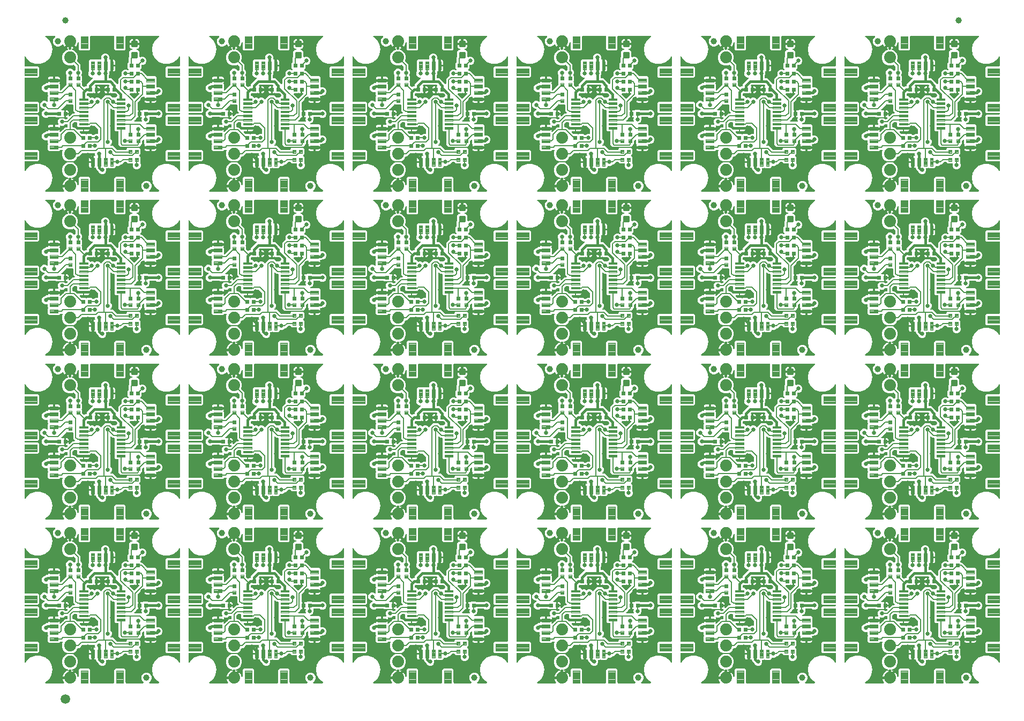
<source format=gtl>
G04 EAGLE Gerber RS-274X export*
G75*
%MOMM*%
%FSLAX34Y34*%
%LPD*%
%INTop Copper*%
%IPPOS*%
%AMOC8*
5,1,8,0,0,1.08239X$1,22.5*%
G01*
%ADD10C,1.000000*%
%ADD11C,0.100000*%
%ADD12C,0.096000*%
%ADD13C,0.102000*%
%ADD14C,1.879600*%
%ADD15C,0.300000*%
%ADD16C,1.500000*%
%ADD17C,0.406400*%
%ADD18C,0.655600*%
%ADD19C,0.177800*%

G36*
X922234Y4073D02*
X922234Y4073D01*
X922292Y4071D01*
X922374Y4093D01*
X922458Y4105D01*
X922511Y4128D01*
X922567Y4143D01*
X922640Y4186D01*
X922717Y4221D01*
X922762Y4259D01*
X922812Y4288D01*
X922870Y4350D01*
X922934Y4404D01*
X922966Y4453D01*
X923006Y4496D01*
X923045Y4571D01*
X923092Y4641D01*
X923109Y4697D01*
X923136Y4749D01*
X923147Y4817D01*
X923177Y4912D01*
X923180Y5012D01*
X923191Y5080D01*
X923191Y25032D01*
X925258Y27099D01*
X939222Y27099D01*
X941289Y25032D01*
X941289Y5080D01*
X941297Y5022D01*
X941295Y4964D01*
X941317Y4882D01*
X941329Y4798D01*
X941352Y4745D01*
X941367Y4689D01*
X941410Y4616D01*
X941445Y4539D01*
X941483Y4494D01*
X941512Y4444D01*
X941574Y4386D01*
X941628Y4322D01*
X941677Y4290D01*
X941720Y4250D01*
X941795Y4211D01*
X941865Y4164D01*
X941921Y4147D01*
X941973Y4120D01*
X942041Y4109D01*
X942136Y4079D01*
X942236Y4076D01*
X942304Y4065D01*
X968892Y4065D01*
X968921Y4069D01*
X968950Y4066D01*
X969061Y4089D01*
X969173Y4105D01*
X969200Y4117D01*
X969229Y4122D01*
X969329Y4175D01*
X969433Y4221D01*
X969455Y4240D01*
X969481Y4253D01*
X969563Y4331D01*
X969650Y4404D01*
X969666Y4429D01*
X969687Y4449D01*
X969744Y4547D01*
X969807Y4641D01*
X969816Y4669D01*
X969831Y4694D01*
X969859Y4804D01*
X969893Y4912D01*
X969894Y4942D01*
X969901Y4970D01*
X969897Y5083D01*
X969900Y5196D01*
X969893Y5225D01*
X969892Y5254D01*
X969857Y5362D01*
X969828Y5471D01*
X969813Y5497D01*
X969804Y5525D01*
X969759Y5588D01*
X969683Y5716D01*
X969638Y5759D01*
X969610Y5798D01*
X967267Y8141D01*
X966041Y11099D01*
X966041Y14301D01*
X967267Y17259D01*
X969531Y19523D01*
X972489Y20749D01*
X975691Y20749D01*
X978649Y19523D01*
X980913Y17259D01*
X982139Y14301D01*
X982139Y11099D01*
X980913Y8141D01*
X978570Y5798D01*
X978553Y5774D01*
X978530Y5755D01*
X978468Y5661D01*
X978400Y5571D01*
X978389Y5543D01*
X978373Y5519D01*
X978339Y5411D01*
X978298Y5305D01*
X978296Y5276D01*
X978287Y5248D01*
X978284Y5134D01*
X978275Y5022D01*
X978281Y4993D01*
X978280Y4964D01*
X978308Y4854D01*
X978331Y4743D01*
X978344Y4717D01*
X978352Y4689D01*
X978409Y4591D01*
X978462Y4491D01*
X978482Y4469D01*
X978497Y4444D01*
X978579Y4367D01*
X978657Y4285D01*
X978683Y4270D01*
X978704Y4250D01*
X978805Y4198D01*
X978903Y4141D01*
X978931Y4134D01*
X978957Y4120D01*
X979035Y4107D01*
X979178Y4071D01*
X979241Y4073D01*
X979288Y4065D01*
X993307Y4065D01*
X993380Y4075D01*
X993454Y4075D01*
X993520Y4095D01*
X993589Y4105D01*
X993656Y4135D01*
X993726Y4155D01*
X993785Y4192D01*
X993848Y4221D01*
X993904Y4268D01*
X993966Y4308D01*
X994012Y4360D01*
X994065Y4404D01*
X994106Y4466D01*
X994155Y4521D01*
X994184Y4583D01*
X994223Y4641D01*
X994245Y4711D01*
X994276Y4778D01*
X994288Y4846D01*
X994308Y4912D01*
X994310Y4986D01*
X994322Y5058D01*
X994314Y5127D01*
X994316Y5196D01*
X994297Y5267D01*
X994288Y5341D01*
X994261Y5404D01*
X994244Y5471D01*
X994206Y5535D01*
X994178Y5602D01*
X994139Y5647D01*
X994099Y5716D01*
X994009Y5800D01*
X993960Y5858D01*
X988255Y10644D01*
X984269Y17549D01*
X982885Y25400D01*
X984269Y33251D01*
X988255Y40155D01*
X994362Y45280D01*
X1001854Y48007D01*
X1009826Y48007D01*
X1017318Y45280D01*
X1023425Y40156D01*
X1025281Y36941D01*
X1025293Y36926D01*
X1025301Y36908D01*
X1025380Y36814D01*
X1025456Y36717D01*
X1025472Y36706D01*
X1025485Y36691D01*
X1025587Y36622D01*
X1025686Y36551D01*
X1025705Y36544D01*
X1025721Y36533D01*
X1025839Y36496D01*
X1025954Y36454D01*
X1025974Y36453D01*
X1025992Y36447D01*
X1026115Y36444D01*
X1026238Y36436D01*
X1026257Y36441D01*
X1026276Y36440D01*
X1026395Y36471D01*
X1026515Y36498D01*
X1026533Y36507D01*
X1026551Y36512D01*
X1026657Y36574D01*
X1026765Y36633D01*
X1026779Y36647D01*
X1026796Y36657D01*
X1026880Y36747D01*
X1026967Y36833D01*
X1026977Y36850D01*
X1026990Y36864D01*
X1027046Y36974D01*
X1027106Y37081D01*
X1027111Y37100D01*
X1027120Y37118D01*
X1027132Y37190D01*
X1027171Y37358D01*
X1027169Y37409D01*
X1027175Y37449D01*
X1027175Y50836D01*
X1027167Y50894D01*
X1027169Y50952D01*
X1027147Y51034D01*
X1027135Y51118D01*
X1027112Y51171D01*
X1027097Y51227D01*
X1027054Y51300D01*
X1027019Y51377D01*
X1026981Y51422D01*
X1026952Y51472D01*
X1026890Y51530D01*
X1026836Y51594D01*
X1026787Y51626D01*
X1026744Y51666D01*
X1026669Y51705D01*
X1026599Y51752D01*
X1026543Y51769D01*
X1026491Y51796D01*
X1026423Y51807D01*
X1026328Y51837D01*
X1026228Y51840D01*
X1026160Y51851D01*
X1006208Y51851D01*
X1004141Y53918D01*
X1004141Y67882D01*
X1006208Y69949D01*
X1026160Y69949D01*
X1026218Y69957D01*
X1026276Y69955D01*
X1026358Y69977D01*
X1026442Y69989D01*
X1026495Y70012D01*
X1026551Y70027D01*
X1026624Y70070D01*
X1026701Y70105D01*
X1026746Y70143D01*
X1026796Y70172D01*
X1026854Y70234D01*
X1026918Y70288D01*
X1026950Y70337D01*
X1026990Y70380D01*
X1027029Y70455D01*
X1027076Y70525D01*
X1027093Y70581D01*
X1027120Y70633D01*
X1027131Y70701D01*
X1027161Y70796D01*
X1027164Y70896D01*
X1027175Y70964D01*
X1027175Y106836D01*
X1027167Y106894D01*
X1027169Y106952D01*
X1027147Y107034D01*
X1027135Y107118D01*
X1027112Y107171D01*
X1027097Y107227D01*
X1027054Y107300D01*
X1027019Y107377D01*
X1026981Y107422D01*
X1026952Y107472D01*
X1026890Y107530D01*
X1026836Y107594D01*
X1026787Y107626D01*
X1026744Y107666D01*
X1026669Y107705D01*
X1026599Y107752D01*
X1026543Y107769D01*
X1026491Y107796D01*
X1026423Y107807D01*
X1026328Y107837D01*
X1026228Y107840D01*
X1026160Y107851D01*
X1006208Y107851D01*
X1004141Y109918D01*
X1004141Y123882D01*
X1006208Y125949D01*
X1026160Y125949D01*
X1026218Y125957D01*
X1026276Y125955D01*
X1026358Y125977D01*
X1026442Y125989D01*
X1026495Y126012D01*
X1026551Y126027D01*
X1026624Y126070D01*
X1026701Y126105D01*
X1026746Y126143D01*
X1026796Y126172D01*
X1026854Y126234D01*
X1026918Y126288D01*
X1026950Y126337D01*
X1026990Y126380D01*
X1027029Y126455D01*
X1027076Y126525D01*
X1027093Y126581D01*
X1027120Y126633D01*
X1027131Y126701D01*
X1027161Y126796D01*
X1027164Y126896D01*
X1027175Y126964D01*
X1027175Y127036D01*
X1027167Y127094D01*
X1027169Y127152D01*
X1027147Y127234D01*
X1027135Y127318D01*
X1027112Y127371D01*
X1027097Y127427D01*
X1027054Y127500D01*
X1027019Y127577D01*
X1026981Y127622D01*
X1026952Y127672D01*
X1026890Y127730D01*
X1026836Y127794D01*
X1026787Y127826D01*
X1026744Y127866D01*
X1026669Y127905D01*
X1026599Y127952D01*
X1026543Y127969D01*
X1026491Y127996D01*
X1026423Y128007D01*
X1026328Y128037D01*
X1026228Y128040D01*
X1026160Y128051D01*
X1006208Y128051D01*
X1004141Y130118D01*
X1004141Y144082D01*
X1006208Y146149D01*
X1026160Y146149D01*
X1026218Y146157D01*
X1026276Y146155D01*
X1026358Y146177D01*
X1026442Y146189D01*
X1026495Y146212D01*
X1026551Y146227D01*
X1026624Y146270D01*
X1026701Y146305D01*
X1026746Y146343D01*
X1026796Y146372D01*
X1026854Y146434D01*
X1026918Y146488D01*
X1026950Y146537D01*
X1026990Y146580D01*
X1027029Y146655D01*
X1027076Y146725D01*
X1027093Y146781D01*
X1027120Y146833D01*
X1027131Y146901D01*
X1027161Y146996D01*
X1027164Y147096D01*
X1027175Y147164D01*
X1027175Y183036D01*
X1027167Y183094D01*
X1027169Y183152D01*
X1027147Y183234D01*
X1027135Y183318D01*
X1027112Y183371D01*
X1027097Y183427D01*
X1027054Y183500D01*
X1027019Y183577D01*
X1026981Y183622D01*
X1026952Y183672D01*
X1026890Y183730D01*
X1026836Y183794D01*
X1026787Y183826D01*
X1026744Y183866D01*
X1026669Y183905D01*
X1026599Y183952D01*
X1026543Y183969D01*
X1026491Y183996D01*
X1026423Y184007D01*
X1026328Y184037D01*
X1026228Y184040D01*
X1026160Y184051D01*
X1006208Y184051D01*
X1004141Y186118D01*
X1004141Y200082D01*
X1006208Y202149D01*
X1026160Y202149D01*
X1026218Y202157D01*
X1026276Y202155D01*
X1026358Y202177D01*
X1026442Y202189D01*
X1026495Y202212D01*
X1026551Y202227D01*
X1026624Y202270D01*
X1026701Y202305D01*
X1026746Y202343D01*
X1026796Y202372D01*
X1026854Y202434D01*
X1026918Y202488D01*
X1026950Y202537D01*
X1026990Y202580D01*
X1027029Y202655D01*
X1027076Y202725D01*
X1027093Y202781D01*
X1027120Y202833D01*
X1027131Y202901D01*
X1027161Y202996D01*
X1027164Y203096D01*
X1027175Y203164D01*
X1027175Y216551D01*
X1027173Y216571D01*
X1027175Y216590D01*
X1027153Y216711D01*
X1027135Y216833D01*
X1027127Y216851D01*
X1027124Y216870D01*
X1027069Y216980D01*
X1027019Y217092D01*
X1027007Y217107D01*
X1026998Y217125D01*
X1026915Y217216D01*
X1026836Y217309D01*
X1026819Y217320D01*
X1026806Y217335D01*
X1026701Y217399D01*
X1026599Y217467D01*
X1026580Y217473D01*
X1026564Y217483D01*
X1026445Y217516D01*
X1026328Y217553D01*
X1026308Y217553D01*
X1026289Y217558D01*
X1026167Y217557D01*
X1026044Y217560D01*
X1026025Y217555D01*
X1026005Y217555D01*
X1025887Y217519D01*
X1025769Y217488D01*
X1025752Y217478D01*
X1025733Y217472D01*
X1025630Y217406D01*
X1025524Y217343D01*
X1025511Y217329D01*
X1025494Y217318D01*
X1025448Y217261D01*
X1025330Y217136D01*
X1025306Y217090D01*
X1025281Y217059D01*
X1023425Y213844D01*
X1017318Y208720D01*
X1009826Y205993D01*
X1001854Y205993D01*
X994362Y208720D01*
X988255Y213844D01*
X984269Y220749D01*
X982885Y228600D01*
X984269Y236451D01*
X988255Y243355D01*
X993960Y248142D01*
X994009Y248197D01*
X994065Y248245D01*
X994104Y248302D01*
X994150Y248354D01*
X994182Y248420D01*
X994223Y248481D01*
X994244Y248547D01*
X994274Y248610D01*
X994286Y248682D01*
X994308Y248752D01*
X994310Y248821D01*
X994322Y248890D01*
X994314Y248963D01*
X994316Y249036D01*
X994298Y249103D01*
X994291Y249172D01*
X994263Y249240D01*
X994244Y249311D01*
X994209Y249371D01*
X994182Y249435D01*
X994136Y249493D01*
X994099Y249556D01*
X994048Y249603D01*
X994005Y249657D01*
X993945Y249700D01*
X993891Y249750D01*
X993830Y249782D01*
X993773Y249822D01*
X993704Y249846D01*
X993638Y249880D01*
X993580Y249890D01*
X993505Y249916D01*
X993383Y249923D01*
X993307Y249935D01*
X942304Y249935D01*
X942246Y249927D01*
X942188Y249929D01*
X942106Y249907D01*
X942022Y249895D01*
X941969Y249872D01*
X941913Y249857D01*
X941840Y249814D01*
X941763Y249779D01*
X941718Y249741D01*
X941668Y249712D01*
X941610Y249650D01*
X941546Y249596D01*
X941514Y249547D01*
X941474Y249504D01*
X941435Y249429D01*
X941388Y249359D01*
X941371Y249303D01*
X941344Y249251D01*
X941333Y249183D01*
X941303Y249088D01*
X941300Y248988D01*
X941289Y248920D01*
X941289Y228968D01*
X939222Y226901D01*
X925258Y226901D01*
X923191Y228968D01*
X923191Y248920D01*
X923183Y248978D01*
X923185Y249036D01*
X923163Y249118D01*
X923151Y249202D01*
X923128Y249255D01*
X923113Y249311D01*
X923070Y249384D01*
X923035Y249461D01*
X922997Y249506D01*
X922968Y249556D01*
X922906Y249614D01*
X922852Y249678D01*
X922803Y249710D01*
X922760Y249750D01*
X922685Y249789D01*
X922615Y249836D01*
X922559Y249853D01*
X922507Y249880D01*
X922439Y249891D01*
X922344Y249921D01*
X922244Y249924D01*
X922176Y249935D01*
X886304Y249935D01*
X886246Y249927D01*
X886188Y249929D01*
X886106Y249907D01*
X886022Y249895D01*
X885969Y249872D01*
X885913Y249857D01*
X885840Y249814D01*
X885763Y249779D01*
X885718Y249741D01*
X885668Y249712D01*
X885610Y249650D01*
X885546Y249596D01*
X885514Y249547D01*
X885474Y249504D01*
X885435Y249429D01*
X885388Y249359D01*
X885371Y249303D01*
X885344Y249251D01*
X885333Y249183D01*
X885303Y249088D01*
X885300Y248988D01*
X885289Y248920D01*
X885289Y228968D01*
X883222Y226901D01*
X869258Y226901D01*
X867191Y228968D01*
X867191Y238904D01*
X867182Y238967D01*
X867183Y239030D01*
X867163Y239107D01*
X867151Y239186D01*
X867126Y239243D01*
X867109Y239304D01*
X867068Y239373D01*
X867035Y239445D01*
X866994Y239493D01*
X866962Y239547D01*
X866903Y239601D01*
X866852Y239662D01*
X866799Y239697D01*
X866753Y239740D01*
X866681Y239776D01*
X866615Y239820D01*
X866555Y239839D01*
X866498Y239867D01*
X866420Y239882D01*
X866344Y239906D01*
X866281Y239907D01*
X866219Y239919D01*
X866139Y239911D01*
X866060Y239913D01*
X865999Y239897D01*
X865936Y239891D01*
X865862Y239861D01*
X865785Y239841D01*
X865731Y239809D01*
X865672Y239786D01*
X865609Y239737D01*
X865540Y239696D01*
X865497Y239650D01*
X865447Y239611D01*
X865400Y239547D01*
X865346Y239489D01*
X865317Y239432D01*
X865280Y239382D01*
X865259Y239319D01*
X865216Y239235D01*
X865202Y239148D01*
X865173Y239063D01*
X865085Y238504D01*
X864504Y236717D01*
X863651Y235043D01*
X862546Y233522D01*
X861218Y232194D01*
X859697Y231089D01*
X858023Y230236D01*
X856903Y229872D01*
X856841Y229842D01*
X856775Y229821D01*
X856714Y229780D01*
X856648Y229747D01*
X856597Y229701D01*
X856539Y229662D01*
X856492Y229606D01*
X856437Y229557D01*
X856401Y229498D01*
X856356Y229445D01*
X856326Y229378D01*
X856287Y229315D01*
X856269Y229248D01*
X856241Y229185D01*
X856231Y229112D01*
X856211Y229041D01*
X856211Y228972D01*
X856202Y228903D01*
X856212Y228831D01*
X856213Y228757D01*
X856233Y228690D01*
X856242Y228622D01*
X856273Y228555D01*
X856294Y228484D01*
X856331Y228426D01*
X856360Y228363D01*
X856407Y228307D01*
X856447Y228245D01*
X856499Y228199D01*
X856544Y228147D01*
X856597Y228114D01*
X856661Y228057D01*
X856765Y228008D01*
X856829Y227969D01*
X860491Y226452D01*
X863992Y222951D01*
X865887Y218376D01*
X865887Y213424D01*
X864857Y210938D01*
X864857Y210937D01*
X864856Y210935D01*
X864822Y210802D01*
X864786Y210663D01*
X864786Y210661D01*
X864786Y210660D01*
X864790Y210516D01*
X864794Y210379D01*
X864795Y210377D01*
X864795Y210376D01*
X864839Y210238D01*
X864881Y210108D01*
X864882Y210107D01*
X864882Y210105D01*
X864891Y210093D01*
X865039Y209872D01*
X865063Y209852D01*
X865077Y209832D01*
X867474Y207435D01*
X870078Y204831D01*
X870078Y197200D01*
X870090Y197114D01*
X870093Y197026D01*
X870110Y196973D01*
X870118Y196919D01*
X870153Y196839D01*
X870180Y196756D01*
X870208Y196716D01*
X870234Y196659D01*
X870330Y196546D01*
X870375Y196482D01*
X871504Y195354D01*
X872467Y193028D01*
X872467Y190512D01*
X871547Y188292D01*
X871547Y188290D01*
X871546Y188289D01*
X871511Y188151D01*
X871476Y188017D01*
X871476Y188015D01*
X871476Y188013D01*
X871480Y187873D01*
X871485Y187732D01*
X871485Y187731D01*
X871485Y187729D01*
X871529Y187593D01*
X871571Y187462D01*
X871572Y187460D01*
X871573Y187459D01*
X871581Y187446D01*
X871729Y187225D01*
X871753Y187206D01*
X871767Y187185D01*
X872189Y186764D01*
X872189Y178836D01*
X871871Y178518D01*
X871836Y178471D01*
X871793Y178431D01*
X871750Y178358D01*
X871700Y178291D01*
X871679Y178236D01*
X871649Y178186D01*
X871629Y178104D01*
X871599Y178025D01*
X871594Y177967D01*
X871579Y177910D01*
X871582Y177826D01*
X871575Y177742D01*
X871587Y177684D01*
X871588Y177626D01*
X871614Y177546D01*
X871631Y177463D01*
X871658Y177411D01*
X871676Y177355D01*
X871716Y177299D01*
X871762Y177211D01*
X871831Y177138D01*
X871871Y177082D01*
X872189Y176764D01*
X872189Y172741D01*
X872201Y172654D01*
X872204Y172567D01*
X872221Y172514D01*
X872229Y172459D01*
X872264Y172379D01*
X872291Y172296D01*
X872319Y172257D01*
X872345Y172200D01*
X872441Y172087D01*
X872486Y172023D01*
X874874Y169635D01*
X874875Y169634D01*
X874876Y169633D01*
X874990Y169548D01*
X875101Y169464D01*
X875103Y169463D01*
X875104Y169462D01*
X875236Y169413D01*
X875367Y169363D01*
X875368Y169363D01*
X875370Y169362D01*
X875509Y169351D01*
X875650Y169339D01*
X875652Y169340D01*
X875653Y169339D01*
X875668Y169343D01*
X875929Y169395D01*
X875956Y169409D01*
X875980Y169415D01*
X877829Y170181D01*
X879174Y170181D01*
X879232Y170189D01*
X879290Y170187D01*
X879372Y170209D01*
X879456Y170221D01*
X879509Y170244D01*
X879565Y170259D01*
X879638Y170302D01*
X879715Y170337D01*
X879760Y170375D01*
X879810Y170404D01*
X879868Y170466D01*
X879932Y170520D01*
X879964Y170569D01*
X880004Y170612D01*
X880043Y170687D01*
X880090Y170757D01*
X880107Y170813D01*
X880134Y170865D01*
X880145Y170933D01*
X880175Y171028D01*
X880178Y171128D01*
X880189Y171196D01*
X880189Y172541D01*
X880963Y174408D01*
X888662Y182107D01*
X888934Y182220D01*
X889008Y182264D01*
X889087Y182299D01*
X889130Y182336D01*
X889179Y182365D01*
X889238Y182427D01*
X889304Y182483D01*
X889335Y182530D01*
X889374Y182571D01*
X889414Y182648D01*
X889461Y182719D01*
X889479Y182773D01*
X889505Y182824D01*
X889521Y182908D01*
X889547Y182990D01*
X889549Y183047D01*
X889560Y183103D01*
X889552Y183188D01*
X889554Y183274D01*
X889540Y183329D01*
X889535Y183386D01*
X889504Y183466D01*
X889483Y183549D01*
X889454Y183598D01*
X889433Y183651D01*
X889381Y183720D01*
X889337Y183794D01*
X889296Y183833D01*
X889262Y183878D01*
X889193Y183930D01*
X889130Y183988D01*
X889079Y184014D01*
X889034Y184048D01*
X888953Y184079D01*
X888877Y184118D01*
X888828Y184126D01*
X888768Y184149D01*
X888623Y184160D01*
X888546Y184173D01*
X887742Y184173D01*
X885416Y185136D01*
X883636Y186916D01*
X882673Y189242D01*
X882673Y191758D01*
X883657Y194134D01*
X883658Y194135D01*
X883658Y194137D01*
X883692Y194270D01*
X883728Y194409D01*
X883728Y194411D01*
X883728Y194412D01*
X883724Y194553D01*
X883720Y194693D01*
X883719Y194695D01*
X883719Y194696D01*
X883676Y194830D01*
X883633Y194964D01*
X883632Y194965D01*
X883632Y194967D01*
X883623Y194979D01*
X883475Y195200D01*
X883452Y195220D01*
X883437Y195240D01*
X883191Y195486D01*
X883191Y210914D01*
X885276Y212999D01*
X893204Y212999D01*
X893522Y212681D01*
X893569Y212646D01*
X893609Y212603D01*
X893682Y212560D01*
X893749Y212510D01*
X893804Y212489D01*
X893854Y212459D01*
X893936Y212439D01*
X894015Y212409D01*
X894073Y212404D01*
X894130Y212389D01*
X894214Y212392D01*
X894298Y212385D01*
X894356Y212397D01*
X894414Y212398D01*
X894494Y212424D01*
X894577Y212441D01*
X894629Y212468D01*
X894685Y212486D01*
X894741Y212526D01*
X894829Y212572D01*
X894902Y212641D01*
X894958Y212681D01*
X895276Y212999D01*
X902154Y212999D01*
X902268Y213015D01*
X902382Y213025D01*
X902408Y213035D01*
X902436Y213039D01*
X902540Y213085D01*
X902648Y213127D01*
X902670Y213144D01*
X902695Y213155D01*
X902783Y213229D01*
X902874Y213298D01*
X902891Y213321D01*
X902912Y213338D01*
X902976Y213434D01*
X903045Y213526D01*
X903054Y213552D01*
X903070Y213575D01*
X903105Y213685D01*
X903145Y213792D01*
X903147Y213820D01*
X903156Y213846D01*
X903159Y213961D01*
X903168Y214075D01*
X903162Y214100D01*
X903163Y214130D01*
X903096Y214388D01*
X903092Y214403D01*
X902993Y214642D01*
X902993Y217158D01*
X903956Y219484D01*
X905736Y221264D01*
X908062Y222227D01*
X910578Y222227D01*
X912904Y221264D01*
X914684Y219484D01*
X915647Y217158D01*
X915647Y214642D01*
X915337Y213895D01*
X915309Y213783D01*
X915274Y213674D01*
X915273Y213646D01*
X915266Y213619D01*
X915270Y213505D01*
X915267Y213390D01*
X915274Y213363D01*
X915275Y213335D01*
X915310Y213226D01*
X915339Y213115D01*
X915353Y213091D01*
X915361Y213064D01*
X915425Y212969D01*
X915484Y212870D01*
X915504Y212851D01*
X915519Y212828D01*
X915607Y212754D01*
X915691Y212676D01*
X915716Y212663D01*
X915737Y212645D01*
X915842Y212599D01*
X915944Y212546D01*
X915969Y212542D01*
X915997Y212530D01*
X916261Y212493D01*
X916275Y212491D01*
X917741Y212491D01*
X917741Y203684D01*
X917749Y203626D01*
X917747Y203568D01*
X917769Y203486D01*
X917781Y203403D01*
X917804Y203349D01*
X917819Y203293D01*
X917862Y203220D01*
X917871Y203201D01*
X917840Y203155D01*
X917823Y203099D01*
X917796Y203047D01*
X917785Y202979D01*
X917755Y202884D01*
X917752Y202784D01*
X917741Y202716D01*
X917741Y193909D01*
X916275Y193909D01*
X916162Y193893D01*
X916047Y193883D01*
X916021Y193873D01*
X915994Y193869D01*
X915889Y193823D01*
X915782Y193781D01*
X915760Y193765D01*
X915734Y193753D01*
X915647Y193679D01*
X915555Y193610D01*
X915539Y193587D01*
X915517Y193570D01*
X915454Y193474D01*
X915385Y193382D01*
X915375Y193356D01*
X915360Y193333D01*
X915325Y193223D01*
X915285Y193116D01*
X915282Y193088D01*
X915274Y193062D01*
X915271Y192947D01*
X915262Y192833D01*
X915267Y192808D01*
X915267Y192778D01*
X915334Y192520D01*
X915337Y192505D01*
X915647Y191758D01*
X915647Y189242D01*
X914679Y186906D01*
X914646Y186861D01*
X914586Y186797D01*
X914560Y186748D01*
X914527Y186704D01*
X914496Y186622D01*
X914456Y186544D01*
X914448Y186496D01*
X914426Y186438D01*
X914414Y186290D01*
X914401Y186213D01*
X914401Y183896D01*
X914409Y183838D01*
X914407Y183780D01*
X914429Y183698D01*
X914441Y183614D01*
X914464Y183561D01*
X914479Y183505D01*
X914522Y183432D01*
X914557Y183355D01*
X914595Y183310D01*
X914624Y183260D01*
X914686Y183202D01*
X914740Y183138D01*
X914789Y183106D01*
X914832Y183066D01*
X914907Y183027D01*
X914977Y182980D01*
X915033Y182963D01*
X915085Y182936D01*
X915153Y182925D01*
X915248Y182895D01*
X915348Y182892D01*
X915416Y182881D01*
X917951Y182881D01*
X919818Y182107D01*
X927517Y174408D01*
X927559Y174307D01*
X927603Y174233D01*
X927638Y174155D01*
X927675Y174111D01*
X927704Y174062D01*
X927766Y174003D01*
X927822Y173938D01*
X927869Y173906D01*
X927910Y173867D01*
X927987Y173828D01*
X928058Y173780D01*
X928112Y173763D01*
X928163Y173737D01*
X928247Y173720D01*
X928329Y173694D01*
X928386Y173693D01*
X928442Y173682D01*
X928527Y173689D01*
X928613Y173687D01*
X928668Y173701D01*
X928725Y173706D01*
X928805Y173737D01*
X928888Y173759D01*
X928937Y173788D01*
X928990Y173808D01*
X929059Y173860D01*
X929133Y173904D01*
X929172Y173945D01*
X929217Y173980D01*
X929269Y174049D01*
X929327Y174111D01*
X929353Y174162D01*
X929387Y174208D01*
X929418Y174288D01*
X929457Y174364D01*
X929465Y174413D01*
X929488Y174474D01*
X929499Y174618D01*
X929512Y174696D01*
X929512Y181971D01*
X933025Y185484D01*
X934861Y187320D01*
X934862Y187321D01*
X934863Y187322D01*
X934946Y187432D01*
X935032Y187547D01*
X935032Y187548D01*
X935033Y187550D01*
X935083Y187680D01*
X935133Y187813D01*
X935133Y187814D01*
X935134Y187816D01*
X935145Y187959D01*
X935157Y188096D01*
X935156Y188097D01*
X935156Y188099D01*
X935153Y188115D01*
X935101Y188375D01*
X935087Y188402D01*
X935081Y188426D01*
X934743Y189242D01*
X934743Y191758D01*
X935706Y194084D01*
X937486Y195864D01*
X939812Y196827D01*
X942328Y196827D01*
X944548Y195907D01*
X944551Y195906D01*
X944554Y195905D01*
X944685Y195872D01*
X944716Y195860D01*
X944739Y195858D01*
X944823Y195836D01*
X944827Y195836D01*
X944830Y195836D01*
X944956Y195840D01*
X945000Y195836D01*
X945029Y195842D01*
X945108Y195845D01*
X945111Y195845D01*
X945114Y195846D01*
X945223Y195881D01*
X945278Y195892D01*
X945313Y195910D01*
X945378Y195931D01*
X945381Y195933D01*
X945384Y195934D01*
X945407Y195950D01*
X945465Y195989D01*
X945531Y196023D01*
X945566Y196057D01*
X945615Y196089D01*
X945635Y196114D01*
X945657Y196130D01*
X945662Y196134D01*
X945696Y196180D01*
X945737Y196219D01*
X945767Y196271D01*
X945798Y196307D01*
X945808Y196330D01*
X945832Y196362D01*
X945852Y196416D01*
X945881Y196464D01*
X945898Y196533D01*
X945913Y196567D01*
X945915Y196584D01*
X945932Y196628D01*
X945937Y196685D01*
X945951Y196740D01*
X945948Y196821D01*
X945952Y196848D01*
X945951Y196858D01*
X945955Y196912D01*
X945943Y196967D01*
X945942Y197024D01*
X945915Y197106D01*
X945914Y197114D01*
X945911Y197130D01*
X945910Y197134D01*
X945898Y197190D01*
X945872Y197240D01*
X945854Y197295D01*
X945814Y197352D01*
X945795Y197387D01*
X945794Y197389D01*
X945766Y197442D01*
X945699Y197513D01*
X945659Y197568D01*
X943991Y199236D01*
X943991Y207164D01*
X945805Y208978D01*
X945857Y209047D01*
X945917Y209111D01*
X945943Y209161D01*
X945976Y209205D01*
X946007Y209287D01*
X946047Y209365D01*
X946055Y209412D01*
X946077Y209471D01*
X946089Y209618D01*
X946102Y209696D01*
X946102Y216461D01*
X946694Y217053D01*
X946746Y217123D01*
X946806Y217186D01*
X946832Y217236D01*
X946865Y217280D01*
X946896Y217362D01*
X946936Y217440D01*
X946944Y217487D01*
X946966Y217546D01*
X946978Y217693D01*
X946991Y217771D01*
X946991Y225214D01*
X949656Y227879D01*
X950576Y227879D01*
X950586Y227880D01*
X950595Y227879D01*
X950727Y227900D01*
X950858Y227919D01*
X950866Y227923D01*
X950876Y227924D01*
X950996Y227981D01*
X951117Y228035D01*
X951124Y228041D01*
X951133Y228045D01*
X951233Y228133D01*
X951334Y228218D01*
X951339Y228227D01*
X951347Y228233D01*
X951418Y228344D01*
X951492Y228455D01*
X951494Y228465D01*
X951500Y228473D01*
X951537Y228599D01*
X951577Y228726D01*
X951578Y228736D01*
X951580Y228745D01*
X951581Y228878D01*
X951585Y229010D01*
X951582Y229020D01*
X951582Y229030D01*
X951546Y229158D01*
X951513Y229285D01*
X951508Y229294D01*
X951505Y229303D01*
X951435Y229417D01*
X951368Y229530D01*
X951360Y229537D01*
X951355Y229545D01*
X951257Y229634D01*
X951160Y229724D01*
X951151Y229729D01*
X951144Y229735D01*
X951093Y229759D01*
X950907Y229854D01*
X950872Y229860D01*
X950839Y229875D01*
X949980Y230105D01*
X949059Y230637D01*
X948307Y231389D01*
X947775Y232310D01*
X947499Y233338D01*
X947499Y235339D01*
X954024Y235339D01*
X954082Y235347D01*
X954140Y235345D01*
X954222Y235367D01*
X954305Y235379D01*
X954359Y235403D01*
X954415Y235417D01*
X954488Y235460D01*
X954565Y235495D01*
X954609Y235533D01*
X954660Y235563D01*
X954717Y235624D01*
X954782Y235679D01*
X954814Y235727D01*
X954854Y235770D01*
X954893Y235845D01*
X954939Y235915D01*
X954957Y235971D01*
X954984Y236023D01*
X954995Y236091D01*
X955025Y236186D01*
X955028Y236286D01*
X955039Y236354D01*
X955039Y237371D01*
X955041Y237371D01*
X955041Y236354D01*
X955049Y236296D01*
X955048Y236238D01*
X955069Y236156D01*
X955081Y236073D01*
X955105Y236019D01*
X955119Y235963D01*
X955162Y235890D01*
X955197Y235813D01*
X955235Y235768D01*
X955265Y235718D01*
X955326Y235660D01*
X955381Y235596D01*
X955429Y235564D01*
X955472Y235524D01*
X955547Y235485D01*
X955617Y235439D01*
X955673Y235421D01*
X955725Y235394D01*
X955793Y235383D01*
X955888Y235353D01*
X955988Y235350D01*
X956056Y235339D01*
X962581Y235339D01*
X962581Y233338D01*
X962305Y232310D01*
X961773Y231389D01*
X961021Y230637D01*
X960100Y230105D01*
X959241Y229875D01*
X959232Y229871D01*
X959222Y229869D01*
X959102Y229815D01*
X958980Y229763D01*
X958972Y229757D01*
X958963Y229753D01*
X958862Y229668D01*
X958759Y229584D01*
X958754Y229576D01*
X958746Y229569D01*
X958672Y229459D01*
X958597Y229350D01*
X958594Y229341D01*
X958588Y229333D01*
X958548Y229206D01*
X958506Y229081D01*
X958506Y229071D01*
X958503Y229062D01*
X958499Y228929D01*
X958493Y228797D01*
X958496Y228787D01*
X958495Y228778D01*
X958529Y228650D01*
X958560Y228521D01*
X958565Y228512D01*
X958567Y228503D01*
X958634Y228390D01*
X958700Y228273D01*
X958708Y228267D01*
X958712Y228258D01*
X958809Y228168D01*
X958904Y228075D01*
X958913Y228070D01*
X958920Y228064D01*
X959038Y228003D01*
X959155Y227941D01*
X959164Y227939D01*
X959173Y227934D01*
X959229Y227925D01*
X959433Y227881D01*
X959468Y227885D01*
X959504Y227879D01*
X960424Y227879D01*
X963089Y225214D01*
X963089Y217261D01*
X963097Y217204D01*
X963095Y217151D01*
X963109Y217099D01*
X963115Y217033D01*
X963125Y217007D01*
X963129Y216979D01*
X963157Y216917D01*
X963167Y216876D01*
X963189Y216839D01*
X963217Y216767D01*
X963233Y216745D01*
X963245Y216720D01*
X963295Y216660D01*
X963312Y216631D01*
X963337Y216608D01*
X963388Y216541D01*
X963411Y216524D01*
X963428Y216503D01*
X963501Y216455D01*
X963520Y216437D01*
X963543Y216425D01*
X963616Y216370D01*
X963642Y216361D01*
X963665Y216345D01*
X963754Y216317D01*
X963773Y216307D01*
X963791Y216304D01*
X963882Y216270D01*
X963910Y216268D01*
X963936Y216260D01*
X964051Y216257D01*
X964100Y216253D01*
X964104Y216252D01*
X964108Y216252D01*
X964165Y216247D01*
X964190Y216253D01*
X964220Y216252D01*
X964337Y216283D01*
X964401Y216292D01*
X964442Y216310D01*
X964477Y216319D01*
X964493Y216323D01*
X966482Y217147D01*
X968998Y217147D01*
X971324Y216184D01*
X973104Y214404D01*
X974067Y212078D01*
X974067Y209562D01*
X973104Y207236D01*
X971324Y205456D01*
X968998Y204493D01*
X967403Y204493D01*
X967316Y204481D01*
X967229Y204478D01*
X967176Y204461D01*
X967121Y204453D01*
X967041Y204418D01*
X966958Y204391D01*
X966919Y204363D01*
X966862Y204337D01*
X966749Y204241D01*
X966685Y204196D01*
X966386Y203897D01*
X966334Y203827D01*
X966274Y203764D01*
X966248Y203714D01*
X966215Y203670D01*
X966184Y203588D01*
X966144Y203510D01*
X966136Y203463D01*
X966114Y203405D01*
X966102Y203257D01*
X966089Y203179D01*
X966089Y199236D01*
X964421Y197568D01*
X964386Y197521D01*
X964343Y197481D01*
X964300Y197408D01*
X964250Y197341D01*
X964229Y197286D01*
X964199Y197236D01*
X964179Y197154D01*
X964149Y197075D01*
X964144Y197017D01*
X964129Y196960D01*
X964132Y196876D01*
X964125Y196792D01*
X964137Y196734D01*
X964138Y196676D01*
X964164Y196596D01*
X964181Y196513D01*
X964208Y196461D01*
X964226Y196405D01*
X964266Y196349D01*
X964312Y196261D01*
X964381Y196188D01*
X964421Y196132D01*
X965818Y194735D01*
X965887Y194683D01*
X965951Y194623D01*
X966001Y194597D01*
X966045Y194564D01*
X966127Y194533D01*
X966205Y194493D01*
X966252Y194485D01*
X966311Y194463D01*
X966458Y194451D01*
X966536Y194438D01*
X967861Y194438D01*
X970465Y191834D01*
X975853Y186446D01*
X975923Y186394D01*
X975986Y186334D01*
X976036Y186308D01*
X976080Y186275D01*
X976162Y186244D01*
X976240Y186204D01*
X976287Y186196D01*
X976346Y186174D01*
X976493Y186162D01*
X976571Y186149D01*
X988154Y186149D01*
X990239Y184064D01*
X990239Y176136D01*
X989921Y175818D01*
X989886Y175771D01*
X989843Y175731D01*
X989800Y175658D01*
X989750Y175591D01*
X989729Y175536D01*
X989699Y175486D01*
X989679Y175404D01*
X989649Y175325D01*
X989644Y175267D01*
X989629Y175210D01*
X989632Y175126D01*
X989625Y175042D01*
X989637Y174984D01*
X989638Y174926D01*
X989664Y174846D01*
X989681Y174763D01*
X989708Y174711D01*
X989726Y174655D01*
X989766Y174599D01*
X989812Y174511D01*
X989881Y174438D01*
X989921Y174382D01*
X990239Y174064D01*
X990239Y169726D01*
X990255Y169612D01*
X990265Y169498D01*
X990275Y169472D01*
X990279Y169444D01*
X990326Y169339D01*
X990367Y169232D01*
X990384Y169210D01*
X990395Y169185D01*
X990469Y169097D01*
X990538Y169006D01*
X990561Y168989D01*
X990578Y168968D01*
X990674Y168904D01*
X990766Y168835D01*
X990792Y168826D01*
X990815Y168810D01*
X990925Y168775D01*
X991032Y168735D01*
X991060Y168733D01*
X991086Y168724D01*
X991201Y168721D01*
X991315Y168712D01*
X991340Y168718D01*
X991370Y168717D01*
X991628Y168784D01*
X991643Y168788D01*
X991882Y168887D01*
X994398Y168887D01*
X996724Y167924D01*
X998504Y166144D01*
X999467Y163818D01*
X999467Y161302D01*
X998504Y158976D01*
X996724Y157196D01*
X994388Y156229D01*
X994332Y156221D01*
X994245Y156218D01*
X994192Y156201D01*
X994138Y156193D01*
X994058Y156158D01*
X993975Y156131D01*
X993935Y156103D01*
X993878Y156077D01*
X993765Y155981D01*
X993701Y155936D01*
X993558Y155793D01*
X991691Y155019D01*
X990511Y155019D01*
X990462Y155012D01*
X990413Y155015D01*
X990322Y154993D01*
X990229Y154979D01*
X990184Y154959D01*
X990137Y154948D01*
X990055Y154902D01*
X989970Y154863D01*
X989932Y154832D01*
X989890Y154808D01*
X989824Y154740D01*
X989753Y154680D01*
X989726Y154639D01*
X989692Y154604D01*
X989647Y154521D01*
X989595Y154443D01*
X989580Y154396D01*
X989557Y154353D01*
X989538Y154261D01*
X989509Y154172D01*
X989508Y154123D01*
X989498Y154075D01*
X989505Y154001D01*
X989502Y153888D01*
X989524Y153804D01*
X989530Y153741D01*
X989731Y152992D01*
X989731Y151599D01*
X980924Y151599D01*
X980866Y151591D01*
X980808Y151593D01*
X980726Y151571D01*
X980643Y151559D01*
X980589Y151536D01*
X980533Y151521D01*
X980460Y151478D01*
X980441Y151469D01*
X980395Y151500D01*
X980339Y151517D01*
X980287Y151544D01*
X980219Y151555D01*
X980124Y151585D01*
X980024Y151588D01*
X979956Y151599D01*
X971149Y151599D01*
X971149Y153022D01*
X971145Y153051D01*
X971148Y153080D01*
X971125Y153191D01*
X971109Y153303D01*
X971097Y153330D01*
X971092Y153359D01*
X971039Y153460D01*
X970993Y153563D01*
X970974Y153585D01*
X970961Y153611D01*
X970883Y153693D01*
X970810Y153780D01*
X970785Y153796D01*
X970765Y153817D01*
X970667Y153875D01*
X970573Y153937D01*
X970545Y153946D01*
X970520Y153961D01*
X970410Y153989D01*
X970302Y154023D01*
X970273Y154024D01*
X970244Y154031D01*
X970131Y154028D01*
X970018Y154031D01*
X969989Y154023D01*
X969960Y154022D01*
X969852Y153987D01*
X969743Y153959D01*
X969717Y153944D01*
X969689Y153935D01*
X969626Y153889D01*
X969498Y153813D01*
X969455Y153768D01*
X969416Y153740D01*
X969074Y153397D01*
X960545Y144869D01*
X960533Y144853D01*
X960523Y144845D01*
X960495Y144803D01*
X960493Y144799D01*
X960433Y144735D01*
X960407Y144686D01*
X960374Y144642D01*
X960343Y144560D01*
X960303Y144482D01*
X960295Y144434D01*
X960273Y144376D01*
X960261Y144228D01*
X960248Y144151D01*
X960248Y133556D01*
X960256Y133498D01*
X960254Y133440D01*
X960276Y133358D01*
X960288Y133274D01*
X960311Y133221D01*
X960326Y133165D01*
X960369Y133092D01*
X960404Y133015D01*
X960442Y132970D01*
X960471Y132920D01*
X960533Y132862D01*
X960587Y132798D01*
X960636Y132766D01*
X960679Y132726D01*
X960754Y132687D01*
X960824Y132640D01*
X960880Y132623D01*
X960932Y132596D01*
X961000Y132585D01*
X961095Y132555D01*
X961195Y132552D01*
X961241Y132544D01*
X961241Y127484D01*
X961249Y127426D01*
X961247Y127368D01*
X961269Y127286D01*
X961281Y127203D01*
X961304Y127149D01*
X961319Y127093D01*
X961362Y127020D01*
X961371Y127001D01*
X961340Y126955D01*
X961323Y126899D01*
X961296Y126847D01*
X961285Y126779D01*
X961255Y126684D01*
X961252Y126584D01*
X961241Y126516D01*
X961241Y121459D01*
X960569Y121459D01*
X960482Y121447D01*
X960395Y121444D01*
X960342Y121427D01*
X960287Y121419D01*
X960207Y121384D01*
X960124Y121357D01*
X960085Y121329D01*
X960028Y121303D01*
X959915Y121207D01*
X959851Y121162D01*
X957644Y118955D01*
X955110Y116421D01*
X955092Y116397D01*
X955070Y116378D01*
X955007Y116284D01*
X954939Y116194D01*
X954928Y116166D01*
X954912Y116142D01*
X954878Y116034D01*
X954838Y115928D01*
X954835Y115899D01*
X954826Y115871D01*
X954823Y115757D01*
X954814Y115645D01*
X954820Y115616D01*
X954819Y115587D01*
X954848Y115477D01*
X954870Y115366D01*
X954883Y115340D01*
X954891Y115312D01*
X954949Y115214D01*
X955001Y115114D01*
X955021Y115092D01*
X955036Y115067D01*
X955119Y114990D01*
X955197Y114908D01*
X955222Y114893D01*
X955243Y114873D01*
X955344Y114821D01*
X955442Y114764D01*
X955470Y114757D01*
X955496Y114743D01*
X955574Y114730D01*
X955717Y114694D01*
X955780Y114696D01*
X955828Y114688D01*
X965315Y114688D01*
X965326Y114680D01*
X965388Y114621D01*
X965439Y114595D01*
X965484Y114561D01*
X965565Y114530D01*
X965641Y114491D01*
X965697Y114480D01*
X965750Y114459D01*
X965836Y114452D01*
X965920Y114436D01*
X965977Y114441D01*
X966033Y114436D01*
X966118Y114453D01*
X966203Y114460D01*
X966256Y114480D01*
X966312Y114492D01*
X966389Y114531D01*
X966469Y114562D01*
X966514Y114596D01*
X966564Y114623D01*
X966627Y114682D01*
X966695Y114734D01*
X966729Y114779D01*
X966771Y114818D01*
X966814Y114893D01*
X966865Y114961D01*
X966886Y115015D01*
X966914Y115064D01*
X966936Y115147D01*
X966966Y115227D01*
X966970Y115284D01*
X966984Y115339D01*
X966982Y115425D01*
X966989Y115511D01*
X966977Y115559D01*
X966975Y115623D01*
X966931Y115761D01*
X966913Y115838D01*
X966493Y116852D01*
X966493Y119368D01*
X966787Y120078D01*
X966813Y120180D01*
X966847Y120280D01*
X966849Y120317D01*
X966858Y120353D01*
X966855Y120458D01*
X966860Y120564D01*
X966851Y120600D01*
X966850Y120637D01*
X966818Y120738D01*
X966793Y120840D01*
X966775Y120873D01*
X966763Y120908D01*
X966705Y120996D01*
X966653Y121087D01*
X966626Y121113D01*
X966605Y121144D01*
X966524Y121212D01*
X966449Y121286D01*
X966416Y121303D01*
X966387Y121327D01*
X966291Y121370D01*
X966198Y121420D01*
X966162Y121428D01*
X966128Y121443D01*
X966023Y121457D01*
X965920Y121479D01*
X965887Y121476D01*
X965846Y121482D01*
X965690Y121459D01*
X964239Y121459D01*
X964239Y126516D01*
X964231Y126574D01*
X964233Y126632D01*
X964211Y126714D01*
X964199Y126797D01*
X964176Y126851D01*
X964161Y126907D01*
X964118Y126980D01*
X964109Y126999D01*
X964140Y127045D01*
X964157Y127101D01*
X964184Y127153D01*
X964195Y127221D01*
X964225Y127316D01*
X964228Y127416D01*
X964239Y127484D01*
X964239Y132541D01*
X965632Y132541D01*
X966408Y132333D01*
X966780Y132117D01*
X966844Y132092D01*
X966903Y132058D01*
X966933Y132050D01*
X966949Y132042D01*
X966982Y132036D01*
X967044Y132011D01*
X967112Y132004D01*
X967178Y131987D01*
X967253Y131990D01*
X967268Y131988D01*
X967280Y131986D01*
X967288Y131986D01*
X967327Y131982D01*
X967394Y131994D01*
X967462Y131996D01*
X967533Y132019D01*
X967553Y132023D01*
X967574Y132026D01*
X967578Y132027D01*
X967607Y132033D01*
X967668Y132063D01*
X967733Y132084D01*
X967782Y132119D01*
X967834Y132142D01*
X967842Y132149D01*
X967862Y132159D01*
X967946Y132236D01*
X968006Y132279D01*
X968776Y133049D01*
X976704Y133049D01*
X977375Y132378D01*
X977445Y132326D01*
X977508Y132266D01*
X977558Y132240D01*
X977602Y132207D01*
X977684Y132176D01*
X977762Y132136D01*
X977809Y132128D01*
X977868Y132106D01*
X978015Y132094D01*
X978093Y132081D01*
X988853Y132081D01*
X988939Y132093D01*
X989027Y132096D01*
X989080Y132113D01*
X989134Y132121D01*
X989214Y132156D01*
X989297Y132183D01*
X989337Y132211D01*
X989394Y132237D01*
X989507Y132333D01*
X989542Y132358D01*
X991882Y133327D01*
X994398Y133327D01*
X996724Y132364D01*
X998504Y130584D01*
X999467Y128258D01*
X999467Y125742D01*
X998504Y123416D01*
X996724Y121636D01*
X994398Y120673D01*
X991882Y120673D01*
X989545Y121641D01*
X989501Y121674D01*
X989437Y121734D01*
X989388Y121760D01*
X989344Y121793D01*
X989262Y121824D01*
X989184Y121864D01*
X989136Y121872D01*
X989078Y121894D01*
X988930Y121906D01*
X988853Y121919D01*
X979610Y121919D01*
X979496Y121903D01*
X979381Y121893D01*
X979356Y121883D01*
X979328Y121879D01*
X979223Y121832D01*
X979116Y121791D01*
X979094Y121775D01*
X979069Y121763D01*
X978981Y121689D01*
X978889Y121620D01*
X978873Y121597D01*
X978852Y121580D01*
X978788Y121484D01*
X978719Y121392D01*
X978709Y121366D01*
X978694Y121343D01*
X978659Y121233D01*
X978619Y121126D01*
X978617Y121098D01*
X978608Y121072D01*
X978605Y120957D01*
X978596Y120843D01*
X978602Y120818D01*
X978601Y120788D01*
X978668Y120531D01*
X978672Y120515D01*
X979147Y119368D01*
X979147Y116852D01*
X978184Y114526D01*
X976404Y112746D01*
X974365Y111902D01*
X974291Y111858D01*
X974213Y111823D01*
X974169Y111786D01*
X974120Y111757D01*
X974061Y111695D01*
X973996Y111639D01*
X973964Y111592D01*
X973925Y111551D01*
X973886Y111474D01*
X973838Y111403D01*
X973821Y111349D01*
X973795Y111298D01*
X973778Y111214D01*
X973752Y111132D01*
X973751Y111075D01*
X973740Y111019D01*
X973747Y110934D01*
X973745Y110848D01*
X973759Y110793D01*
X973764Y110736D01*
X973795Y110656D01*
X973817Y110573D01*
X973846Y110524D01*
X973866Y110471D01*
X973918Y110402D01*
X973962Y110328D01*
X974003Y110289D01*
X974038Y110244D01*
X974107Y110192D01*
X974169Y110134D01*
X974220Y110108D01*
X974266Y110074D01*
X974346Y110043D01*
X974422Y110004D01*
X974471Y109996D01*
X974531Y109973D01*
X974676Y109962D01*
X974753Y109949D01*
X988154Y109949D01*
X990239Y107864D01*
X990239Y99936D01*
X989921Y99618D01*
X989886Y99571D01*
X989843Y99531D01*
X989800Y99458D01*
X989750Y99391D01*
X989729Y99336D01*
X989699Y99286D01*
X989679Y99204D01*
X989649Y99125D01*
X989644Y99067D01*
X989629Y99010D01*
X989632Y98926D01*
X989625Y98842D01*
X989637Y98784D01*
X989638Y98726D01*
X989664Y98646D01*
X989681Y98563D01*
X989708Y98511D01*
X989726Y98455D01*
X989766Y98399D01*
X989812Y98311D01*
X989881Y98238D01*
X989921Y98182D01*
X990239Y97864D01*
X990239Y93526D01*
X990255Y93412D01*
X990265Y93298D01*
X990275Y93272D01*
X990279Y93244D01*
X990325Y93140D01*
X990367Y93032D01*
X990384Y93010D01*
X990395Y92985D01*
X990469Y92897D01*
X990538Y92806D01*
X990561Y92789D01*
X990578Y92768D01*
X990674Y92704D01*
X990766Y92635D01*
X990792Y92626D01*
X990815Y92610D01*
X990925Y92575D01*
X991032Y92535D01*
X991060Y92533D01*
X991086Y92524D01*
X991201Y92521D01*
X991315Y92512D01*
X991340Y92518D01*
X991370Y92517D01*
X991628Y92584D01*
X991643Y92588D01*
X991882Y92687D01*
X994398Y92687D01*
X996724Y91724D01*
X998504Y89944D01*
X999467Y87618D01*
X999467Y85102D01*
X998504Y82776D01*
X996724Y80996D01*
X994388Y80029D01*
X994332Y80021D01*
X994245Y80018D01*
X994192Y80001D01*
X994138Y79993D01*
X994058Y79958D01*
X993975Y79931D01*
X993935Y79903D01*
X993878Y79877D01*
X993765Y79781D01*
X993701Y79736D01*
X993558Y79593D01*
X991691Y78819D01*
X990511Y78819D01*
X990462Y78812D01*
X990413Y78815D01*
X990322Y78793D01*
X990229Y78779D01*
X990184Y78759D01*
X990137Y78748D01*
X990055Y78702D01*
X989970Y78663D01*
X989932Y78632D01*
X989890Y78608D01*
X989824Y78540D01*
X989753Y78480D01*
X989726Y78439D01*
X989692Y78404D01*
X989647Y78321D01*
X989595Y78243D01*
X989580Y78196D01*
X989557Y78153D01*
X989538Y78061D01*
X989509Y77972D01*
X989508Y77923D01*
X989498Y77875D01*
X989505Y77801D01*
X989502Y77688D01*
X989524Y77604D01*
X989530Y77541D01*
X989731Y76792D01*
X989731Y75399D01*
X980924Y75399D01*
X980866Y75391D01*
X980808Y75393D01*
X980726Y75371D01*
X980643Y75359D01*
X980589Y75336D01*
X980533Y75321D01*
X980460Y75278D01*
X980441Y75269D01*
X980395Y75300D01*
X980339Y75317D01*
X980287Y75344D01*
X980219Y75355D01*
X980124Y75385D01*
X980024Y75388D01*
X979956Y75399D01*
X971149Y75399D01*
X971149Y76792D01*
X971357Y77568D01*
X971573Y77940D01*
X971598Y78004D01*
X971632Y78063D01*
X971651Y78135D01*
X971679Y78204D01*
X971686Y78272D01*
X971703Y78338D01*
X971700Y78413D01*
X971708Y78487D01*
X971696Y78554D01*
X971694Y78622D01*
X971671Y78693D01*
X971657Y78767D01*
X971627Y78828D01*
X971606Y78893D01*
X971570Y78944D01*
X971531Y79022D01*
X971454Y79106D01*
X971411Y79166D01*
X970641Y79936D01*
X970641Y85131D01*
X970637Y85161D01*
X970640Y85190D01*
X970617Y85301D01*
X970601Y85413D01*
X970589Y85440D01*
X970584Y85468D01*
X970531Y85569D01*
X970485Y85672D01*
X970466Y85695D01*
X970453Y85721D01*
X970375Y85803D01*
X970302Y85889D01*
X970277Y85906D01*
X970257Y85927D01*
X970159Y85984D01*
X970065Y86047D01*
X970037Y86056D01*
X970012Y86071D01*
X969902Y86098D01*
X969794Y86133D01*
X969764Y86133D01*
X969736Y86141D01*
X969623Y86137D01*
X969510Y86140D01*
X969481Y86133D01*
X969452Y86132D01*
X969344Y86097D01*
X969235Y86068D01*
X969209Y86053D01*
X969181Y86044D01*
X969117Y85999D01*
X968990Y85923D01*
X968947Y85877D01*
X968908Y85849D01*
X967736Y84677D01*
X967684Y84607D01*
X967624Y84544D01*
X967598Y84494D01*
X967565Y84450D01*
X967534Y84368D01*
X967494Y84290D01*
X967486Y84243D01*
X967464Y84184D01*
X967452Y84037D01*
X967439Y83959D01*
X967439Y79936D01*
X965625Y78122D01*
X965573Y78053D01*
X965513Y77989D01*
X965487Y77939D01*
X965454Y77895D01*
X965423Y77813D01*
X965383Y77735D01*
X965375Y77688D01*
X965353Y77629D01*
X965341Y77482D01*
X965328Y77404D01*
X965328Y77109D01*
X962874Y74655D01*
X962839Y74608D01*
X962796Y74568D01*
X962753Y74495D01*
X962703Y74428D01*
X962682Y74373D01*
X962652Y74323D01*
X962632Y74241D01*
X962602Y74162D01*
X962597Y74104D01*
X962582Y74047D01*
X962585Y73963D01*
X962578Y73879D01*
X962590Y73821D01*
X962591Y73763D01*
X962617Y73683D01*
X962634Y73600D01*
X962661Y73548D01*
X962679Y73492D01*
X962719Y73436D01*
X962765Y73348D01*
X962834Y73275D01*
X962874Y73219D01*
X964819Y71274D01*
X964819Y63346D01*
X963151Y61678D01*
X963116Y61631D01*
X963073Y61591D01*
X963030Y61518D01*
X962980Y61451D01*
X962959Y61396D01*
X962929Y61346D01*
X962909Y61264D01*
X962879Y61185D01*
X962874Y61127D01*
X962859Y61070D01*
X962862Y60986D01*
X962855Y60902D01*
X962867Y60844D01*
X962868Y60786D01*
X962894Y60706D01*
X962911Y60623D01*
X962938Y60571D01*
X962956Y60515D01*
X962996Y60459D01*
X963042Y60371D01*
X963107Y60302D01*
X963118Y60283D01*
X963128Y60274D01*
X963151Y60242D01*
X964819Y58574D01*
X964819Y50646D01*
X964477Y50305D01*
X964476Y50303D01*
X964475Y50302D01*
X964387Y50184D01*
X964306Y50077D01*
X964306Y50076D01*
X964305Y50075D01*
X964255Y49941D01*
X964205Y49812D01*
X964205Y49810D01*
X964205Y49809D01*
X964193Y49664D01*
X964182Y49528D01*
X964182Y49527D01*
X964182Y49525D01*
X964185Y49510D01*
X964238Y49250D01*
X964252Y49223D01*
X964257Y49198D01*
X965177Y46978D01*
X965177Y44462D01*
X964214Y42136D01*
X962434Y40356D01*
X960108Y39393D01*
X957592Y39393D01*
X955266Y40356D01*
X953486Y42136D01*
X952523Y44462D01*
X952523Y46978D01*
X952597Y47157D01*
X952626Y47269D01*
X952661Y47378D01*
X952661Y47406D01*
X952668Y47433D01*
X952665Y47548D01*
X952668Y47662D01*
X952661Y47689D01*
X952660Y47717D01*
X952625Y47827D01*
X952596Y47937D01*
X952582Y47961D01*
X952574Y47988D01*
X952510Y48083D01*
X952451Y48182D01*
X952431Y48201D01*
X952415Y48224D01*
X952328Y48298D01*
X952244Y48376D01*
X952219Y48389D01*
X952198Y48407D01*
X952093Y48453D01*
X951991Y48506D01*
X951966Y48510D01*
X951938Y48522D01*
X951674Y48559D01*
X951659Y48561D01*
X944806Y48561D01*
X942992Y50375D01*
X942923Y50427D01*
X942859Y50487D01*
X942809Y50513D01*
X942765Y50546D01*
X942683Y50577D01*
X942605Y50617D01*
X942558Y50625D01*
X942499Y50647D01*
X942352Y50659D01*
X942274Y50672D01*
X939312Y50672D01*
X939225Y50660D01*
X939138Y50657D01*
X939085Y50640D01*
X939030Y50632D01*
X938950Y50597D01*
X938867Y50570D01*
X938828Y50542D01*
X938771Y50516D01*
X938657Y50420D01*
X938594Y50375D01*
X935081Y46862D01*
X933800Y46862D01*
X933714Y46850D01*
X933626Y46847D01*
X933573Y46830D01*
X933519Y46822D01*
X933439Y46787D01*
X933356Y46760D01*
X933316Y46732D01*
X933259Y46706D01*
X933146Y46610D01*
X933082Y46565D01*
X931954Y45436D01*
X929628Y44473D01*
X927112Y44473D01*
X926693Y44647D01*
X926581Y44675D01*
X926472Y44710D01*
X926444Y44711D01*
X926417Y44718D01*
X926303Y44714D01*
X926188Y44717D01*
X926161Y44710D01*
X926133Y44710D01*
X926024Y44675D01*
X925913Y44646D01*
X925889Y44631D01*
X925862Y44623D01*
X925767Y44559D01*
X925668Y44500D01*
X925649Y44480D01*
X925626Y44465D01*
X925552Y44377D01*
X925474Y44293D01*
X925461Y44268D01*
X925443Y44247D01*
X925396Y44142D01*
X925344Y44040D01*
X925340Y44015D01*
X925328Y43987D01*
X925308Y43843D01*
X925303Y43827D01*
X925302Y43802D01*
X925291Y43724D01*
X925289Y43709D01*
X925289Y43086D01*
X923204Y41001D01*
X915276Y41001D01*
X914958Y41319D01*
X914911Y41354D01*
X914871Y41397D01*
X914798Y41440D01*
X914731Y41490D01*
X914676Y41511D01*
X914626Y41541D01*
X914544Y41561D01*
X914465Y41591D01*
X914407Y41596D01*
X914350Y41611D01*
X914266Y41608D01*
X914182Y41615D01*
X914124Y41603D01*
X914066Y41602D01*
X913986Y41576D01*
X913903Y41559D01*
X913851Y41532D01*
X913795Y41514D01*
X913739Y41474D01*
X913651Y41428D01*
X913578Y41359D01*
X913522Y41319D01*
X913204Y41001D01*
X911406Y41001D01*
X911292Y40985D01*
X911178Y40975D01*
X911152Y40965D01*
X911124Y40961D01*
X911020Y40915D01*
X910912Y40873D01*
X910890Y40856D01*
X910865Y40845D01*
X910777Y40771D01*
X910686Y40702D01*
X910669Y40679D01*
X910648Y40662D01*
X910584Y40566D01*
X910515Y40474D01*
X910506Y40448D01*
X910490Y40425D01*
X910455Y40315D01*
X910415Y40208D01*
X910413Y40180D01*
X910404Y40154D01*
X910401Y40039D01*
X910392Y39925D01*
X910398Y39900D01*
X910397Y39870D01*
X910464Y39612D01*
X910468Y39597D01*
X910567Y39358D01*
X910567Y36842D01*
X909604Y34516D01*
X907824Y32736D01*
X905498Y31773D01*
X902982Y31773D01*
X900656Y32736D01*
X898876Y34516D01*
X898549Y35306D01*
X898533Y35333D01*
X898524Y35362D01*
X898478Y35426D01*
X898405Y35551D01*
X898358Y35595D01*
X898329Y35636D01*
X894933Y39032D01*
X894123Y40987D01*
X894119Y41011D01*
X894099Y41056D01*
X894088Y41103D01*
X894042Y41185D01*
X894003Y41270D01*
X893972Y41308D01*
X893948Y41350D01*
X893880Y41416D01*
X893820Y41487D01*
X893779Y41514D01*
X893744Y41548D01*
X893661Y41593D01*
X893583Y41645D01*
X893536Y41660D01*
X893493Y41683D01*
X893401Y41702D01*
X893312Y41731D01*
X893263Y41732D01*
X893215Y41742D01*
X893141Y41735D01*
X893028Y41738D01*
X892944Y41716D01*
X892881Y41710D01*
X892132Y41509D01*
X890739Y41509D01*
X890739Y50316D01*
X890731Y50374D01*
X890733Y50432D01*
X890711Y50514D01*
X890699Y50597D01*
X890676Y50651D01*
X890661Y50707D01*
X890618Y50780D01*
X890609Y50799D01*
X890640Y50845D01*
X890657Y50901D01*
X890684Y50953D01*
X890695Y51021D01*
X890725Y51116D01*
X890728Y51216D01*
X890739Y51284D01*
X890739Y60091D01*
X892205Y60091D01*
X892318Y60107D01*
X892433Y60117D01*
X892459Y60127D01*
X892486Y60131D01*
X892591Y60178D01*
X892698Y60219D01*
X892720Y60235D01*
X892746Y60247D01*
X892833Y60321D01*
X892925Y60390D01*
X892941Y60413D01*
X892963Y60430D01*
X893026Y60526D01*
X893095Y60618D01*
X893105Y60644D01*
X893120Y60667D01*
X893155Y60777D01*
X893195Y60884D01*
X893198Y60912D01*
X893206Y60938D01*
X893209Y61053D01*
X893218Y61167D01*
X893213Y61192D01*
X893213Y61222D01*
X893146Y61479D01*
X893143Y61495D01*
X892833Y62242D01*
X892833Y63627D01*
X892825Y63685D01*
X892827Y63743D01*
X892805Y63825D01*
X892793Y63909D01*
X892770Y63962D01*
X892755Y64018D01*
X892712Y64091D01*
X892677Y64168D01*
X892639Y64213D01*
X892610Y64263D01*
X892548Y64321D01*
X892494Y64385D01*
X892445Y64417D01*
X892402Y64457D01*
X892327Y64496D01*
X892257Y64543D01*
X892201Y64560D01*
X892149Y64587D01*
X892081Y64598D01*
X891986Y64628D01*
X891886Y64631D01*
X891818Y64642D01*
X873272Y64642D01*
X873185Y64630D01*
X873098Y64627D01*
X873045Y64610D01*
X872990Y64602D01*
X872910Y64567D01*
X872827Y64540D01*
X872788Y64512D01*
X872731Y64486D01*
X872618Y64390D01*
X872554Y64345D01*
X870375Y62166D01*
X867771Y59562D01*
X865960Y59562D01*
X865958Y59562D01*
X865956Y59562D01*
X865816Y59542D01*
X865678Y59522D01*
X865677Y59522D01*
X865675Y59522D01*
X865549Y59465D01*
X865419Y59406D01*
X865417Y59405D01*
X865416Y59404D01*
X865309Y59313D01*
X865202Y59223D01*
X865201Y59221D01*
X865200Y59220D01*
X865191Y59207D01*
X865044Y58986D01*
X865035Y58957D01*
X865022Y58936D01*
X863992Y56449D01*
X860491Y52948D01*
X857569Y51738D01*
X857544Y51723D01*
X857516Y51714D01*
X857421Y51651D01*
X857324Y51593D01*
X857304Y51572D01*
X857279Y51556D01*
X857206Y51469D01*
X857129Y51387D01*
X857115Y51361D01*
X857096Y51338D01*
X857050Y51235D01*
X856999Y51134D01*
X856993Y51105D01*
X856981Y51078D01*
X856965Y50966D01*
X856944Y50855D01*
X856946Y50826D01*
X856942Y50797D01*
X856958Y50685D01*
X856968Y50572D01*
X856979Y50545D01*
X856983Y50515D01*
X857029Y50412D01*
X857070Y50307D01*
X857088Y50283D01*
X857100Y50256D01*
X857173Y50170D01*
X857242Y50080D01*
X857265Y50062D01*
X857284Y50040D01*
X857351Y49998D01*
X857469Y49910D01*
X857528Y49888D01*
X857569Y49862D01*
X860491Y48652D01*
X863992Y45151D01*
X865887Y40576D01*
X865887Y35624D01*
X863992Y31049D01*
X860491Y27548D01*
X856829Y26031D01*
X856769Y25996D01*
X856705Y25970D01*
X856647Y25924D01*
X856584Y25887D01*
X856536Y25837D01*
X856482Y25794D01*
X856439Y25734D01*
X856389Y25680D01*
X856357Y25619D01*
X856317Y25562D01*
X856292Y25493D01*
X856258Y25427D01*
X856245Y25360D01*
X856222Y25294D01*
X856218Y25221D01*
X856203Y25148D01*
X856209Y25080D01*
X856205Y25011D01*
X856221Y24939D01*
X856228Y24865D01*
X856253Y24801D01*
X856268Y24733D01*
X856303Y24669D01*
X856330Y24600D01*
X856371Y24545D01*
X856405Y24484D01*
X856457Y24432D01*
X856501Y24373D01*
X856557Y24332D01*
X856606Y24283D01*
X856661Y24254D01*
X856729Y24203D01*
X856837Y24162D01*
X856903Y24128D01*
X858023Y23764D01*
X859697Y22911D01*
X861218Y21806D01*
X862546Y20478D01*
X863651Y18957D01*
X864504Y17283D01*
X865085Y15496D01*
X865173Y14937D01*
X865192Y14876D01*
X865201Y14814D01*
X865233Y14741D01*
X865257Y14665D01*
X865291Y14612D01*
X865317Y14555D01*
X865368Y14494D01*
X865412Y14427D01*
X865460Y14386D01*
X865501Y14338D01*
X865567Y14293D01*
X865627Y14241D01*
X865685Y14215D01*
X865737Y14180D01*
X865813Y14156D01*
X865886Y14123D01*
X865948Y14113D01*
X866008Y14094D01*
X866088Y14092D01*
X866167Y14080D01*
X866229Y14089D01*
X866292Y14087D01*
X866369Y14107D01*
X866449Y14118D01*
X866507Y14143D01*
X866567Y14159D01*
X866636Y14199D01*
X866709Y14232D01*
X866758Y14272D01*
X866812Y14304D01*
X866866Y14362D01*
X866928Y14413D01*
X866963Y14465D01*
X867006Y14511D01*
X867043Y14582D01*
X867087Y14648D01*
X867107Y14708D01*
X867136Y14764D01*
X867147Y14830D01*
X867176Y14919D01*
X867177Y15008D01*
X867191Y15096D01*
X867191Y25032D01*
X869258Y27099D01*
X883222Y27099D01*
X885289Y25032D01*
X885289Y5080D01*
X885297Y5022D01*
X885295Y4964D01*
X885317Y4882D01*
X885329Y4798D01*
X885352Y4745D01*
X885367Y4689D01*
X885410Y4616D01*
X885445Y4539D01*
X885483Y4494D01*
X885512Y4444D01*
X885574Y4386D01*
X885628Y4322D01*
X885677Y4290D01*
X885720Y4250D01*
X885795Y4211D01*
X885865Y4164D01*
X885921Y4147D01*
X885973Y4120D01*
X886041Y4109D01*
X886136Y4079D01*
X886236Y4076D01*
X886304Y4065D01*
X922176Y4065D01*
X922234Y4073D01*
G37*
G36*
X1440394Y4073D02*
X1440394Y4073D01*
X1440452Y4071D01*
X1440534Y4093D01*
X1440618Y4105D01*
X1440671Y4128D01*
X1440727Y4143D01*
X1440800Y4186D01*
X1440877Y4221D01*
X1440922Y4259D01*
X1440972Y4288D01*
X1441030Y4350D01*
X1441094Y4404D01*
X1441126Y4453D01*
X1441166Y4496D01*
X1441205Y4571D01*
X1441252Y4641D01*
X1441269Y4697D01*
X1441296Y4749D01*
X1441307Y4817D01*
X1441337Y4912D01*
X1441340Y5012D01*
X1441351Y5080D01*
X1441351Y25032D01*
X1443418Y27099D01*
X1457382Y27099D01*
X1459449Y25032D01*
X1459449Y5080D01*
X1459457Y5022D01*
X1459455Y4964D01*
X1459477Y4882D01*
X1459489Y4798D01*
X1459512Y4745D01*
X1459527Y4689D01*
X1459570Y4616D01*
X1459605Y4539D01*
X1459643Y4494D01*
X1459672Y4444D01*
X1459734Y4386D01*
X1459788Y4322D01*
X1459837Y4290D01*
X1459880Y4250D01*
X1459955Y4211D01*
X1460025Y4164D01*
X1460081Y4147D01*
X1460133Y4120D01*
X1460201Y4109D01*
X1460296Y4079D01*
X1460396Y4076D01*
X1460464Y4065D01*
X1487052Y4065D01*
X1487081Y4069D01*
X1487110Y4066D01*
X1487221Y4089D01*
X1487333Y4105D01*
X1487360Y4117D01*
X1487389Y4122D01*
X1487489Y4175D01*
X1487593Y4221D01*
X1487615Y4240D01*
X1487641Y4253D01*
X1487723Y4331D01*
X1487810Y4404D01*
X1487826Y4429D01*
X1487847Y4449D01*
X1487904Y4547D01*
X1487967Y4641D01*
X1487976Y4669D01*
X1487991Y4694D01*
X1488019Y4804D01*
X1488053Y4912D01*
X1488054Y4942D01*
X1488061Y4970D01*
X1488057Y5083D01*
X1488060Y5196D01*
X1488053Y5225D01*
X1488052Y5254D01*
X1488017Y5362D01*
X1487988Y5471D01*
X1487973Y5497D01*
X1487964Y5525D01*
X1487919Y5588D01*
X1487843Y5716D01*
X1487798Y5759D01*
X1487770Y5798D01*
X1485427Y8141D01*
X1484201Y11099D01*
X1484201Y14301D01*
X1485427Y17259D01*
X1487691Y19523D01*
X1490649Y20749D01*
X1493851Y20749D01*
X1496809Y19523D01*
X1499073Y17259D01*
X1500299Y14301D01*
X1500299Y11099D01*
X1499073Y8141D01*
X1496730Y5798D01*
X1496713Y5774D01*
X1496690Y5755D01*
X1496628Y5661D01*
X1496560Y5571D01*
X1496549Y5543D01*
X1496533Y5519D01*
X1496499Y5411D01*
X1496458Y5305D01*
X1496456Y5276D01*
X1496447Y5248D01*
X1496444Y5134D01*
X1496435Y5022D01*
X1496441Y4993D01*
X1496440Y4964D01*
X1496468Y4854D01*
X1496491Y4743D01*
X1496504Y4717D01*
X1496512Y4689D01*
X1496569Y4591D01*
X1496622Y4491D01*
X1496642Y4469D01*
X1496657Y4444D01*
X1496739Y4367D01*
X1496817Y4285D01*
X1496843Y4270D01*
X1496864Y4250D01*
X1496965Y4198D01*
X1497063Y4141D01*
X1497091Y4134D01*
X1497117Y4120D01*
X1497195Y4107D01*
X1497338Y4071D01*
X1497401Y4073D01*
X1497448Y4065D01*
X1511467Y4065D01*
X1511540Y4075D01*
X1511614Y4075D01*
X1511680Y4095D01*
X1511749Y4105D01*
X1511816Y4135D01*
X1511886Y4155D01*
X1511945Y4192D01*
X1512008Y4221D01*
X1512064Y4268D01*
X1512126Y4308D01*
X1512172Y4360D01*
X1512225Y4404D01*
X1512266Y4466D01*
X1512315Y4521D01*
X1512344Y4583D01*
X1512383Y4641D01*
X1512405Y4711D01*
X1512436Y4778D01*
X1512448Y4846D01*
X1512468Y4912D01*
X1512470Y4986D01*
X1512482Y5058D01*
X1512474Y5127D01*
X1512476Y5196D01*
X1512457Y5267D01*
X1512448Y5341D01*
X1512421Y5404D01*
X1512404Y5471D01*
X1512366Y5535D01*
X1512338Y5602D01*
X1512299Y5647D01*
X1512259Y5716D01*
X1512169Y5800D01*
X1512120Y5858D01*
X1506415Y10644D01*
X1502429Y17549D01*
X1501045Y25400D01*
X1502429Y33251D01*
X1506415Y40155D01*
X1512522Y45280D01*
X1520014Y48007D01*
X1527986Y48007D01*
X1535478Y45280D01*
X1541585Y40156D01*
X1543441Y36941D01*
X1543453Y36926D01*
X1543461Y36908D01*
X1543540Y36814D01*
X1543616Y36717D01*
X1543632Y36706D01*
X1543645Y36691D01*
X1543747Y36622D01*
X1543846Y36551D01*
X1543865Y36544D01*
X1543881Y36533D01*
X1543999Y36496D01*
X1544114Y36454D01*
X1544134Y36453D01*
X1544152Y36447D01*
X1544275Y36444D01*
X1544398Y36436D01*
X1544417Y36441D01*
X1544436Y36440D01*
X1544555Y36471D01*
X1544675Y36498D01*
X1544693Y36507D01*
X1544711Y36512D01*
X1544817Y36574D01*
X1544925Y36633D01*
X1544939Y36647D01*
X1544956Y36657D01*
X1545040Y36747D01*
X1545127Y36833D01*
X1545137Y36850D01*
X1545150Y36864D01*
X1545206Y36974D01*
X1545266Y37081D01*
X1545271Y37100D01*
X1545280Y37118D01*
X1545292Y37190D01*
X1545331Y37358D01*
X1545329Y37409D01*
X1545335Y37449D01*
X1545335Y50836D01*
X1545327Y50894D01*
X1545329Y50952D01*
X1545307Y51034D01*
X1545295Y51118D01*
X1545272Y51171D01*
X1545257Y51227D01*
X1545214Y51300D01*
X1545179Y51377D01*
X1545141Y51422D01*
X1545112Y51472D01*
X1545050Y51530D01*
X1544996Y51594D01*
X1544947Y51626D01*
X1544904Y51666D01*
X1544829Y51705D01*
X1544759Y51752D01*
X1544703Y51769D01*
X1544651Y51796D01*
X1544583Y51807D01*
X1544488Y51837D01*
X1544388Y51840D01*
X1544320Y51851D01*
X1524368Y51851D01*
X1522301Y53918D01*
X1522301Y67882D01*
X1524368Y69949D01*
X1544320Y69949D01*
X1544378Y69957D01*
X1544436Y69955D01*
X1544518Y69977D01*
X1544602Y69989D01*
X1544655Y70012D01*
X1544711Y70027D01*
X1544784Y70070D01*
X1544861Y70105D01*
X1544906Y70143D01*
X1544956Y70172D01*
X1545014Y70234D01*
X1545078Y70288D01*
X1545110Y70337D01*
X1545150Y70380D01*
X1545189Y70455D01*
X1545236Y70525D01*
X1545253Y70581D01*
X1545280Y70633D01*
X1545291Y70701D01*
X1545321Y70796D01*
X1545324Y70896D01*
X1545335Y70964D01*
X1545335Y106836D01*
X1545327Y106894D01*
X1545329Y106952D01*
X1545307Y107034D01*
X1545295Y107118D01*
X1545272Y107171D01*
X1545257Y107227D01*
X1545214Y107300D01*
X1545179Y107377D01*
X1545141Y107422D01*
X1545112Y107472D01*
X1545050Y107530D01*
X1544996Y107594D01*
X1544947Y107626D01*
X1544904Y107666D01*
X1544829Y107705D01*
X1544759Y107752D01*
X1544703Y107769D01*
X1544651Y107796D01*
X1544583Y107807D01*
X1544488Y107837D01*
X1544388Y107840D01*
X1544320Y107851D01*
X1524368Y107851D01*
X1522301Y109918D01*
X1522301Y123882D01*
X1524368Y125949D01*
X1544320Y125949D01*
X1544378Y125957D01*
X1544436Y125955D01*
X1544518Y125977D01*
X1544602Y125989D01*
X1544655Y126012D01*
X1544711Y126027D01*
X1544784Y126070D01*
X1544861Y126105D01*
X1544906Y126143D01*
X1544956Y126172D01*
X1545014Y126234D01*
X1545078Y126288D01*
X1545110Y126337D01*
X1545150Y126380D01*
X1545189Y126455D01*
X1545236Y126525D01*
X1545253Y126581D01*
X1545280Y126633D01*
X1545291Y126701D01*
X1545321Y126796D01*
X1545324Y126896D01*
X1545335Y126964D01*
X1545335Y127036D01*
X1545327Y127094D01*
X1545329Y127152D01*
X1545307Y127234D01*
X1545295Y127318D01*
X1545272Y127371D01*
X1545257Y127427D01*
X1545214Y127500D01*
X1545179Y127577D01*
X1545141Y127622D01*
X1545112Y127672D01*
X1545050Y127730D01*
X1544996Y127794D01*
X1544947Y127826D01*
X1544904Y127866D01*
X1544829Y127905D01*
X1544759Y127952D01*
X1544703Y127969D01*
X1544651Y127996D01*
X1544583Y128007D01*
X1544488Y128037D01*
X1544388Y128040D01*
X1544320Y128051D01*
X1524368Y128051D01*
X1522301Y130118D01*
X1522301Y144082D01*
X1524368Y146149D01*
X1544320Y146149D01*
X1544378Y146157D01*
X1544436Y146155D01*
X1544518Y146177D01*
X1544602Y146189D01*
X1544655Y146212D01*
X1544711Y146227D01*
X1544784Y146270D01*
X1544861Y146305D01*
X1544906Y146343D01*
X1544956Y146372D01*
X1545014Y146434D01*
X1545078Y146488D01*
X1545110Y146537D01*
X1545150Y146580D01*
X1545189Y146655D01*
X1545236Y146725D01*
X1545253Y146781D01*
X1545280Y146833D01*
X1545291Y146901D01*
X1545321Y146996D01*
X1545324Y147096D01*
X1545335Y147164D01*
X1545335Y183036D01*
X1545327Y183094D01*
X1545329Y183152D01*
X1545307Y183234D01*
X1545295Y183318D01*
X1545272Y183371D01*
X1545257Y183427D01*
X1545214Y183500D01*
X1545179Y183577D01*
X1545141Y183622D01*
X1545112Y183672D01*
X1545050Y183730D01*
X1544996Y183794D01*
X1544947Y183826D01*
X1544904Y183866D01*
X1544829Y183905D01*
X1544759Y183952D01*
X1544703Y183969D01*
X1544651Y183996D01*
X1544583Y184007D01*
X1544488Y184037D01*
X1544388Y184040D01*
X1544320Y184051D01*
X1524368Y184051D01*
X1522301Y186118D01*
X1522301Y200082D01*
X1524368Y202149D01*
X1544320Y202149D01*
X1544378Y202157D01*
X1544436Y202155D01*
X1544518Y202177D01*
X1544602Y202189D01*
X1544655Y202212D01*
X1544711Y202227D01*
X1544784Y202270D01*
X1544861Y202305D01*
X1544906Y202343D01*
X1544956Y202372D01*
X1545014Y202434D01*
X1545078Y202488D01*
X1545110Y202537D01*
X1545150Y202580D01*
X1545189Y202655D01*
X1545236Y202725D01*
X1545253Y202781D01*
X1545280Y202833D01*
X1545291Y202901D01*
X1545321Y202996D01*
X1545324Y203096D01*
X1545335Y203164D01*
X1545335Y216551D01*
X1545333Y216571D01*
X1545335Y216590D01*
X1545313Y216711D01*
X1545295Y216833D01*
X1545287Y216851D01*
X1545284Y216870D01*
X1545229Y216980D01*
X1545179Y217092D01*
X1545167Y217107D01*
X1545158Y217125D01*
X1545075Y217216D01*
X1544996Y217309D01*
X1544979Y217320D01*
X1544966Y217335D01*
X1544861Y217399D01*
X1544759Y217467D01*
X1544740Y217473D01*
X1544724Y217483D01*
X1544605Y217516D01*
X1544488Y217553D01*
X1544468Y217553D01*
X1544449Y217558D01*
X1544327Y217557D01*
X1544204Y217560D01*
X1544185Y217555D01*
X1544165Y217555D01*
X1544047Y217519D01*
X1543929Y217488D01*
X1543912Y217478D01*
X1543893Y217472D01*
X1543790Y217406D01*
X1543684Y217343D01*
X1543671Y217329D01*
X1543654Y217318D01*
X1543608Y217261D01*
X1543490Y217136D01*
X1543466Y217090D01*
X1543441Y217059D01*
X1541585Y213845D01*
X1535478Y208720D01*
X1527986Y205993D01*
X1520014Y205993D01*
X1512522Y208720D01*
X1506415Y213844D01*
X1502429Y220749D01*
X1501045Y228600D01*
X1502429Y236451D01*
X1506415Y243355D01*
X1512120Y248142D01*
X1512169Y248197D01*
X1512225Y248245D01*
X1512264Y248302D01*
X1512310Y248354D01*
X1512342Y248420D01*
X1512383Y248481D01*
X1512404Y248547D01*
X1512434Y248610D01*
X1512446Y248682D01*
X1512468Y248752D01*
X1512470Y248821D01*
X1512482Y248890D01*
X1512474Y248963D01*
X1512476Y249036D01*
X1512458Y249103D01*
X1512451Y249172D01*
X1512423Y249240D01*
X1512404Y249311D01*
X1512369Y249371D01*
X1512342Y249435D01*
X1512296Y249493D01*
X1512259Y249556D01*
X1512208Y249603D01*
X1512165Y249657D01*
X1512105Y249700D01*
X1512051Y249750D01*
X1511990Y249782D01*
X1511933Y249822D01*
X1511864Y249846D01*
X1511798Y249880D01*
X1511740Y249890D01*
X1511665Y249916D01*
X1511543Y249923D01*
X1511467Y249935D01*
X1460464Y249935D01*
X1460406Y249927D01*
X1460348Y249929D01*
X1460266Y249907D01*
X1460182Y249895D01*
X1460129Y249872D01*
X1460073Y249857D01*
X1460000Y249814D01*
X1459923Y249779D01*
X1459878Y249741D01*
X1459828Y249712D01*
X1459770Y249650D01*
X1459706Y249596D01*
X1459674Y249547D01*
X1459634Y249504D01*
X1459595Y249429D01*
X1459548Y249359D01*
X1459531Y249303D01*
X1459504Y249251D01*
X1459493Y249183D01*
X1459463Y249088D01*
X1459460Y248988D01*
X1459449Y248920D01*
X1459449Y228968D01*
X1457382Y226901D01*
X1443418Y226901D01*
X1441351Y228968D01*
X1441351Y248920D01*
X1441343Y248978D01*
X1441345Y249036D01*
X1441323Y249118D01*
X1441311Y249202D01*
X1441288Y249255D01*
X1441273Y249311D01*
X1441230Y249384D01*
X1441195Y249461D01*
X1441157Y249506D01*
X1441128Y249556D01*
X1441066Y249614D01*
X1441012Y249678D01*
X1440963Y249710D01*
X1440920Y249750D01*
X1440845Y249789D01*
X1440775Y249836D01*
X1440719Y249853D01*
X1440667Y249880D01*
X1440599Y249891D01*
X1440504Y249921D01*
X1440404Y249924D01*
X1440336Y249935D01*
X1404464Y249935D01*
X1404406Y249927D01*
X1404348Y249929D01*
X1404266Y249907D01*
X1404182Y249895D01*
X1404129Y249872D01*
X1404073Y249857D01*
X1404000Y249814D01*
X1403923Y249779D01*
X1403878Y249741D01*
X1403828Y249712D01*
X1403770Y249650D01*
X1403706Y249596D01*
X1403674Y249547D01*
X1403634Y249504D01*
X1403595Y249429D01*
X1403548Y249359D01*
X1403531Y249303D01*
X1403504Y249251D01*
X1403493Y249183D01*
X1403463Y249088D01*
X1403460Y248988D01*
X1403449Y248920D01*
X1403449Y228968D01*
X1401382Y226901D01*
X1387418Y226901D01*
X1385351Y228968D01*
X1385351Y238904D01*
X1385342Y238967D01*
X1385343Y239030D01*
X1385323Y239107D01*
X1385311Y239186D01*
X1385286Y239243D01*
X1385269Y239304D01*
X1385228Y239373D01*
X1385195Y239445D01*
X1385155Y239493D01*
X1385122Y239547D01*
X1385063Y239601D01*
X1385012Y239662D01*
X1384959Y239697D01*
X1384913Y239740D01*
X1384841Y239776D01*
X1384775Y239820D01*
X1384715Y239839D01*
X1384658Y239867D01*
X1384580Y239882D01*
X1384504Y239906D01*
X1384441Y239907D01*
X1384379Y239919D01*
X1384299Y239911D01*
X1384220Y239913D01*
X1384159Y239897D01*
X1384096Y239891D01*
X1384022Y239861D01*
X1383945Y239841D01*
X1383891Y239809D01*
X1383832Y239786D01*
X1383769Y239737D01*
X1383700Y239696D01*
X1383657Y239650D01*
X1383607Y239611D01*
X1383560Y239547D01*
X1383506Y239489D01*
X1383477Y239432D01*
X1383440Y239381D01*
X1383419Y239319D01*
X1383376Y239235D01*
X1383362Y239148D01*
X1383333Y239063D01*
X1383245Y238504D01*
X1382664Y236717D01*
X1381811Y235043D01*
X1380706Y233522D01*
X1379378Y232194D01*
X1377857Y231089D01*
X1376183Y230236D01*
X1375063Y229872D01*
X1375001Y229842D01*
X1374935Y229821D01*
X1374874Y229780D01*
X1374808Y229747D01*
X1374757Y229701D01*
X1374699Y229662D01*
X1374652Y229606D01*
X1374597Y229557D01*
X1374561Y229498D01*
X1374516Y229445D01*
X1374486Y229377D01*
X1374447Y229315D01*
X1374429Y229248D01*
X1374401Y229185D01*
X1374391Y229112D01*
X1374371Y229041D01*
X1374371Y228972D01*
X1374362Y228903D01*
X1374372Y228830D01*
X1374373Y228757D01*
X1374393Y228691D01*
X1374402Y228622D01*
X1374433Y228555D01*
X1374454Y228484D01*
X1374491Y228426D01*
X1374520Y228363D01*
X1374567Y228307D01*
X1374607Y228245D01*
X1374659Y228199D01*
X1374704Y228147D01*
X1374757Y228114D01*
X1374821Y228057D01*
X1374925Y228008D01*
X1374989Y227969D01*
X1378651Y226452D01*
X1382152Y222951D01*
X1384047Y218376D01*
X1384047Y213424D01*
X1383017Y210938D01*
X1383017Y210937D01*
X1383016Y210935D01*
X1382982Y210802D01*
X1382946Y210663D01*
X1382946Y210661D01*
X1382946Y210660D01*
X1382950Y210516D01*
X1382954Y210379D01*
X1382955Y210377D01*
X1382955Y210376D01*
X1382999Y210238D01*
X1383041Y210108D01*
X1383042Y210107D01*
X1383042Y210105D01*
X1383051Y210093D01*
X1383199Y209872D01*
X1383223Y209852D01*
X1383237Y209832D01*
X1388238Y204831D01*
X1388238Y197200D01*
X1388250Y197114D01*
X1388253Y197026D01*
X1388270Y196973D01*
X1388278Y196919D01*
X1388313Y196839D01*
X1388340Y196756D01*
X1388368Y196716D01*
X1388394Y196659D01*
X1388490Y196546D01*
X1388535Y196482D01*
X1389664Y195354D01*
X1390627Y193028D01*
X1390627Y190512D01*
X1389707Y188292D01*
X1389707Y188290D01*
X1389706Y188289D01*
X1389671Y188151D01*
X1389636Y188017D01*
X1389636Y188015D01*
X1389636Y188013D01*
X1389640Y187873D01*
X1389645Y187732D01*
X1389645Y187731D01*
X1389645Y187729D01*
X1389689Y187593D01*
X1389731Y187462D01*
X1389732Y187460D01*
X1389733Y187459D01*
X1389741Y187446D01*
X1389889Y187225D01*
X1389913Y187206D01*
X1389927Y187185D01*
X1390349Y186764D01*
X1390349Y178836D01*
X1390031Y178518D01*
X1389996Y178471D01*
X1389953Y178431D01*
X1389910Y178358D01*
X1389860Y178291D01*
X1389839Y178236D01*
X1389809Y178186D01*
X1389789Y178104D01*
X1389759Y178025D01*
X1389754Y177967D01*
X1389739Y177910D01*
X1389742Y177826D01*
X1389735Y177742D01*
X1389747Y177684D01*
X1389748Y177626D01*
X1389774Y177546D01*
X1389791Y177463D01*
X1389818Y177411D01*
X1389836Y177355D01*
X1389876Y177299D01*
X1389922Y177211D01*
X1389991Y177138D01*
X1390031Y177082D01*
X1390349Y176764D01*
X1390349Y172741D01*
X1390361Y172654D01*
X1390364Y172567D01*
X1390381Y172514D01*
X1390389Y172459D01*
X1390424Y172379D01*
X1390451Y172296D01*
X1390479Y172257D01*
X1390505Y172200D01*
X1390601Y172087D01*
X1390646Y172023D01*
X1393034Y169635D01*
X1393035Y169634D01*
X1393036Y169633D01*
X1393150Y169548D01*
X1393261Y169464D01*
X1393263Y169463D01*
X1393264Y169462D01*
X1393396Y169413D01*
X1393527Y169363D01*
X1393528Y169363D01*
X1393530Y169362D01*
X1393669Y169351D01*
X1393810Y169339D01*
X1393812Y169340D01*
X1393813Y169339D01*
X1393828Y169343D01*
X1394089Y169395D01*
X1394116Y169409D01*
X1394140Y169415D01*
X1395989Y170181D01*
X1397334Y170181D01*
X1397392Y170189D01*
X1397450Y170187D01*
X1397532Y170209D01*
X1397616Y170221D01*
X1397669Y170244D01*
X1397725Y170259D01*
X1397798Y170302D01*
X1397875Y170337D01*
X1397920Y170375D01*
X1397970Y170404D01*
X1398028Y170466D01*
X1398092Y170520D01*
X1398124Y170569D01*
X1398164Y170612D01*
X1398203Y170687D01*
X1398250Y170757D01*
X1398267Y170813D01*
X1398294Y170865D01*
X1398305Y170933D01*
X1398335Y171028D01*
X1398338Y171128D01*
X1398349Y171196D01*
X1398349Y172541D01*
X1399123Y174408D01*
X1406822Y182107D01*
X1407094Y182220D01*
X1407168Y182264D01*
X1407247Y182299D01*
X1407290Y182336D01*
X1407339Y182365D01*
X1407398Y182427D01*
X1407464Y182483D01*
X1407495Y182530D01*
X1407534Y182571D01*
X1407574Y182648D01*
X1407621Y182719D01*
X1407639Y182773D01*
X1407665Y182824D01*
X1407681Y182908D01*
X1407707Y182990D01*
X1407709Y183047D01*
X1407720Y183103D01*
X1407712Y183188D01*
X1407714Y183274D01*
X1407700Y183329D01*
X1407695Y183386D01*
X1407664Y183466D01*
X1407643Y183549D01*
X1407614Y183598D01*
X1407593Y183651D01*
X1407541Y183720D01*
X1407497Y183794D01*
X1407456Y183833D01*
X1407422Y183878D01*
X1407353Y183930D01*
X1407290Y183988D01*
X1407239Y184014D01*
X1407194Y184048D01*
X1407113Y184079D01*
X1407037Y184118D01*
X1406988Y184126D01*
X1406928Y184149D01*
X1406783Y184160D01*
X1406706Y184173D01*
X1405902Y184173D01*
X1403576Y185136D01*
X1401796Y186916D01*
X1400833Y189242D01*
X1400833Y191758D01*
X1401817Y194134D01*
X1401818Y194135D01*
X1401818Y194137D01*
X1401852Y194270D01*
X1401888Y194409D01*
X1401888Y194411D01*
X1401888Y194412D01*
X1401884Y194553D01*
X1401880Y194693D01*
X1401879Y194695D01*
X1401879Y194696D01*
X1401836Y194830D01*
X1401793Y194964D01*
X1401792Y194965D01*
X1401792Y194967D01*
X1401783Y194979D01*
X1401635Y195200D01*
X1401612Y195220D01*
X1401597Y195240D01*
X1401351Y195486D01*
X1401351Y210914D01*
X1403436Y212999D01*
X1411364Y212999D01*
X1411682Y212681D01*
X1411729Y212646D01*
X1411769Y212603D01*
X1411842Y212560D01*
X1411909Y212510D01*
X1411964Y212489D01*
X1412014Y212459D01*
X1412096Y212439D01*
X1412175Y212409D01*
X1412233Y212404D01*
X1412290Y212389D01*
X1412374Y212392D01*
X1412458Y212385D01*
X1412516Y212397D01*
X1412574Y212398D01*
X1412654Y212424D01*
X1412737Y212441D01*
X1412789Y212468D01*
X1412845Y212486D01*
X1412901Y212526D01*
X1412989Y212572D01*
X1413062Y212641D01*
X1413118Y212681D01*
X1413436Y212999D01*
X1420314Y212999D01*
X1420428Y213015D01*
X1420542Y213025D01*
X1420568Y213035D01*
X1420596Y213039D01*
X1420700Y213085D01*
X1420808Y213127D01*
X1420830Y213144D01*
X1420855Y213155D01*
X1420943Y213229D01*
X1421034Y213298D01*
X1421051Y213321D01*
X1421072Y213338D01*
X1421136Y213434D01*
X1421205Y213526D01*
X1421214Y213552D01*
X1421230Y213575D01*
X1421265Y213685D01*
X1421305Y213792D01*
X1421307Y213820D01*
X1421316Y213846D01*
X1421319Y213961D01*
X1421328Y214075D01*
X1421322Y214100D01*
X1421323Y214130D01*
X1421256Y214388D01*
X1421252Y214403D01*
X1421153Y214642D01*
X1421153Y217158D01*
X1422116Y219484D01*
X1423896Y221264D01*
X1426222Y222227D01*
X1428738Y222227D01*
X1431064Y221264D01*
X1432844Y219484D01*
X1433807Y217158D01*
X1433807Y214642D01*
X1433497Y213895D01*
X1433469Y213783D01*
X1433434Y213674D01*
X1433433Y213646D01*
X1433426Y213619D01*
X1433430Y213505D01*
X1433427Y213390D01*
X1433434Y213363D01*
X1433435Y213335D01*
X1433470Y213226D01*
X1433499Y213115D01*
X1433513Y213091D01*
X1433521Y213064D01*
X1433585Y212969D01*
X1433644Y212870D01*
X1433664Y212851D01*
X1433679Y212828D01*
X1433767Y212754D01*
X1433851Y212676D01*
X1433876Y212663D01*
X1433897Y212645D01*
X1434002Y212599D01*
X1434104Y212546D01*
X1434129Y212542D01*
X1434157Y212530D01*
X1434421Y212493D01*
X1434435Y212491D01*
X1435901Y212491D01*
X1435901Y203684D01*
X1435909Y203626D01*
X1435907Y203568D01*
X1435929Y203486D01*
X1435941Y203403D01*
X1435964Y203349D01*
X1435979Y203293D01*
X1436022Y203220D01*
X1436031Y203201D01*
X1436000Y203155D01*
X1435983Y203099D01*
X1435956Y203047D01*
X1435945Y202979D01*
X1435915Y202884D01*
X1435912Y202784D01*
X1435901Y202716D01*
X1435901Y193909D01*
X1434435Y193909D01*
X1434322Y193893D01*
X1434207Y193883D01*
X1434181Y193873D01*
X1434154Y193869D01*
X1434049Y193823D01*
X1433942Y193781D01*
X1433920Y193765D01*
X1433894Y193753D01*
X1433807Y193679D01*
X1433715Y193610D01*
X1433699Y193587D01*
X1433677Y193570D01*
X1433614Y193474D01*
X1433545Y193382D01*
X1433535Y193356D01*
X1433520Y193333D01*
X1433485Y193223D01*
X1433445Y193116D01*
X1433442Y193088D01*
X1433434Y193062D01*
X1433431Y192947D01*
X1433422Y192833D01*
X1433427Y192808D01*
X1433427Y192778D01*
X1433494Y192520D01*
X1433497Y192505D01*
X1433807Y191758D01*
X1433807Y189242D01*
X1432839Y186906D01*
X1432806Y186861D01*
X1432746Y186797D01*
X1432720Y186748D01*
X1432687Y186704D01*
X1432656Y186622D01*
X1432616Y186544D01*
X1432608Y186496D01*
X1432586Y186438D01*
X1432574Y186290D01*
X1432561Y186213D01*
X1432561Y183896D01*
X1432569Y183838D01*
X1432567Y183780D01*
X1432589Y183698D01*
X1432601Y183614D01*
X1432624Y183561D01*
X1432639Y183505D01*
X1432682Y183432D01*
X1432717Y183355D01*
X1432755Y183310D01*
X1432784Y183260D01*
X1432846Y183202D01*
X1432900Y183138D01*
X1432949Y183106D01*
X1432992Y183066D01*
X1433067Y183027D01*
X1433137Y182980D01*
X1433193Y182963D01*
X1433245Y182936D01*
X1433313Y182925D01*
X1433408Y182895D01*
X1433508Y182892D01*
X1433576Y182881D01*
X1436111Y182881D01*
X1437978Y182107D01*
X1445677Y174408D01*
X1445719Y174307D01*
X1445763Y174233D01*
X1445798Y174155D01*
X1445835Y174111D01*
X1445864Y174062D01*
X1445926Y174003D01*
X1445982Y173938D01*
X1446029Y173906D01*
X1446070Y173867D01*
X1446147Y173828D01*
X1446218Y173780D01*
X1446272Y173763D01*
X1446323Y173737D01*
X1446407Y173720D01*
X1446489Y173694D01*
X1446546Y173693D01*
X1446602Y173682D01*
X1446687Y173689D01*
X1446773Y173687D01*
X1446828Y173701D01*
X1446885Y173706D01*
X1446965Y173737D01*
X1447048Y173759D01*
X1447097Y173788D01*
X1447150Y173808D01*
X1447219Y173860D01*
X1447293Y173904D01*
X1447332Y173945D01*
X1447377Y173980D01*
X1447429Y174049D01*
X1447487Y174111D01*
X1447513Y174162D01*
X1447547Y174208D01*
X1447578Y174288D01*
X1447617Y174364D01*
X1447625Y174413D01*
X1447648Y174474D01*
X1447659Y174618D01*
X1447672Y174696D01*
X1447672Y181971D01*
X1451185Y185484D01*
X1453021Y187320D01*
X1453022Y187321D01*
X1453023Y187322D01*
X1453106Y187432D01*
X1453192Y187547D01*
X1453192Y187548D01*
X1453193Y187550D01*
X1453243Y187680D01*
X1453293Y187813D01*
X1453293Y187814D01*
X1453294Y187816D01*
X1453305Y187959D01*
X1453317Y188096D01*
X1453316Y188097D01*
X1453316Y188099D01*
X1453313Y188115D01*
X1453261Y188375D01*
X1453247Y188402D01*
X1453241Y188426D01*
X1452903Y189242D01*
X1452903Y191758D01*
X1453866Y194084D01*
X1455646Y195864D01*
X1457972Y196827D01*
X1460488Y196827D01*
X1462708Y195907D01*
X1462711Y195906D01*
X1462714Y195905D01*
X1462845Y195872D01*
X1462876Y195860D01*
X1462899Y195858D01*
X1462983Y195836D01*
X1462987Y195836D01*
X1462990Y195836D01*
X1463116Y195840D01*
X1463160Y195836D01*
X1463189Y195842D01*
X1463268Y195845D01*
X1463271Y195845D01*
X1463274Y195846D01*
X1463383Y195881D01*
X1463438Y195892D01*
X1463473Y195910D01*
X1463538Y195931D01*
X1463541Y195933D01*
X1463544Y195934D01*
X1463567Y195950D01*
X1463625Y195989D01*
X1463691Y196023D01*
X1463726Y196057D01*
X1463775Y196089D01*
X1463795Y196114D01*
X1463817Y196130D01*
X1463822Y196134D01*
X1463856Y196180D01*
X1463897Y196219D01*
X1463927Y196271D01*
X1463958Y196307D01*
X1463968Y196330D01*
X1463992Y196362D01*
X1464012Y196416D01*
X1464041Y196464D01*
X1464058Y196533D01*
X1464073Y196567D01*
X1464075Y196584D01*
X1464092Y196628D01*
X1464097Y196685D01*
X1464111Y196740D01*
X1464108Y196821D01*
X1464112Y196848D01*
X1464111Y196858D01*
X1464115Y196912D01*
X1464103Y196967D01*
X1464102Y197024D01*
X1464075Y197106D01*
X1464074Y197114D01*
X1464071Y197130D01*
X1464070Y197134D01*
X1464058Y197190D01*
X1464032Y197240D01*
X1464014Y197295D01*
X1463974Y197352D01*
X1463955Y197387D01*
X1463954Y197389D01*
X1463926Y197442D01*
X1463859Y197513D01*
X1463819Y197568D01*
X1462151Y199236D01*
X1462151Y207164D01*
X1463965Y208978D01*
X1464017Y209048D01*
X1464077Y209111D01*
X1464103Y209161D01*
X1464136Y209205D01*
X1464167Y209287D01*
X1464207Y209365D01*
X1464215Y209412D01*
X1464237Y209471D01*
X1464249Y209618D01*
X1464262Y209696D01*
X1464262Y216461D01*
X1464854Y217053D01*
X1464906Y217122D01*
X1464966Y217186D01*
X1464992Y217236D01*
X1465025Y217280D01*
X1465056Y217362D01*
X1465096Y217440D01*
X1465104Y217487D01*
X1465126Y217546D01*
X1465138Y217693D01*
X1465151Y217771D01*
X1465151Y225214D01*
X1467816Y227879D01*
X1468736Y227879D01*
X1468746Y227880D01*
X1468755Y227879D01*
X1468887Y227900D01*
X1469018Y227919D01*
X1469026Y227923D01*
X1469036Y227924D01*
X1469156Y227981D01*
X1469277Y228035D01*
X1469284Y228041D01*
X1469293Y228045D01*
X1469393Y228133D01*
X1469494Y228218D01*
X1469499Y228227D01*
X1469507Y228233D01*
X1469578Y228344D01*
X1469652Y228455D01*
X1469654Y228465D01*
X1469660Y228473D01*
X1469697Y228599D01*
X1469737Y228726D01*
X1469738Y228736D01*
X1469740Y228745D01*
X1469741Y228878D01*
X1469745Y229010D01*
X1469742Y229020D01*
X1469742Y229030D01*
X1469706Y229158D01*
X1469673Y229285D01*
X1469668Y229294D01*
X1469665Y229303D01*
X1469595Y229417D01*
X1469528Y229530D01*
X1469520Y229537D01*
X1469515Y229545D01*
X1469417Y229634D01*
X1469320Y229724D01*
X1469311Y229729D01*
X1469304Y229735D01*
X1469253Y229759D01*
X1469067Y229854D01*
X1469032Y229860D01*
X1468999Y229875D01*
X1468140Y230105D01*
X1467219Y230637D01*
X1466467Y231389D01*
X1465935Y232310D01*
X1465659Y233338D01*
X1465659Y235339D01*
X1472184Y235339D01*
X1472242Y235347D01*
X1472300Y235345D01*
X1472382Y235367D01*
X1472465Y235379D01*
X1472519Y235403D01*
X1472575Y235417D01*
X1472648Y235460D01*
X1472725Y235495D01*
X1472769Y235533D01*
X1472820Y235563D01*
X1472877Y235624D01*
X1472942Y235679D01*
X1472974Y235727D01*
X1473014Y235770D01*
X1473053Y235845D01*
X1473099Y235915D01*
X1473117Y235971D01*
X1473144Y236023D01*
X1473155Y236091D01*
X1473185Y236186D01*
X1473188Y236286D01*
X1473199Y236354D01*
X1473199Y237371D01*
X1473201Y237371D01*
X1473201Y236354D01*
X1473209Y236296D01*
X1473208Y236238D01*
X1473229Y236156D01*
X1473241Y236073D01*
X1473265Y236019D01*
X1473279Y235963D01*
X1473322Y235890D01*
X1473357Y235813D01*
X1473395Y235768D01*
X1473425Y235718D01*
X1473486Y235660D01*
X1473541Y235596D01*
X1473589Y235564D01*
X1473632Y235524D01*
X1473707Y235485D01*
X1473777Y235439D01*
X1473833Y235421D01*
X1473885Y235394D01*
X1473953Y235383D01*
X1474048Y235353D01*
X1474148Y235350D01*
X1474216Y235339D01*
X1480741Y235339D01*
X1480741Y233338D01*
X1480465Y232310D01*
X1479933Y231389D01*
X1479181Y230637D01*
X1478260Y230105D01*
X1477401Y229875D01*
X1477392Y229871D01*
X1477382Y229869D01*
X1477262Y229815D01*
X1477140Y229763D01*
X1477132Y229757D01*
X1477123Y229753D01*
X1477022Y229668D01*
X1476919Y229584D01*
X1476914Y229576D01*
X1476906Y229569D01*
X1476832Y229459D01*
X1476757Y229350D01*
X1476754Y229341D01*
X1476748Y229333D01*
X1476708Y229206D01*
X1476666Y229081D01*
X1476666Y229071D01*
X1476663Y229062D01*
X1476659Y228929D01*
X1476653Y228797D01*
X1476656Y228787D01*
X1476655Y228778D01*
X1476689Y228650D01*
X1476720Y228521D01*
X1476725Y228512D01*
X1476727Y228503D01*
X1476794Y228390D01*
X1476860Y228273D01*
X1476868Y228267D01*
X1476872Y228258D01*
X1476969Y228168D01*
X1477064Y228075D01*
X1477073Y228070D01*
X1477080Y228064D01*
X1477198Y228003D01*
X1477315Y227941D01*
X1477324Y227939D01*
X1477333Y227934D01*
X1477389Y227925D01*
X1477593Y227881D01*
X1477628Y227885D01*
X1477664Y227879D01*
X1478584Y227879D01*
X1481249Y225214D01*
X1481249Y217261D01*
X1481257Y217204D01*
X1481255Y217151D01*
X1481269Y217099D01*
X1481275Y217033D01*
X1481285Y217007D01*
X1481289Y216979D01*
X1481317Y216917D01*
X1481327Y216876D01*
X1481349Y216839D01*
X1481377Y216767D01*
X1481393Y216745D01*
X1481405Y216720D01*
X1481455Y216660D01*
X1481472Y216631D01*
X1481497Y216608D01*
X1481548Y216541D01*
X1481571Y216524D01*
X1481588Y216503D01*
X1481661Y216455D01*
X1481680Y216437D01*
X1481703Y216425D01*
X1481776Y216370D01*
X1481802Y216361D01*
X1481825Y216345D01*
X1481914Y216317D01*
X1481933Y216307D01*
X1481951Y216304D01*
X1482042Y216270D01*
X1482070Y216268D01*
X1482096Y216260D01*
X1482211Y216257D01*
X1482260Y216253D01*
X1482264Y216252D01*
X1482268Y216252D01*
X1482325Y216247D01*
X1482350Y216253D01*
X1482380Y216252D01*
X1482497Y216283D01*
X1482561Y216292D01*
X1482602Y216310D01*
X1482637Y216319D01*
X1482653Y216323D01*
X1484642Y217147D01*
X1487158Y217147D01*
X1489484Y216184D01*
X1491264Y214404D01*
X1492227Y212078D01*
X1492227Y209562D01*
X1491264Y207236D01*
X1489484Y205456D01*
X1487158Y204493D01*
X1485563Y204493D01*
X1485476Y204481D01*
X1485389Y204478D01*
X1485336Y204461D01*
X1485281Y204453D01*
X1485201Y204418D01*
X1485118Y204391D01*
X1485079Y204363D01*
X1485022Y204337D01*
X1484908Y204241D01*
X1484845Y204196D01*
X1484546Y203897D01*
X1484494Y203828D01*
X1484434Y203764D01*
X1484408Y203714D01*
X1484375Y203670D01*
X1484344Y203588D01*
X1484304Y203510D01*
X1484296Y203463D01*
X1484274Y203404D01*
X1484262Y203257D01*
X1484249Y203179D01*
X1484249Y199236D01*
X1482581Y197568D01*
X1482546Y197521D01*
X1482503Y197481D01*
X1482460Y197408D01*
X1482410Y197341D01*
X1482389Y197286D01*
X1482359Y197236D01*
X1482339Y197154D01*
X1482309Y197075D01*
X1482304Y197017D01*
X1482289Y196960D01*
X1482292Y196876D01*
X1482285Y196792D01*
X1482297Y196734D01*
X1482298Y196676D01*
X1482324Y196596D01*
X1482341Y196513D01*
X1482368Y196461D01*
X1482386Y196405D01*
X1482426Y196349D01*
X1482472Y196261D01*
X1482541Y196188D01*
X1482581Y196132D01*
X1483978Y194735D01*
X1484047Y194683D01*
X1484111Y194623D01*
X1484161Y194597D01*
X1484205Y194564D01*
X1484287Y194533D01*
X1484365Y194493D01*
X1484412Y194485D01*
X1484471Y194463D01*
X1484618Y194451D01*
X1484696Y194438D01*
X1486021Y194438D01*
X1488625Y191834D01*
X1494013Y186446D01*
X1494083Y186394D01*
X1494146Y186334D01*
X1494196Y186308D01*
X1494240Y186275D01*
X1494322Y186244D01*
X1494400Y186204D01*
X1494447Y186196D01*
X1494506Y186174D01*
X1494653Y186162D01*
X1494731Y186149D01*
X1506314Y186149D01*
X1508399Y184064D01*
X1508399Y176136D01*
X1508081Y175818D01*
X1508046Y175771D01*
X1508003Y175731D01*
X1507960Y175658D01*
X1507910Y175591D01*
X1507889Y175536D01*
X1507859Y175486D01*
X1507839Y175404D01*
X1507809Y175325D01*
X1507804Y175267D01*
X1507789Y175210D01*
X1507792Y175126D01*
X1507785Y175042D01*
X1507797Y174984D01*
X1507798Y174926D01*
X1507824Y174846D01*
X1507841Y174763D01*
X1507868Y174711D01*
X1507886Y174655D01*
X1507926Y174599D01*
X1507972Y174511D01*
X1508041Y174438D01*
X1508081Y174382D01*
X1508399Y174064D01*
X1508399Y169726D01*
X1508415Y169612D01*
X1508425Y169498D01*
X1508435Y169472D01*
X1508439Y169444D01*
X1508486Y169339D01*
X1508527Y169232D01*
X1508544Y169210D01*
X1508555Y169185D01*
X1508629Y169097D01*
X1508698Y169006D01*
X1508721Y168989D01*
X1508738Y168968D01*
X1508834Y168904D01*
X1508926Y168835D01*
X1508952Y168826D01*
X1508975Y168810D01*
X1509085Y168775D01*
X1509192Y168735D01*
X1509220Y168733D01*
X1509246Y168724D01*
X1509361Y168721D01*
X1509475Y168712D01*
X1509500Y168718D01*
X1509530Y168717D01*
X1509788Y168784D01*
X1509803Y168788D01*
X1510042Y168887D01*
X1512558Y168887D01*
X1514884Y167924D01*
X1516664Y166144D01*
X1517627Y163818D01*
X1517627Y161302D01*
X1516664Y158976D01*
X1514884Y157196D01*
X1512548Y156229D01*
X1512492Y156221D01*
X1512405Y156218D01*
X1512352Y156201D01*
X1512298Y156193D01*
X1512218Y156158D01*
X1512135Y156131D01*
X1512095Y156103D01*
X1512038Y156077D01*
X1511925Y155981D01*
X1511861Y155936D01*
X1511718Y155793D01*
X1509851Y155019D01*
X1508671Y155019D01*
X1508622Y155012D01*
X1508573Y155015D01*
X1508482Y154993D01*
X1508389Y154979D01*
X1508344Y154959D01*
X1508297Y154948D01*
X1508215Y154902D01*
X1508130Y154863D01*
X1508092Y154832D01*
X1508050Y154808D01*
X1507984Y154740D01*
X1507913Y154680D01*
X1507886Y154639D01*
X1507852Y154604D01*
X1507807Y154521D01*
X1507755Y154443D01*
X1507740Y154396D01*
X1507717Y154353D01*
X1507698Y154261D01*
X1507669Y154172D01*
X1507668Y154123D01*
X1507658Y154075D01*
X1507665Y154001D01*
X1507662Y153888D01*
X1507684Y153804D01*
X1507690Y153741D01*
X1507891Y152992D01*
X1507891Y151599D01*
X1499084Y151599D01*
X1499026Y151591D01*
X1498968Y151593D01*
X1498886Y151571D01*
X1498803Y151559D01*
X1498749Y151536D01*
X1498693Y151521D01*
X1498620Y151478D01*
X1498601Y151469D01*
X1498555Y151500D01*
X1498499Y151517D01*
X1498447Y151544D01*
X1498379Y151555D01*
X1498284Y151585D01*
X1498184Y151588D01*
X1498116Y151599D01*
X1489309Y151599D01*
X1489309Y153022D01*
X1489305Y153051D01*
X1489308Y153080D01*
X1489285Y153191D01*
X1489269Y153303D01*
X1489257Y153330D01*
X1489252Y153359D01*
X1489200Y153459D01*
X1489153Y153563D01*
X1489134Y153585D01*
X1489121Y153611D01*
X1489043Y153693D01*
X1488970Y153780D01*
X1488945Y153796D01*
X1488925Y153817D01*
X1488827Y153875D01*
X1488733Y153937D01*
X1488705Y153946D01*
X1488680Y153961D01*
X1488570Y153989D01*
X1488462Y154023D01*
X1488433Y154024D01*
X1488404Y154031D01*
X1488291Y154028D01*
X1488178Y154031D01*
X1488149Y154023D01*
X1488120Y154022D01*
X1488012Y153987D01*
X1487903Y153959D01*
X1487877Y153944D01*
X1487849Y153935D01*
X1487786Y153889D01*
X1487658Y153813D01*
X1487615Y153768D01*
X1487576Y153740D01*
X1487234Y153397D01*
X1478705Y144869D01*
X1478693Y144853D01*
X1478683Y144845D01*
X1478655Y144803D01*
X1478653Y144799D01*
X1478593Y144735D01*
X1478567Y144686D01*
X1478534Y144642D01*
X1478503Y144560D01*
X1478463Y144482D01*
X1478455Y144434D01*
X1478433Y144376D01*
X1478421Y144228D01*
X1478408Y144151D01*
X1478408Y133556D01*
X1478416Y133498D01*
X1478414Y133440D01*
X1478436Y133358D01*
X1478448Y133274D01*
X1478471Y133221D01*
X1478486Y133165D01*
X1478529Y133092D01*
X1478564Y133015D01*
X1478602Y132970D01*
X1478631Y132920D01*
X1478693Y132862D01*
X1478747Y132798D01*
X1478796Y132766D01*
X1478839Y132726D01*
X1478914Y132687D01*
X1478984Y132640D01*
X1479040Y132623D01*
X1479092Y132596D01*
X1479160Y132585D01*
X1479255Y132555D01*
X1479355Y132552D01*
X1479401Y132544D01*
X1479401Y127484D01*
X1479409Y127426D01*
X1479407Y127368D01*
X1479429Y127286D01*
X1479441Y127203D01*
X1479464Y127149D01*
X1479479Y127093D01*
X1479522Y127020D01*
X1479531Y127001D01*
X1479500Y126955D01*
X1479483Y126899D01*
X1479456Y126847D01*
X1479445Y126779D01*
X1479415Y126684D01*
X1479412Y126584D01*
X1479401Y126516D01*
X1479401Y121459D01*
X1478729Y121459D01*
X1478642Y121447D01*
X1478555Y121444D01*
X1478502Y121427D01*
X1478447Y121419D01*
X1478367Y121384D01*
X1478284Y121357D01*
X1478245Y121329D01*
X1478188Y121303D01*
X1478074Y121207D01*
X1478011Y121162D01*
X1475804Y118955D01*
X1473270Y116421D01*
X1473252Y116397D01*
X1473230Y116378D01*
X1473167Y116284D01*
X1473099Y116194D01*
X1473088Y116166D01*
X1473072Y116142D01*
X1473038Y116034D01*
X1472998Y115928D01*
X1472995Y115899D01*
X1472986Y115871D01*
X1472983Y115757D01*
X1472974Y115645D01*
X1472980Y115616D01*
X1472979Y115587D01*
X1473008Y115477D01*
X1473030Y115366D01*
X1473043Y115340D01*
X1473051Y115312D01*
X1473109Y115214D01*
X1473161Y115114D01*
X1473181Y115092D01*
X1473196Y115067D01*
X1473279Y114990D01*
X1473357Y114908D01*
X1473382Y114893D01*
X1473403Y114873D01*
X1473504Y114821D01*
X1473602Y114764D01*
X1473630Y114757D01*
X1473656Y114743D01*
X1473734Y114730D01*
X1473877Y114694D01*
X1473940Y114696D01*
X1473988Y114688D01*
X1483476Y114688D01*
X1483486Y114680D01*
X1483548Y114621D01*
X1483599Y114595D01*
X1483644Y114561D01*
X1483725Y114530D01*
X1483801Y114491D01*
X1483857Y114480D01*
X1483910Y114459D01*
X1483996Y114452D01*
X1484080Y114436D01*
X1484137Y114441D01*
X1484193Y114436D01*
X1484278Y114453D01*
X1484363Y114460D01*
X1484416Y114481D01*
X1484472Y114492D01*
X1484548Y114531D01*
X1484629Y114562D01*
X1484674Y114597D01*
X1484724Y114623D01*
X1484787Y114682D01*
X1484855Y114734D01*
X1484889Y114779D01*
X1484931Y114819D01*
X1484974Y114893D01*
X1485025Y114962D01*
X1485046Y115015D01*
X1485074Y115064D01*
X1485095Y115147D01*
X1485126Y115227D01*
X1485130Y115284D01*
X1485144Y115339D01*
X1485142Y115425D01*
X1485149Y115511D01*
X1485137Y115559D01*
X1485135Y115623D01*
X1485091Y115761D01*
X1485073Y115838D01*
X1484653Y116852D01*
X1484653Y119368D01*
X1484947Y120078D01*
X1484973Y120180D01*
X1485007Y120280D01*
X1485009Y120317D01*
X1485018Y120353D01*
X1485015Y120458D01*
X1485020Y120564D01*
X1485011Y120600D01*
X1485010Y120637D01*
X1484978Y120738D01*
X1484953Y120840D01*
X1484935Y120873D01*
X1484923Y120908D01*
X1484865Y120996D01*
X1484813Y121087D01*
X1484786Y121113D01*
X1484765Y121144D01*
X1484684Y121212D01*
X1484609Y121286D01*
X1484576Y121303D01*
X1484547Y121327D01*
X1484451Y121370D01*
X1484358Y121420D01*
X1484322Y121428D01*
X1484288Y121443D01*
X1484183Y121457D01*
X1484080Y121479D01*
X1484047Y121476D01*
X1484006Y121482D01*
X1483850Y121459D01*
X1482399Y121459D01*
X1482399Y126516D01*
X1482391Y126574D01*
X1482393Y126632D01*
X1482371Y126714D01*
X1482359Y126797D01*
X1482336Y126851D01*
X1482321Y126907D01*
X1482278Y126980D01*
X1482269Y126999D01*
X1482300Y127045D01*
X1482317Y127101D01*
X1482344Y127153D01*
X1482355Y127221D01*
X1482385Y127316D01*
X1482388Y127416D01*
X1482399Y127484D01*
X1482399Y132541D01*
X1483792Y132541D01*
X1484568Y132333D01*
X1484940Y132117D01*
X1485004Y132092D01*
X1485063Y132058D01*
X1485093Y132050D01*
X1485109Y132042D01*
X1485142Y132036D01*
X1485204Y132011D01*
X1485272Y132004D01*
X1485338Y131987D01*
X1485413Y131990D01*
X1485428Y131988D01*
X1485440Y131986D01*
X1485448Y131986D01*
X1485487Y131982D01*
X1485554Y131994D01*
X1485622Y131996D01*
X1485693Y132019D01*
X1485713Y132023D01*
X1485734Y132026D01*
X1485738Y132027D01*
X1485767Y132033D01*
X1485828Y132063D01*
X1485893Y132084D01*
X1485942Y132119D01*
X1485994Y132142D01*
X1486002Y132149D01*
X1486022Y132159D01*
X1486106Y132236D01*
X1486166Y132279D01*
X1486936Y133049D01*
X1494864Y133049D01*
X1495535Y132378D01*
X1495604Y132326D01*
X1495668Y132266D01*
X1495718Y132240D01*
X1495762Y132207D01*
X1495844Y132176D01*
X1495922Y132136D01*
X1495969Y132128D01*
X1496028Y132106D01*
X1496175Y132094D01*
X1496253Y132081D01*
X1507013Y132081D01*
X1507099Y132093D01*
X1507187Y132096D01*
X1507240Y132113D01*
X1507294Y132121D01*
X1507374Y132156D01*
X1507457Y132183D01*
X1507497Y132211D01*
X1507554Y132237D01*
X1507667Y132333D01*
X1507702Y132358D01*
X1510042Y133327D01*
X1512558Y133327D01*
X1514884Y132364D01*
X1516664Y130584D01*
X1517627Y128258D01*
X1517627Y125742D01*
X1516664Y123416D01*
X1514884Y121636D01*
X1512558Y120673D01*
X1510042Y120673D01*
X1507705Y121641D01*
X1507661Y121674D01*
X1507597Y121734D01*
X1507548Y121760D01*
X1507504Y121793D01*
X1507422Y121824D01*
X1507344Y121864D01*
X1507296Y121872D01*
X1507238Y121894D01*
X1507090Y121906D01*
X1507013Y121919D01*
X1497770Y121919D01*
X1497656Y121903D01*
X1497541Y121893D01*
X1497516Y121883D01*
X1497488Y121879D01*
X1497383Y121832D01*
X1497276Y121791D01*
X1497254Y121775D01*
X1497229Y121763D01*
X1497141Y121689D01*
X1497049Y121620D01*
X1497033Y121597D01*
X1497012Y121580D01*
X1496948Y121484D01*
X1496879Y121392D01*
X1496869Y121366D01*
X1496854Y121343D01*
X1496819Y121233D01*
X1496779Y121126D01*
X1496777Y121098D01*
X1496768Y121072D01*
X1496765Y120957D01*
X1496756Y120843D01*
X1496762Y120818D01*
X1496761Y120788D01*
X1496828Y120531D01*
X1496832Y120515D01*
X1497307Y119368D01*
X1497307Y116852D01*
X1496344Y114526D01*
X1494564Y112746D01*
X1492525Y111902D01*
X1492451Y111858D01*
X1492373Y111823D01*
X1492329Y111786D01*
X1492280Y111757D01*
X1492221Y111695D01*
X1492156Y111639D01*
X1492124Y111592D01*
X1492085Y111551D01*
X1492046Y111474D01*
X1491998Y111403D01*
X1491981Y111349D01*
X1491955Y111298D01*
X1491938Y111214D01*
X1491912Y111132D01*
X1491911Y111075D01*
X1491900Y111019D01*
X1491907Y110934D01*
X1491905Y110848D01*
X1491919Y110793D01*
X1491924Y110736D01*
X1491955Y110656D01*
X1491977Y110573D01*
X1492006Y110524D01*
X1492026Y110471D01*
X1492078Y110402D01*
X1492122Y110328D01*
X1492163Y110289D01*
X1492198Y110244D01*
X1492267Y110192D01*
X1492329Y110134D01*
X1492380Y110108D01*
X1492426Y110074D01*
X1492506Y110043D01*
X1492582Y110004D01*
X1492631Y109996D01*
X1492691Y109973D01*
X1492836Y109962D01*
X1492913Y109949D01*
X1506314Y109949D01*
X1508399Y107864D01*
X1508399Y99936D01*
X1508081Y99618D01*
X1508046Y99571D01*
X1508003Y99531D01*
X1507960Y99458D01*
X1507910Y99391D01*
X1507889Y99336D01*
X1507859Y99286D01*
X1507839Y99204D01*
X1507809Y99125D01*
X1507804Y99067D01*
X1507789Y99010D01*
X1507792Y98926D01*
X1507785Y98842D01*
X1507797Y98784D01*
X1507798Y98726D01*
X1507824Y98646D01*
X1507841Y98563D01*
X1507868Y98511D01*
X1507886Y98455D01*
X1507926Y98399D01*
X1507972Y98311D01*
X1508041Y98238D01*
X1508081Y98182D01*
X1508399Y97864D01*
X1508399Y93526D01*
X1508415Y93412D01*
X1508425Y93298D01*
X1508435Y93272D01*
X1508439Y93244D01*
X1508485Y93140D01*
X1508527Y93032D01*
X1508544Y93010D01*
X1508555Y92985D01*
X1508629Y92897D01*
X1508698Y92806D01*
X1508721Y92789D01*
X1508738Y92768D01*
X1508834Y92704D01*
X1508926Y92635D01*
X1508952Y92626D01*
X1508975Y92610D01*
X1509085Y92575D01*
X1509192Y92535D01*
X1509220Y92533D01*
X1509246Y92524D01*
X1509361Y92521D01*
X1509475Y92512D01*
X1509500Y92518D01*
X1509530Y92517D01*
X1509788Y92584D01*
X1509803Y92588D01*
X1510042Y92687D01*
X1512558Y92687D01*
X1514884Y91724D01*
X1516664Y89944D01*
X1517627Y87618D01*
X1517627Y85102D01*
X1516664Y82776D01*
X1514884Y80996D01*
X1512548Y80029D01*
X1512492Y80021D01*
X1512405Y80018D01*
X1512352Y80001D01*
X1512298Y79993D01*
X1512218Y79958D01*
X1512135Y79931D01*
X1512095Y79903D01*
X1512038Y79877D01*
X1511925Y79781D01*
X1511861Y79736D01*
X1511718Y79593D01*
X1509851Y78819D01*
X1508671Y78819D01*
X1508622Y78812D01*
X1508573Y78815D01*
X1508482Y78793D01*
X1508389Y78779D01*
X1508344Y78759D01*
X1508297Y78748D01*
X1508215Y78702D01*
X1508130Y78663D01*
X1508092Y78632D01*
X1508050Y78608D01*
X1507984Y78540D01*
X1507913Y78480D01*
X1507886Y78439D01*
X1507852Y78404D01*
X1507807Y78321D01*
X1507755Y78243D01*
X1507740Y78196D01*
X1507717Y78153D01*
X1507698Y78061D01*
X1507669Y77972D01*
X1507668Y77923D01*
X1507658Y77875D01*
X1507665Y77801D01*
X1507662Y77688D01*
X1507684Y77604D01*
X1507690Y77541D01*
X1507891Y76792D01*
X1507891Y75399D01*
X1499084Y75399D01*
X1499026Y75391D01*
X1498968Y75393D01*
X1498886Y75371D01*
X1498803Y75359D01*
X1498749Y75336D01*
X1498693Y75321D01*
X1498620Y75278D01*
X1498601Y75269D01*
X1498555Y75300D01*
X1498499Y75317D01*
X1498447Y75344D01*
X1498379Y75355D01*
X1498284Y75385D01*
X1498184Y75388D01*
X1498116Y75399D01*
X1489309Y75399D01*
X1489309Y76792D01*
X1489517Y77568D01*
X1489733Y77940D01*
X1489758Y78004D01*
X1489792Y78063D01*
X1489811Y78135D01*
X1489839Y78204D01*
X1489846Y78272D01*
X1489863Y78338D01*
X1489860Y78413D01*
X1489868Y78487D01*
X1489856Y78554D01*
X1489854Y78622D01*
X1489831Y78693D01*
X1489817Y78767D01*
X1489787Y78828D01*
X1489766Y78893D01*
X1489730Y78944D01*
X1489691Y79022D01*
X1489614Y79106D01*
X1489571Y79166D01*
X1488801Y79936D01*
X1488801Y85131D01*
X1488797Y85161D01*
X1488800Y85190D01*
X1488777Y85301D01*
X1488761Y85413D01*
X1488749Y85440D01*
X1488744Y85468D01*
X1488691Y85569D01*
X1488645Y85672D01*
X1488626Y85695D01*
X1488613Y85721D01*
X1488535Y85803D01*
X1488462Y85889D01*
X1488437Y85906D01*
X1488417Y85927D01*
X1488319Y85984D01*
X1488225Y86047D01*
X1488197Y86056D01*
X1488172Y86071D01*
X1488062Y86098D01*
X1487954Y86133D01*
X1487924Y86133D01*
X1487896Y86141D01*
X1487783Y86137D01*
X1487670Y86140D01*
X1487641Y86133D01*
X1487612Y86132D01*
X1487504Y86097D01*
X1487395Y86068D01*
X1487369Y86053D01*
X1487341Y86044D01*
X1487277Y85999D01*
X1487150Y85923D01*
X1487107Y85877D01*
X1487068Y85849D01*
X1485896Y84677D01*
X1485844Y84607D01*
X1485784Y84544D01*
X1485758Y84494D01*
X1485725Y84450D01*
X1485694Y84368D01*
X1485654Y84290D01*
X1485646Y84243D01*
X1485624Y84184D01*
X1485612Y84037D01*
X1485599Y83959D01*
X1485599Y79936D01*
X1483785Y78122D01*
X1483733Y78052D01*
X1483673Y77989D01*
X1483647Y77939D01*
X1483614Y77895D01*
X1483583Y77813D01*
X1483543Y77735D01*
X1483535Y77688D01*
X1483513Y77629D01*
X1483501Y77482D01*
X1483488Y77404D01*
X1483488Y77109D01*
X1481034Y74655D01*
X1480999Y74608D01*
X1480956Y74568D01*
X1480913Y74495D01*
X1480863Y74428D01*
X1480842Y74373D01*
X1480812Y74323D01*
X1480792Y74241D01*
X1480762Y74162D01*
X1480757Y74104D01*
X1480742Y74047D01*
X1480745Y73963D01*
X1480738Y73879D01*
X1480750Y73821D01*
X1480751Y73763D01*
X1480777Y73683D01*
X1480794Y73600D01*
X1480821Y73548D01*
X1480839Y73492D01*
X1480879Y73436D01*
X1480925Y73348D01*
X1480994Y73275D01*
X1481034Y73219D01*
X1482979Y71274D01*
X1482979Y63346D01*
X1481311Y61678D01*
X1481276Y61631D01*
X1481233Y61591D01*
X1481190Y61518D01*
X1481140Y61451D01*
X1481119Y61396D01*
X1481089Y61346D01*
X1481069Y61264D01*
X1481039Y61185D01*
X1481034Y61127D01*
X1481019Y61070D01*
X1481022Y60986D01*
X1481015Y60902D01*
X1481027Y60844D01*
X1481028Y60786D01*
X1481054Y60706D01*
X1481071Y60623D01*
X1481098Y60571D01*
X1481116Y60515D01*
X1481156Y60459D01*
X1481202Y60371D01*
X1481267Y60302D01*
X1481278Y60283D01*
X1481288Y60274D01*
X1481311Y60242D01*
X1482979Y58574D01*
X1482979Y50646D01*
X1482637Y50305D01*
X1482636Y50303D01*
X1482635Y50302D01*
X1482547Y50184D01*
X1482466Y50077D01*
X1482466Y50076D01*
X1482465Y50075D01*
X1482415Y49941D01*
X1482365Y49812D01*
X1482365Y49810D01*
X1482365Y49809D01*
X1482353Y49664D01*
X1482342Y49528D01*
X1482342Y49527D01*
X1482342Y49525D01*
X1482345Y49510D01*
X1482398Y49250D01*
X1482412Y49223D01*
X1482417Y49198D01*
X1483337Y46978D01*
X1483337Y44462D01*
X1482374Y42136D01*
X1480594Y40356D01*
X1478268Y39393D01*
X1475752Y39393D01*
X1473426Y40356D01*
X1471646Y42136D01*
X1470683Y44462D01*
X1470683Y46978D01*
X1470757Y47157D01*
X1470786Y47269D01*
X1470821Y47378D01*
X1470821Y47406D01*
X1470828Y47433D01*
X1470825Y47548D01*
X1470828Y47662D01*
X1470821Y47689D01*
X1470820Y47717D01*
X1470785Y47827D01*
X1470756Y47937D01*
X1470742Y47961D01*
X1470734Y47988D01*
X1470670Y48083D01*
X1470611Y48182D01*
X1470591Y48201D01*
X1470575Y48224D01*
X1470488Y48298D01*
X1470404Y48376D01*
X1470379Y48389D01*
X1470358Y48407D01*
X1470253Y48453D01*
X1470151Y48506D01*
X1470126Y48510D01*
X1470098Y48522D01*
X1469834Y48559D01*
X1469819Y48561D01*
X1462966Y48561D01*
X1461152Y50375D01*
X1461083Y50427D01*
X1461019Y50487D01*
X1460969Y50513D01*
X1460925Y50546D01*
X1460843Y50577D01*
X1460765Y50617D01*
X1460718Y50625D01*
X1460659Y50647D01*
X1460512Y50659D01*
X1460434Y50672D01*
X1457472Y50672D01*
X1457385Y50660D01*
X1457298Y50657D01*
X1457245Y50640D01*
X1457190Y50632D01*
X1457110Y50597D01*
X1457027Y50570D01*
X1456988Y50542D01*
X1456931Y50516D01*
X1456817Y50420D01*
X1456754Y50375D01*
X1453241Y46862D01*
X1451960Y46862D01*
X1451874Y46850D01*
X1451786Y46847D01*
X1451733Y46830D01*
X1451679Y46822D01*
X1451599Y46787D01*
X1451516Y46760D01*
X1451476Y46732D01*
X1451419Y46706D01*
X1451306Y46610D01*
X1451242Y46565D01*
X1450114Y45436D01*
X1447788Y44473D01*
X1445272Y44473D01*
X1444853Y44647D01*
X1444741Y44675D01*
X1444632Y44710D01*
X1444604Y44711D01*
X1444577Y44718D01*
X1444463Y44714D01*
X1444348Y44717D01*
X1444321Y44710D01*
X1444293Y44710D01*
X1444184Y44675D01*
X1444073Y44646D01*
X1444049Y44631D01*
X1444022Y44623D01*
X1443927Y44559D01*
X1443828Y44500D01*
X1443809Y44480D01*
X1443786Y44465D01*
X1443712Y44377D01*
X1443634Y44293D01*
X1443621Y44268D01*
X1443603Y44247D01*
X1443556Y44142D01*
X1443504Y44040D01*
X1443500Y44015D01*
X1443488Y43987D01*
X1443468Y43843D01*
X1443463Y43827D01*
X1443462Y43802D01*
X1443451Y43724D01*
X1443449Y43709D01*
X1443449Y43086D01*
X1441364Y41001D01*
X1433436Y41001D01*
X1433118Y41319D01*
X1433071Y41354D01*
X1433031Y41397D01*
X1432958Y41440D01*
X1432891Y41490D01*
X1432836Y41511D01*
X1432786Y41541D01*
X1432704Y41561D01*
X1432625Y41591D01*
X1432567Y41596D01*
X1432510Y41611D01*
X1432426Y41608D01*
X1432342Y41615D01*
X1432284Y41603D01*
X1432226Y41602D01*
X1432146Y41576D01*
X1432063Y41559D01*
X1432011Y41532D01*
X1431955Y41514D01*
X1431899Y41474D01*
X1431811Y41428D01*
X1431738Y41359D01*
X1431682Y41319D01*
X1431364Y41001D01*
X1429566Y41001D01*
X1429452Y40985D01*
X1429338Y40975D01*
X1429312Y40965D01*
X1429284Y40961D01*
X1429180Y40915D01*
X1429072Y40873D01*
X1429050Y40856D01*
X1429025Y40845D01*
X1428937Y40771D01*
X1428846Y40702D01*
X1428829Y40679D01*
X1428808Y40662D01*
X1428744Y40566D01*
X1428675Y40474D01*
X1428666Y40448D01*
X1428650Y40425D01*
X1428615Y40315D01*
X1428575Y40208D01*
X1428573Y40180D01*
X1428564Y40154D01*
X1428561Y40039D01*
X1428552Y39925D01*
X1428558Y39900D01*
X1428557Y39870D01*
X1428624Y39612D01*
X1428628Y39597D01*
X1428727Y39358D01*
X1428727Y36842D01*
X1427764Y34516D01*
X1425984Y32736D01*
X1423658Y31773D01*
X1421142Y31773D01*
X1418816Y32736D01*
X1417036Y34516D01*
X1416709Y35306D01*
X1416693Y35333D01*
X1416684Y35362D01*
X1416638Y35426D01*
X1416565Y35551D01*
X1416518Y35595D01*
X1416489Y35636D01*
X1414665Y37460D01*
X1413093Y39032D01*
X1412283Y40987D01*
X1412279Y41011D01*
X1412259Y41056D01*
X1412248Y41103D01*
X1412202Y41185D01*
X1412163Y41270D01*
X1412132Y41308D01*
X1412108Y41350D01*
X1412040Y41416D01*
X1411980Y41487D01*
X1411939Y41514D01*
X1411904Y41548D01*
X1411821Y41593D01*
X1411743Y41645D01*
X1411696Y41660D01*
X1411653Y41683D01*
X1411561Y41702D01*
X1411472Y41731D01*
X1411423Y41732D01*
X1411375Y41742D01*
X1411301Y41735D01*
X1411188Y41738D01*
X1411104Y41716D01*
X1411041Y41710D01*
X1410292Y41509D01*
X1408899Y41509D01*
X1408899Y50316D01*
X1408891Y50374D01*
X1408893Y50432D01*
X1408871Y50514D01*
X1408859Y50597D01*
X1408836Y50651D01*
X1408821Y50707D01*
X1408778Y50780D01*
X1408769Y50799D01*
X1408800Y50845D01*
X1408817Y50901D01*
X1408844Y50953D01*
X1408855Y51021D01*
X1408885Y51116D01*
X1408888Y51216D01*
X1408899Y51284D01*
X1408899Y60091D01*
X1410365Y60091D01*
X1410478Y60107D01*
X1410593Y60117D01*
X1410619Y60127D01*
X1410646Y60131D01*
X1410751Y60178D01*
X1410858Y60219D01*
X1410880Y60235D01*
X1410906Y60247D01*
X1410993Y60321D01*
X1411085Y60390D01*
X1411101Y60413D01*
X1411123Y60430D01*
X1411186Y60526D01*
X1411255Y60618D01*
X1411265Y60644D01*
X1411280Y60667D01*
X1411315Y60777D01*
X1411355Y60884D01*
X1411358Y60912D01*
X1411366Y60938D01*
X1411369Y61053D01*
X1411378Y61167D01*
X1411373Y61192D01*
X1411373Y61222D01*
X1411306Y61479D01*
X1411303Y61495D01*
X1410993Y62242D01*
X1410993Y63627D01*
X1410985Y63685D01*
X1410987Y63743D01*
X1410965Y63825D01*
X1410953Y63909D01*
X1410930Y63962D01*
X1410915Y64018D01*
X1410872Y64091D01*
X1410837Y64168D01*
X1410799Y64213D01*
X1410770Y64263D01*
X1410708Y64321D01*
X1410654Y64385D01*
X1410605Y64417D01*
X1410562Y64457D01*
X1410487Y64496D01*
X1410417Y64543D01*
X1410361Y64560D01*
X1410309Y64587D01*
X1410241Y64598D01*
X1410146Y64628D01*
X1410046Y64631D01*
X1409978Y64642D01*
X1391432Y64642D01*
X1391345Y64630D01*
X1391258Y64627D01*
X1391205Y64610D01*
X1391150Y64602D01*
X1391070Y64567D01*
X1390987Y64540D01*
X1390948Y64512D01*
X1390891Y64486D01*
X1390778Y64390D01*
X1390714Y64345D01*
X1388535Y62166D01*
X1385931Y59562D01*
X1384120Y59562D01*
X1384118Y59562D01*
X1384116Y59562D01*
X1383976Y59542D01*
X1383838Y59522D01*
X1383837Y59522D01*
X1383835Y59522D01*
X1383709Y59465D01*
X1383579Y59406D01*
X1383577Y59405D01*
X1383576Y59404D01*
X1383469Y59313D01*
X1383362Y59223D01*
X1383361Y59221D01*
X1383360Y59220D01*
X1383351Y59207D01*
X1383204Y58986D01*
X1383195Y58957D01*
X1383182Y58936D01*
X1382152Y56449D01*
X1378651Y52948D01*
X1375729Y51738D01*
X1375704Y51723D01*
X1375676Y51714D01*
X1375581Y51651D01*
X1375484Y51593D01*
X1375464Y51572D01*
X1375439Y51556D01*
X1375366Y51469D01*
X1375289Y51387D01*
X1375275Y51361D01*
X1375256Y51338D01*
X1375210Y51235D01*
X1375159Y51134D01*
X1375153Y51105D01*
X1375141Y51078D01*
X1375125Y50966D01*
X1375104Y50855D01*
X1375106Y50826D01*
X1375102Y50797D01*
X1375118Y50685D01*
X1375128Y50572D01*
X1375139Y50545D01*
X1375143Y50515D01*
X1375189Y50412D01*
X1375230Y50307D01*
X1375248Y50283D01*
X1375260Y50256D01*
X1375333Y50170D01*
X1375402Y50080D01*
X1375425Y50062D01*
X1375444Y50040D01*
X1375511Y49998D01*
X1375629Y49910D01*
X1375688Y49888D01*
X1375729Y49862D01*
X1378651Y48652D01*
X1382152Y45151D01*
X1384047Y40576D01*
X1384047Y35624D01*
X1382152Y31049D01*
X1378651Y27548D01*
X1374989Y26031D01*
X1374929Y25996D01*
X1374865Y25970D01*
X1374807Y25924D01*
X1374744Y25887D01*
X1374696Y25837D01*
X1374642Y25794D01*
X1374599Y25734D01*
X1374549Y25680D01*
X1374517Y25619D01*
X1374477Y25562D01*
X1374452Y25493D01*
X1374418Y25427D01*
X1374405Y25360D01*
X1374382Y25294D01*
X1374378Y25221D01*
X1374363Y25148D01*
X1374369Y25080D01*
X1374365Y25011D01*
X1374381Y24939D01*
X1374388Y24865D01*
X1374413Y24801D01*
X1374428Y24733D01*
X1374463Y24669D01*
X1374490Y24600D01*
X1374531Y24545D01*
X1374565Y24484D01*
X1374617Y24432D01*
X1374661Y24373D01*
X1374717Y24332D01*
X1374766Y24283D01*
X1374821Y24254D01*
X1374889Y24203D01*
X1374997Y24162D01*
X1375063Y24128D01*
X1376183Y23764D01*
X1377857Y22911D01*
X1379378Y21806D01*
X1380706Y20478D01*
X1381811Y18957D01*
X1382664Y17283D01*
X1383245Y15496D01*
X1383333Y14937D01*
X1383352Y14876D01*
X1383361Y14814D01*
X1383393Y14741D01*
X1383417Y14665D01*
X1383451Y14612D01*
X1383477Y14555D01*
X1383528Y14494D01*
X1383572Y14427D01*
X1383620Y14386D01*
X1383661Y14338D01*
X1383727Y14293D01*
X1383787Y14241D01*
X1383845Y14215D01*
X1383897Y14180D01*
X1383973Y14156D01*
X1384046Y14123D01*
X1384108Y14113D01*
X1384168Y14094D01*
X1384248Y14092D01*
X1384327Y14080D01*
X1384389Y14089D01*
X1384452Y14087D01*
X1384529Y14107D01*
X1384609Y14118D01*
X1384667Y14143D01*
X1384727Y14159D01*
X1384796Y14199D01*
X1384869Y14232D01*
X1384918Y14272D01*
X1384972Y14304D01*
X1385026Y14362D01*
X1385088Y14413D01*
X1385123Y14465D01*
X1385166Y14511D01*
X1385203Y14582D01*
X1385247Y14648D01*
X1385267Y14708D01*
X1385296Y14764D01*
X1385307Y14830D01*
X1385336Y14919D01*
X1385337Y15008D01*
X1385351Y15096D01*
X1385351Y25032D01*
X1387418Y27099D01*
X1401382Y27099D01*
X1403449Y25032D01*
X1403449Y5080D01*
X1403457Y5022D01*
X1403455Y4964D01*
X1403477Y4882D01*
X1403489Y4798D01*
X1403512Y4745D01*
X1403527Y4689D01*
X1403570Y4616D01*
X1403605Y4539D01*
X1403643Y4494D01*
X1403672Y4444D01*
X1403734Y4386D01*
X1403788Y4322D01*
X1403837Y4290D01*
X1403880Y4250D01*
X1403955Y4211D01*
X1404025Y4164D01*
X1404081Y4147D01*
X1404133Y4120D01*
X1404201Y4109D01*
X1404296Y4079D01*
X1404396Y4076D01*
X1404464Y4065D01*
X1440336Y4065D01*
X1440394Y4073D01*
G37*
G36*
X922234Y781313D02*
X922234Y781313D01*
X922292Y781311D01*
X922374Y781333D01*
X922458Y781345D01*
X922511Y781368D01*
X922567Y781383D01*
X922640Y781426D01*
X922717Y781461D01*
X922762Y781499D01*
X922812Y781528D01*
X922870Y781590D01*
X922934Y781644D01*
X922966Y781693D01*
X923006Y781736D01*
X923045Y781811D01*
X923092Y781881D01*
X923109Y781937D01*
X923136Y781989D01*
X923147Y782057D01*
X923177Y782152D01*
X923180Y782252D01*
X923191Y782320D01*
X923191Y802272D01*
X925258Y804339D01*
X939222Y804339D01*
X941289Y802272D01*
X941289Y782320D01*
X941297Y782262D01*
X941295Y782204D01*
X941317Y782122D01*
X941329Y782038D01*
X941352Y781985D01*
X941367Y781929D01*
X941410Y781856D01*
X941445Y781779D01*
X941483Y781734D01*
X941512Y781684D01*
X941574Y781626D01*
X941628Y781562D01*
X941677Y781530D01*
X941720Y781490D01*
X941795Y781451D01*
X941865Y781404D01*
X941921Y781387D01*
X941973Y781360D01*
X942041Y781349D01*
X942136Y781319D01*
X942236Y781316D01*
X942304Y781305D01*
X968892Y781305D01*
X968921Y781309D01*
X968950Y781306D01*
X969061Y781329D01*
X969173Y781345D01*
X969200Y781357D01*
X969229Y781362D01*
X969329Y781415D01*
X969433Y781461D01*
X969455Y781480D01*
X969481Y781493D01*
X969563Y781571D01*
X969650Y781644D01*
X969666Y781669D01*
X969687Y781689D01*
X969744Y781787D01*
X969807Y781881D01*
X969816Y781909D01*
X969831Y781934D01*
X969859Y782044D01*
X969893Y782152D01*
X969894Y782182D01*
X969901Y782210D01*
X969897Y782323D01*
X969900Y782436D01*
X969893Y782465D01*
X969892Y782494D01*
X969857Y782602D01*
X969828Y782711D01*
X969813Y782737D01*
X969804Y782765D01*
X969759Y782828D01*
X969683Y782956D01*
X969638Y782999D01*
X969610Y783038D01*
X967267Y785381D01*
X966041Y788339D01*
X966041Y791541D01*
X967267Y794499D01*
X969531Y796763D01*
X972489Y797989D01*
X975691Y797989D01*
X978649Y796763D01*
X980913Y794499D01*
X982139Y791541D01*
X982139Y788339D01*
X980913Y785381D01*
X978570Y783038D01*
X978553Y783014D01*
X978530Y782995D01*
X978468Y782901D01*
X978400Y782811D01*
X978389Y782783D01*
X978373Y782759D01*
X978339Y782651D01*
X978298Y782545D01*
X978296Y782516D01*
X978287Y782488D01*
X978284Y782374D01*
X978275Y782262D01*
X978281Y782233D01*
X978280Y782204D01*
X978308Y782094D01*
X978331Y781983D01*
X978344Y781957D01*
X978352Y781929D01*
X978409Y781831D01*
X978462Y781731D01*
X978482Y781709D01*
X978497Y781684D01*
X978579Y781607D01*
X978657Y781525D01*
X978683Y781510D01*
X978704Y781490D01*
X978805Y781438D01*
X978903Y781381D01*
X978931Y781374D01*
X978957Y781360D01*
X979035Y781347D01*
X979178Y781311D01*
X979241Y781313D01*
X979288Y781305D01*
X993307Y781305D01*
X993380Y781315D01*
X993454Y781315D01*
X993520Y781335D01*
X993589Y781345D01*
X993656Y781375D01*
X993726Y781395D01*
X993785Y781432D01*
X993848Y781461D01*
X993904Y781508D01*
X993966Y781548D01*
X994012Y781600D01*
X994065Y781644D01*
X994106Y781706D01*
X994155Y781761D01*
X994184Y781823D01*
X994223Y781881D01*
X994245Y781951D01*
X994276Y782018D01*
X994288Y782086D01*
X994308Y782152D01*
X994310Y782226D01*
X994322Y782298D01*
X994314Y782367D01*
X994316Y782436D01*
X994297Y782507D01*
X994288Y782581D01*
X994261Y782644D01*
X994244Y782711D01*
X994206Y782775D01*
X994178Y782842D01*
X994139Y782887D01*
X994099Y782956D01*
X994009Y783040D01*
X993960Y783098D01*
X988255Y787884D01*
X984269Y794789D01*
X982885Y802640D01*
X984269Y810491D01*
X988255Y817395D01*
X994362Y822520D01*
X1001854Y825247D01*
X1009826Y825247D01*
X1017318Y822520D01*
X1023425Y817396D01*
X1025281Y814181D01*
X1025293Y814166D01*
X1025301Y814148D01*
X1025380Y814054D01*
X1025456Y813957D01*
X1025472Y813946D01*
X1025485Y813931D01*
X1025587Y813862D01*
X1025686Y813791D01*
X1025705Y813784D01*
X1025721Y813773D01*
X1025839Y813736D01*
X1025954Y813694D01*
X1025974Y813693D01*
X1025992Y813687D01*
X1026115Y813684D01*
X1026238Y813676D01*
X1026257Y813681D01*
X1026276Y813680D01*
X1026395Y813711D01*
X1026515Y813738D01*
X1026533Y813747D01*
X1026551Y813752D01*
X1026657Y813814D01*
X1026765Y813873D01*
X1026779Y813887D01*
X1026796Y813897D01*
X1026880Y813987D01*
X1026967Y814073D01*
X1026977Y814090D01*
X1026990Y814104D01*
X1027046Y814214D01*
X1027106Y814321D01*
X1027111Y814340D01*
X1027120Y814358D01*
X1027132Y814430D01*
X1027171Y814598D01*
X1027169Y814649D01*
X1027175Y814689D01*
X1027175Y828076D01*
X1027167Y828134D01*
X1027169Y828192D01*
X1027147Y828274D01*
X1027135Y828358D01*
X1027112Y828411D01*
X1027097Y828467D01*
X1027054Y828540D01*
X1027019Y828617D01*
X1026981Y828662D01*
X1026952Y828712D01*
X1026890Y828770D01*
X1026836Y828834D01*
X1026787Y828866D01*
X1026744Y828906D01*
X1026669Y828945D01*
X1026599Y828992D01*
X1026543Y829009D01*
X1026491Y829036D01*
X1026423Y829047D01*
X1026328Y829077D01*
X1026228Y829080D01*
X1026160Y829091D01*
X1006208Y829091D01*
X1004141Y831158D01*
X1004141Y845122D01*
X1006208Y847189D01*
X1026160Y847189D01*
X1026218Y847197D01*
X1026276Y847195D01*
X1026358Y847217D01*
X1026442Y847229D01*
X1026495Y847252D01*
X1026551Y847267D01*
X1026624Y847310D01*
X1026701Y847345D01*
X1026746Y847383D01*
X1026796Y847412D01*
X1026854Y847474D01*
X1026918Y847528D01*
X1026950Y847577D01*
X1026990Y847620D01*
X1027029Y847695D01*
X1027076Y847765D01*
X1027093Y847821D01*
X1027120Y847873D01*
X1027131Y847941D01*
X1027161Y848036D01*
X1027164Y848136D01*
X1027175Y848204D01*
X1027175Y884076D01*
X1027167Y884134D01*
X1027169Y884192D01*
X1027147Y884274D01*
X1027135Y884358D01*
X1027112Y884411D01*
X1027097Y884467D01*
X1027054Y884540D01*
X1027019Y884617D01*
X1026981Y884662D01*
X1026952Y884712D01*
X1026890Y884770D01*
X1026836Y884834D01*
X1026787Y884866D01*
X1026744Y884906D01*
X1026669Y884945D01*
X1026599Y884992D01*
X1026543Y885009D01*
X1026491Y885036D01*
X1026423Y885047D01*
X1026328Y885077D01*
X1026228Y885080D01*
X1026160Y885091D01*
X1006208Y885091D01*
X1004141Y887158D01*
X1004141Y901122D01*
X1006208Y903189D01*
X1026160Y903189D01*
X1026218Y903197D01*
X1026276Y903195D01*
X1026358Y903217D01*
X1026442Y903229D01*
X1026495Y903252D01*
X1026551Y903267D01*
X1026624Y903310D01*
X1026701Y903345D01*
X1026746Y903383D01*
X1026796Y903412D01*
X1026854Y903474D01*
X1026918Y903528D01*
X1026950Y903577D01*
X1026990Y903620D01*
X1027029Y903695D01*
X1027076Y903765D01*
X1027093Y903821D01*
X1027120Y903873D01*
X1027131Y903941D01*
X1027161Y904036D01*
X1027164Y904136D01*
X1027175Y904204D01*
X1027175Y904276D01*
X1027167Y904334D01*
X1027169Y904392D01*
X1027147Y904474D01*
X1027135Y904558D01*
X1027112Y904611D01*
X1027097Y904667D01*
X1027054Y904740D01*
X1027019Y904817D01*
X1026981Y904862D01*
X1026952Y904912D01*
X1026890Y904970D01*
X1026836Y905034D01*
X1026787Y905066D01*
X1026744Y905106D01*
X1026669Y905145D01*
X1026599Y905192D01*
X1026543Y905209D01*
X1026491Y905236D01*
X1026423Y905247D01*
X1026328Y905277D01*
X1026228Y905280D01*
X1026160Y905291D01*
X1006208Y905291D01*
X1004141Y907358D01*
X1004141Y921322D01*
X1006208Y923389D01*
X1026160Y923389D01*
X1026218Y923397D01*
X1026276Y923395D01*
X1026358Y923417D01*
X1026442Y923429D01*
X1026495Y923452D01*
X1026551Y923467D01*
X1026624Y923510D01*
X1026701Y923545D01*
X1026746Y923583D01*
X1026796Y923612D01*
X1026854Y923674D01*
X1026918Y923728D01*
X1026950Y923777D01*
X1026990Y923820D01*
X1027029Y923895D01*
X1027076Y923965D01*
X1027093Y924021D01*
X1027120Y924073D01*
X1027131Y924141D01*
X1027161Y924236D01*
X1027164Y924336D01*
X1027175Y924404D01*
X1027175Y960276D01*
X1027167Y960334D01*
X1027169Y960392D01*
X1027147Y960474D01*
X1027135Y960558D01*
X1027112Y960611D01*
X1027097Y960667D01*
X1027054Y960740D01*
X1027019Y960817D01*
X1026981Y960862D01*
X1026952Y960912D01*
X1026890Y960970D01*
X1026836Y961034D01*
X1026787Y961066D01*
X1026744Y961106D01*
X1026669Y961145D01*
X1026599Y961192D01*
X1026543Y961209D01*
X1026491Y961236D01*
X1026423Y961247D01*
X1026328Y961277D01*
X1026228Y961280D01*
X1026160Y961291D01*
X1006208Y961291D01*
X1004141Y963358D01*
X1004141Y977322D01*
X1006208Y979389D01*
X1026160Y979389D01*
X1026218Y979397D01*
X1026276Y979395D01*
X1026358Y979417D01*
X1026442Y979429D01*
X1026495Y979452D01*
X1026551Y979467D01*
X1026624Y979510D01*
X1026701Y979545D01*
X1026746Y979583D01*
X1026796Y979612D01*
X1026854Y979674D01*
X1026918Y979728D01*
X1026950Y979777D01*
X1026990Y979820D01*
X1027029Y979895D01*
X1027076Y979965D01*
X1027093Y980021D01*
X1027120Y980073D01*
X1027131Y980141D01*
X1027161Y980236D01*
X1027164Y980336D01*
X1027175Y980404D01*
X1027175Y993791D01*
X1027173Y993811D01*
X1027175Y993830D01*
X1027153Y993951D01*
X1027135Y994073D01*
X1027127Y994091D01*
X1027124Y994110D01*
X1027069Y994220D01*
X1027019Y994332D01*
X1027007Y994347D01*
X1026998Y994365D01*
X1026915Y994456D01*
X1026836Y994549D01*
X1026819Y994560D01*
X1026806Y994575D01*
X1026701Y994639D01*
X1026599Y994707D01*
X1026580Y994713D01*
X1026564Y994723D01*
X1026445Y994756D01*
X1026328Y994793D01*
X1026308Y994793D01*
X1026289Y994798D01*
X1026167Y994797D01*
X1026044Y994800D01*
X1026025Y994795D01*
X1026005Y994795D01*
X1025887Y994759D01*
X1025769Y994728D01*
X1025752Y994718D01*
X1025733Y994712D01*
X1025630Y994646D01*
X1025524Y994583D01*
X1025511Y994569D01*
X1025494Y994558D01*
X1025448Y994501D01*
X1025330Y994376D01*
X1025306Y994330D01*
X1025281Y994299D01*
X1023425Y991084D01*
X1017318Y985960D01*
X1009826Y983233D01*
X1001854Y983233D01*
X994362Y985960D01*
X988255Y991084D01*
X984269Y997989D01*
X982885Y1005840D01*
X984269Y1013691D01*
X988255Y1020595D01*
X993960Y1025382D01*
X994009Y1025437D01*
X994065Y1025485D01*
X994104Y1025542D01*
X994150Y1025594D01*
X994182Y1025660D01*
X994223Y1025721D01*
X994244Y1025787D01*
X994274Y1025850D01*
X994286Y1025922D01*
X994308Y1025992D01*
X994310Y1026061D01*
X994322Y1026130D01*
X994314Y1026203D01*
X994316Y1026276D01*
X994298Y1026343D01*
X994291Y1026412D01*
X994263Y1026480D01*
X994244Y1026551D01*
X994209Y1026611D01*
X994182Y1026675D01*
X994136Y1026733D01*
X994099Y1026796D01*
X994048Y1026843D01*
X994005Y1026897D01*
X993945Y1026940D01*
X993891Y1026990D01*
X993830Y1027022D01*
X993773Y1027062D01*
X993704Y1027086D01*
X993638Y1027120D01*
X993580Y1027130D01*
X993505Y1027156D01*
X993383Y1027163D01*
X993307Y1027175D01*
X942304Y1027175D01*
X942246Y1027167D01*
X942188Y1027169D01*
X942106Y1027147D01*
X942022Y1027135D01*
X941969Y1027112D01*
X941913Y1027097D01*
X941840Y1027054D01*
X941763Y1027019D01*
X941718Y1026981D01*
X941668Y1026952D01*
X941610Y1026890D01*
X941546Y1026836D01*
X941514Y1026787D01*
X941474Y1026744D01*
X941435Y1026669D01*
X941388Y1026599D01*
X941371Y1026543D01*
X941344Y1026491D01*
X941333Y1026423D01*
X941303Y1026328D01*
X941300Y1026228D01*
X941289Y1026160D01*
X941289Y1006208D01*
X939222Y1004141D01*
X925258Y1004141D01*
X923191Y1006208D01*
X923191Y1026160D01*
X923183Y1026218D01*
X923185Y1026276D01*
X923163Y1026358D01*
X923151Y1026442D01*
X923128Y1026495D01*
X923113Y1026551D01*
X923070Y1026624D01*
X923035Y1026701D01*
X922997Y1026746D01*
X922968Y1026796D01*
X922906Y1026854D01*
X922852Y1026918D01*
X922803Y1026950D01*
X922760Y1026990D01*
X922685Y1027029D01*
X922615Y1027076D01*
X922559Y1027093D01*
X922507Y1027120D01*
X922439Y1027131D01*
X922344Y1027161D01*
X922244Y1027164D01*
X922176Y1027175D01*
X886304Y1027175D01*
X886246Y1027167D01*
X886188Y1027169D01*
X886106Y1027147D01*
X886022Y1027135D01*
X885969Y1027112D01*
X885913Y1027097D01*
X885840Y1027054D01*
X885763Y1027019D01*
X885718Y1026981D01*
X885668Y1026952D01*
X885610Y1026890D01*
X885546Y1026836D01*
X885514Y1026787D01*
X885474Y1026744D01*
X885435Y1026669D01*
X885388Y1026599D01*
X885371Y1026543D01*
X885344Y1026491D01*
X885333Y1026423D01*
X885303Y1026328D01*
X885300Y1026228D01*
X885289Y1026160D01*
X885289Y1006208D01*
X883222Y1004141D01*
X869258Y1004141D01*
X867191Y1006208D01*
X867191Y1016144D01*
X867182Y1016207D01*
X867183Y1016270D01*
X867163Y1016347D01*
X867151Y1016426D01*
X867126Y1016483D01*
X867109Y1016544D01*
X867068Y1016613D01*
X867035Y1016685D01*
X866994Y1016733D01*
X866962Y1016787D01*
X866903Y1016841D01*
X866852Y1016902D01*
X866799Y1016937D01*
X866753Y1016980D01*
X866681Y1017016D01*
X866615Y1017060D01*
X866555Y1017079D01*
X866498Y1017107D01*
X866420Y1017122D01*
X866344Y1017146D01*
X866281Y1017147D01*
X866219Y1017159D01*
X866139Y1017151D01*
X866060Y1017153D01*
X865999Y1017137D01*
X865936Y1017131D01*
X865862Y1017101D01*
X865785Y1017081D01*
X865731Y1017049D01*
X865672Y1017026D01*
X865609Y1016977D01*
X865540Y1016936D01*
X865497Y1016890D01*
X865447Y1016851D01*
X865400Y1016787D01*
X865346Y1016729D01*
X865317Y1016672D01*
X865280Y1016622D01*
X865259Y1016559D01*
X865216Y1016475D01*
X865202Y1016388D01*
X865173Y1016303D01*
X865085Y1015744D01*
X864504Y1013957D01*
X863651Y1012283D01*
X862546Y1010762D01*
X861218Y1009434D01*
X859697Y1008329D01*
X858023Y1007476D01*
X856903Y1007112D01*
X856841Y1007082D01*
X856775Y1007061D01*
X856714Y1007020D01*
X856648Y1006987D01*
X856597Y1006941D01*
X856539Y1006902D01*
X856492Y1006846D01*
X856437Y1006797D01*
X856401Y1006738D01*
X856356Y1006685D01*
X856326Y1006618D01*
X856287Y1006555D01*
X856269Y1006488D01*
X856241Y1006425D01*
X856231Y1006352D01*
X856211Y1006281D01*
X856211Y1006212D01*
X856202Y1006143D01*
X856212Y1006071D01*
X856213Y1005997D01*
X856233Y1005930D01*
X856242Y1005862D01*
X856273Y1005795D01*
X856294Y1005724D01*
X856331Y1005666D01*
X856360Y1005603D01*
X856407Y1005547D01*
X856447Y1005485D01*
X856499Y1005439D01*
X856544Y1005387D01*
X856597Y1005354D01*
X856661Y1005297D01*
X856765Y1005248D01*
X856829Y1005209D01*
X860491Y1003692D01*
X863992Y1000191D01*
X865887Y995616D01*
X865887Y990664D01*
X864857Y988178D01*
X864857Y988177D01*
X864856Y988175D01*
X864822Y988042D01*
X864786Y987903D01*
X864786Y987901D01*
X864786Y987900D01*
X864790Y987756D01*
X864794Y987619D01*
X864795Y987617D01*
X864795Y987616D01*
X864839Y987478D01*
X864881Y987348D01*
X864882Y987347D01*
X864882Y987345D01*
X864891Y987333D01*
X865039Y987112D01*
X865063Y987092D01*
X865077Y987072D01*
X870078Y982071D01*
X870078Y974440D01*
X870090Y974354D01*
X870093Y974266D01*
X870110Y974213D01*
X870118Y974159D01*
X870153Y974079D01*
X870180Y973996D01*
X870208Y973956D01*
X870234Y973899D01*
X870330Y973786D01*
X870375Y973722D01*
X871504Y972594D01*
X872467Y970268D01*
X872467Y967752D01*
X871547Y965532D01*
X871547Y965530D01*
X871546Y965529D01*
X871511Y965391D01*
X871476Y965257D01*
X871476Y965255D01*
X871476Y965253D01*
X871480Y965113D01*
X871485Y964972D01*
X871485Y964971D01*
X871485Y964969D01*
X871529Y964833D01*
X871571Y964702D01*
X871572Y964700D01*
X871573Y964699D01*
X871581Y964686D01*
X871729Y964465D01*
X871753Y964446D01*
X871767Y964425D01*
X872189Y964004D01*
X872189Y956076D01*
X871871Y955758D01*
X871836Y955711D01*
X871793Y955671D01*
X871750Y955598D01*
X871700Y955531D01*
X871679Y955476D01*
X871649Y955426D01*
X871629Y955344D01*
X871599Y955265D01*
X871594Y955207D01*
X871579Y955150D01*
X871582Y955066D01*
X871575Y954982D01*
X871587Y954924D01*
X871588Y954866D01*
X871614Y954786D01*
X871631Y954703D01*
X871658Y954651D01*
X871676Y954595D01*
X871716Y954539D01*
X871762Y954451D01*
X871831Y954378D01*
X871871Y954322D01*
X872189Y954004D01*
X872189Y949981D01*
X872201Y949894D01*
X872204Y949807D01*
X872221Y949754D01*
X872229Y949699D01*
X872264Y949619D01*
X872291Y949536D01*
X872319Y949497D01*
X872345Y949440D01*
X872441Y949327D01*
X872486Y949263D01*
X874874Y946875D01*
X874875Y946874D01*
X874876Y946873D01*
X874988Y946789D01*
X875101Y946704D01*
X875103Y946703D01*
X875104Y946702D01*
X875237Y946652D01*
X875367Y946603D01*
X875368Y946603D01*
X875370Y946602D01*
X875514Y946591D01*
X875650Y946579D01*
X875652Y946580D01*
X875653Y946579D01*
X875669Y946583D01*
X875929Y946635D01*
X875956Y946649D01*
X875980Y946655D01*
X877829Y947421D01*
X879174Y947421D01*
X879232Y947429D01*
X879290Y947427D01*
X879372Y947449D01*
X879456Y947461D01*
X879509Y947484D01*
X879565Y947499D01*
X879638Y947542D01*
X879715Y947577D01*
X879760Y947615D01*
X879810Y947644D01*
X879868Y947706D01*
X879932Y947760D01*
X879964Y947809D01*
X880004Y947852D01*
X880043Y947927D01*
X880090Y947997D01*
X880107Y948053D01*
X880134Y948105D01*
X880145Y948173D01*
X880175Y948268D01*
X880178Y948368D01*
X880189Y948436D01*
X880189Y949781D01*
X880963Y951648D01*
X887090Y957775D01*
X888662Y959347D01*
X888934Y959460D01*
X889008Y959504D01*
X889087Y959539D01*
X889130Y959576D01*
X889179Y959605D01*
X889238Y959667D01*
X889304Y959723D01*
X889335Y959770D01*
X889374Y959811D01*
X889414Y959887D01*
X889461Y959959D01*
X889479Y960013D01*
X889505Y960064D01*
X889521Y960148D01*
X889547Y960230D01*
X889549Y960287D01*
X889560Y960343D01*
X889552Y960428D01*
X889554Y960514D01*
X889540Y960569D01*
X889535Y960626D01*
X889504Y960706D01*
X889483Y960789D01*
X889454Y960838D01*
X889433Y960891D01*
X889381Y960960D01*
X889337Y961034D01*
X889296Y961073D01*
X889262Y961118D01*
X889193Y961170D01*
X889130Y961228D01*
X889079Y961254D01*
X889034Y961288D01*
X888953Y961319D01*
X888877Y961358D01*
X888828Y961366D01*
X888768Y961389D01*
X888623Y961400D01*
X888546Y961413D01*
X887742Y961413D01*
X885416Y962376D01*
X883636Y964156D01*
X882673Y966482D01*
X882673Y968998D01*
X883657Y971374D01*
X883658Y971375D01*
X883658Y971377D01*
X883692Y971510D01*
X883728Y971649D01*
X883728Y971651D01*
X883728Y971652D01*
X883724Y971793D01*
X883720Y971933D01*
X883719Y971935D01*
X883719Y971936D01*
X883676Y972070D01*
X883633Y972204D01*
X883632Y972205D01*
X883632Y972207D01*
X883623Y972219D01*
X883475Y972440D01*
X883452Y972460D01*
X883437Y972480D01*
X883191Y972726D01*
X883191Y988154D01*
X885276Y990239D01*
X893204Y990239D01*
X893522Y989921D01*
X893569Y989886D01*
X893609Y989843D01*
X893682Y989800D01*
X893749Y989750D01*
X893804Y989729D01*
X893854Y989699D01*
X893936Y989679D01*
X894015Y989649D01*
X894073Y989644D01*
X894130Y989629D01*
X894214Y989632D01*
X894298Y989625D01*
X894356Y989637D01*
X894414Y989638D01*
X894494Y989664D01*
X894577Y989681D01*
X894629Y989708D01*
X894685Y989726D01*
X894741Y989766D01*
X894829Y989812D01*
X894902Y989881D01*
X894958Y989921D01*
X895276Y990239D01*
X902154Y990239D01*
X902268Y990255D01*
X902382Y990265D01*
X902408Y990275D01*
X902436Y990279D01*
X902540Y990325D01*
X902648Y990367D01*
X902670Y990384D01*
X902695Y990395D01*
X902783Y990469D01*
X902874Y990538D01*
X902891Y990561D01*
X902912Y990578D01*
X902976Y990674D01*
X903045Y990766D01*
X903054Y990792D01*
X903070Y990815D01*
X903105Y990925D01*
X903145Y991032D01*
X903147Y991060D01*
X903156Y991086D01*
X903159Y991201D01*
X903168Y991315D01*
X903162Y991340D01*
X903163Y991370D01*
X903096Y991628D01*
X903092Y991643D01*
X902993Y991882D01*
X902993Y994398D01*
X903956Y996724D01*
X905736Y998504D01*
X908062Y999467D01*
X910578Y999467D01*
X912904Y998504D01*
X914684Y996724D01*
X915647Y994398D01*
X915647Y991882D01*
X915337Y991135D01*
X915309Y991023D01*
X915274Y990914D01*
X915273Y990886D01*
X915266Y990859D01*
X915270Y990745D01*
X915267Y990630D01*
X915274Y990603D01*
X915275Y990575D01*
X915310Y990466D01*
X915339Y990355D01*
X915353Y990331D01*
X915361Y990304D01*
X915425Y990209D01*
X915484Y990110D01*
X915504Y990091D01*
X915519Y990068D01*
X915607Y989994D01*
X915691Y989916D01*
X915716Y989903D01*
X915737Y989885D01*
X915842Y989839D01*
X915944Y989786D01*
X915969Y989782D01*
X915997Y989770D01*
X916261Y989733D01*
X916275Y989731D01*
X917741Y989731D01*
X917741Y980924D01*
X917749Y980866D01*
X917747Y980808D01*
X917769Y980726D01*
X917781Y980643D01*
X917804Y980589D01*
X917819Y980533D01*
X917862Y980460D01*
X917871Y980441D01*
X917840Y980395D01*
X917823Y980339D01*
X917796Y980287D01*
X917785Y980219D01*
X917755Y980124D01*
X917752Y980024D01*
X917741Y979956D01*
X917741Y971149D01*
X916275Y971149D01*
X916162Y971133D01*
X916047Y971123D01*
X916021Y971113D01*
X915994Y971109D01*
X915889Y971063D01*
X915782Y971021D01*
X915760Y971005D01*
X915734Y970993D01*
X915647Y970919D01*
X915555Y970850D01*
X915539Y970827D01*
X915517Y970810D01*
X915454Y970714D01*
X915385Y970622D01*
X915375Y970596D01*
X915360Y970573D01*
X915325Y970463D01*
X915285Y970356D01*
X915282Y970328D01*
X915274Y970302D01*
X915271Y970187D01*
X915262Y970073D01*
X915267Y970048D01*
X915267Y970018D01*
X915334Y969760D01*
X915337Y969745D01*
X915647Y968998D01*
X915647Y966482D01*
X914679Y964145D01*
X914646Y964101D01*
X914586Y964037D01*
X914560Y963988D01*
X914527Y963944D01*
X914496Y963862D01*
X914456Y963784D01*
X914448Y963736D01*
X914426Y963678D01*
X914414Y963530D01*
X914401Y963453D01*
X914401Y961136D01*
X914409Y961078D01*
X914407Y961020D01*
X914429Y960938D01*
X914441Y960854D01*
X914464Y960801D01*
X914479Y960745D01*
X914522Y960672D01*
X914557Y960595D01*
X914595Y960550D01*
X914624Y960500D01*
X914686Y960442D01*
X914740Y960378D01*
X914789Y960346D01*
X914832Y960306D01*
X914907Y960267D01*
X914977Y960220D01*
X915033Y960203D01*
X915085Y960176D01*
X915153Y960165D01*
X915248Y960135D01*
X915348Y960132D01*
X915416Y960121D01*
X917951Y960121D01*
X919818Y959347D01*
X921390Y957775D01*
X925945Y953220D01*
X927517Y951648D01*
X927559Y951547D01*
X927603Y951473D01*
X927638Y951395D01*
X927675Y951351D01*
X927704Y951302D01*
X927766Y951243D01*
X927822Y951178D01*
X927869Y951146D01*
X927910Y951107D01*
X927987Y951068D01*
X928058Y951020D01*
X928112Y951003D01*
X928163Y950977D01*
X928247Y950960D01*
X928329Y950934D01*
X928386Y950933D01*
X928442Y950922D01*
X928527Y950929D01*
X928613Y950927D01*
X928668Y950941D01*
X928725Y950946D01*
X928805Y950977D01*
X928888Y950999D01*
X928937Y951028D01*
X928990Y951048D01*
X929059Y951100D01*
X929133Y951144D01*
X929172Y951185D01*
X929217Y951220D01*
X929269Y951289D01*
X929327Y951351D01*
X929353Y951402D01*
X929387Y951448D01*
X929418Y951528D01*
X929457Y951604D01*
X929465Y951653D01*
X929488Y951714D01*
X929499Y951858D01*
X929512Y951936D01*
X929512Y959211D01*
X934861Y964560D01*
X934862Y964561D01*
X934863Y964562D01*
X934952Y964680D01*
X935032Y964787D01*
X935032Y964788D01*
X935033Y964790D01*
X935084Y964923D01*
X935133Y965053D01*
X935133Y965054D01*
X935134Y965056D01*
X935145Y965195D01*
X935157Y965336D01*
X935156Y965337D01*
X935156Y965339D01*
X935153Y965354D01*
X935101Y965615D01*
X935087Y965642D01*
X935081Y965666D01*
X934743Y966482D01*
X934743Y968998D01*
X935706Y971324D01*
X937486Y973104D01*
X939812Y974067D01*
X942328Y974067D01*
X944548Y973147D01*
X944551Y973146D01*
X944554Y973145D01*
X944685Y973112D01*
X944716Y973100D01*
X944739Y973098D01*
X944823Y973076D01*
X944827Y973076D01*
X944830Y973076D01*
X944956Y973080D01*
X945000Y973076D01*
X945029Y973082D01*
X945108Y973085D01*
X945111Y973085D01*
X945114Y973086D01*
X945223Y973121D01*
X945278Y973132D01*
X945313Y973150D01*
X945378Y973171D01*
X945381Y973173D01*
X945384Y973174D01*
X945407Y973190D01*
X945465Y973229D01*
X945531Y973263D01*
X945566Y973297D01*
X945615Y973329D01*
X945635Y973354D01*
X945657Y973370D01*
X945662Y973374D01*
X945696Y973420D01*
X945737Y973459D01*
X945767Y973511D01*
X945798Y973547D01*
X945808Y973570D01*
X945832Y973602D01*
X945852Y973656D01*
X945881Y973704D01*
X945898Y973773D01*
X945913Y973807D01*
X945915Y973824D01*
X945932Y973868D01*
X945937Y973925D01*
X945951Y973980D01*
X945948Y974061D01*
X945952Y974088D01*
X945951Y974098D01*
X945955Y974152D01*
X945943Y974207D01*
X945942Y974264D01*
X945915Y974346D01*
X945914Y974354D01*
X945911Y974370D01*
X945910Y974374D01*
X945898Y974430D01*
X945872Y974480D01*
X945854Y974535D01*
X945814Y974592D01*
X945795Y974627D01*
X945794Y974629D01*
X945766Y974682D01*
X945699Y974753D01*
X945659Y974808D01*
X943991Y976476D01*
X943991Y984404D01*
X945805Y986218D01*
X945857Y986288D01*
X945917Y986351D01*
X945943Y986401D01*
X945976Y986445D01*
X946007Y986527D01*
X946047Y986605D01*
X946055Y986652D01*
X946077Y986711D01*
X946089Y986858D01*
X946102Y986936D01*
X946102Y993701D01*
X946694Y994293D01*
X946746Y994362D01*
X946806Y994426D01*
X946832Y994476D01*
X946865Y994520D01*
X946896Y994602D01*
X946936Y994680D01*
X946944Y994727D01*
X946966Y994786D01*
X946978Y994933D01*
X946991Y995011D01*
X946991Y1002454D01*
X949656Y1005119D01*
X950576Y1005119D01*
X950586Y1005120D01*
X950595Y1005119D01*
X950727Y1005140D01*
X950858Y1005159D01*
X950866Y1005163D01*
X950876Y1005164D01*
X950996Y1005221D01*
X951117Y1005275D01*
X951124Y1005281D01*
X951133Y1005285D01*
X951233Y1005373D01*
X951334Y1005458D01*
X951339Y1005467D01*
X951347Y1005473D01*
X951418Y1005584D01*
X951492Y1005695D01*
X951494Y1005705D01*
X951500Y1005713D01*
X951537Y1005839D01*
X951577Y1005966D01*
X951578Y1005976D01*
X951580Y1005985D01*
X951581Y1006118D01*
X951585Y1006250D01*
X951582Y1006260D01*
X951582Y1006270D01*
X951546Y1006398D01*
X951513Y1006525D01*
X951508Y1006534D01*
X951505Y1006543D01*
X951435Y1006657D01*
X951368Y1006770D01*
X951360Y1006777D01*
X951355Y1006785D01*
X951257Y1006874D01*
X951160Y1006964D01*
X951151Y1006969D01*
X951144Y1006975D01*
X951093Y1006999D01*
X950907Y1007094D01*
X950872Y1007100D01*
X950839Y1007115D01*
X949980Y1007345D01*
X949059Y1007877D01*
X948307Y1008629D01*
X947775Y1009550D01*
X947499Y1010578D01*
X947499Y1012579D01*
X954024Y1012579D01*
X954082Y1012587D01*
X954140Y1012585D01*
X954222Y1012607D01*
X954305Y1012619D01*
X954359Y1012643D01*
X954415Y1012657D01*
X954488Y1012700D01*
X954565Y1012735D01*
X954609Y1012773D01*
X954660Y1012803D01*
X954717Y1012864D01*
X954782Y1012919D01*
X954814Y1012967D01*
X954854Y1013010D01*
X954893Y1013085D01*
X954939Y1013155D01*
X954957Y1013211D01*
X954984Y1013263D01*
X954995Y1013331D01*
X955025Y1013426D01*
X955028Y1013526D01*
X955039Y1013594D01*
X955039Y1014611D01*
X955041Y1014611D01*
X955041Y1013594D01*
X955049Y1013536D01*
X955048Y1013478D01*
X955069Y1013396D01*
X955081Y1013313D01*
X955105Y1013259D01*
X955119Y1013203D01*
X955162Y1013130D01*
X955197Y1013053D01*
X955235Y1013008D01*
X955265Y1012958D01*
X955326Y1012900D01*
X955381Y1012836D01*
X955429Y1012804D01*
X955472Y1012764D01*
X955547Y1012725D01*
X955617Y1012679D01*
X955673Y1012661D01*
X955725Y1012634D01*
X955793Y1012623D01*
X955888Y1012593D01*
X955988Y1012590D01*
X956056Y1012579D01*
X962581Y1012579D01*
X962581Y1010578D01*
X962305Y1009550D01*
X961773Y1008629D01*
X961021Y1007877D01*
X960100Y1007345D01*
X959241Y1007115D01*
X959232Y1007111D01*
X959222Y1007109D01*
X959102Y1007055D01*
X958980Y1007003D01*
X958972Y1006997D01*
X958963Y1006993D01*
X958862Y1006908D01*
X958759Y1006824D01*
X958754Y1006816D01*
X958746Y1006809D01*
X958672Y1006699D01*
X958597Y1006590D01*
X958594Y1006581D01*
X958588Y1006573D01*
X958548Y1006446D01*
X958506Y1006321D01*
X958506Y1006311D01*
X958503Y1006302D01*
X958499Y1006169D01*
X958493Y1006037D01*
X958496Y1006027D01*
X958495Y1006018D01*
X958529Y1005890D01*
X958560Y1005761D01*
X958565Y1005752D01*
X958567Y1005743D01*
X958634Y1005630D01*
X958700Y1005513D01*
X958708Y1005507D01*
X958712Y1005498D01*
X958809Y1005408D01*
X958904Y1005315D01*
X958913Y1005310D01*
X958920Y1005304D01*
X959038Y1005243D01*
X959155Y1005181D01*
X959164Y1005179D01*
X959173Y1005174D01*
X959229Y1005165D01*
X959433Y1005121D01*
X959468Y1005125D01*
X959504Y1005119D01*
X960424Y1005119D01*
X963089Y1002454D01*
X963089Y994501D01*
X963097Y994444D01*
X963095Y994391D01*
X963109Y994339D01*
X963115Y994273D01*
X963125Y994247D01*
X963129Y994219D01*
X963157Y994157D01*
X963167Y994116D01*
X963189Y994079D01*
X963217Y994007D01*
X963233Y993985D01*
X963245Y993960D01*
X963295Y993900D01*
X963312Y993871D01*
X963337Y993848D01*
X963388Y993781D01*
X963411Y993764D01*
X963428Y993743D01*
X963501Y993695D01*
X963520Y993677D01*
X963543Y993665D01*
X963616Y993610D01*
X963642Y993601D01*
X963665Y993585D01*
X963754Y993557D01*
X963773Y993547D01*
X963791Y993544D01*
X963882Y993510D01*
X963910Y993508D01*
X963936Y993500D01*
X964051Y993497D01*
X964100Y993493D01*
X964104Y993492D01*
X964108Y993492D01*
X964165Y993487D01*
X964190Y993493D01*
X964220Y993492D01*
X964337Y993523D01*
X964401Y993532D01*
X964442Y993550D01*
X964477Y993559D01*
X964493Y993563D01*
X966482Y994387D01*
X968998Y994387D01*
X971324Y993424D01*
X973104Y991644D01*
X974067Y989318D01*
X974067Y986802D01*
X973104Y984476D01*
X971324Y982696D01*
X968998Y981733D01*
X967403Y981733D01*
X967316Y981721D01*
X967229Y981718D01*
X967176Y981701D01*
X967121Y981693D01*
X967041Y981658D01*
X966958Y981631D01*
X966919Y981603D01*
X966862Y981577D01*
X966748Y981481D01*
X966685Y981436D01*
X966386Y981137D01*
X966334Y981068D01*
X966274Y981004D01*
X966248Y980954D01*
X966215Y980910D01*
X966184Y980828D01*
X966144Y980750D01*
X966136Y980703D01*
X966114Y980644D01*
X966102Y980497D01*
X966089Y980419D01*
X966089Y976476D01*
X964421Y974808D01*
X964386Y974761D01*
X964343Y974721D01*
X964300Y974648D01*
X964250Y974581D01*
X964229Y974526D01*
X964199Y974476D01*
X964179Y974394D01*
X964149Y974315D01*
X964144Y974257D01*
X964129Y974200D01*
X964132Y974116D01*
X964125Y974032D01*
X964137Y973974D01*
X964138Y973916D01*
X964164Y973836D01*
X964181Y973753D01*
X964208Y973701D01*
X964226Y973645D01*
X964266Y973589D01*
X964312Y973501D01*
X964381Y973428D01*
X964421Y973372D01*
X965818Y971975D01*
X965887Y971923D01*
X965951Y971863D01*
X966001Y971837D01*
X966045Y971804D01*
X966127Y971773D01*
X966205Y971733D01*
X966252Y971725D01*
X966311Y971703D01*
X966458Y971691D01*
X966536Y971678D01*
X967861Y971678D01*
X975853Y963686D01*
X975922Y963634D01*
X975986Y963574D01*
X976036Y963548D01*
X976080Y963515D01*
X976162Y963484D01*
X976240Y963444D01*
X976287Y963436D01*
X976346Y963414D01*
X976493Y963402D01*
X976571Y963389D01*
X988154Y963389D01*
X990239Y961304D01*
X990239Y953376D01*
X989921Y953058D01*
X989886Y953011D01*
X989843Y952971D01*
X989800Y952898D01*
X989750Y952831D01*
X989729Y952776D01*
X989699Y952726D01*
X989679Y952644D01*
X989649Y952565D01*
X989644Y952507D01*
X989629Y952450D01*
X989632Y952366D01*
X989625Y952282D01*
X989637Y952224D01*
X989638Y952166D01*
X989664Y952086D01*
X989681Y952003D01*
X989708Y951951D01*
X989726Y951895D01*
X989766Y951839D01*
X989812Y951751D01*
X989881Y951678D01*
X989921Y951622D01*
X990239Y951304D01*
X990239Y946966D01*
X990255Y946852D01*
X990265Y946738D01*
X990275Y946712D01*
X990279Y946684D01*
X990326Y946579D01*
X990367Y946472D01*
X990384Y946450D01*
X990395Y946425D01*
X990469Y946337D01*
X990538Y946246D01*
X990561Y946229D01*
X990578Y946208D01*
X990674Y946144D01*
X990766Y946075D01*
X990792Y946066D01*
X990815Y946050D01*
X990925Y946015D01*
X991032Y945975D01*
X991060Y945973D01*
X991086Y945964D01*
X991201Y945961D01*
X991315Y945952D01*
X991340Y945958D01*
X991370Y945957D01*
X991628Y946024D01*
X991643Y946028D01*
X991882Y946127D01*
X994398Y946127D01*
X996724Y945164D01*
X998504Y943384D01*
X999467Y941058D01*
X999467Y938542D01*
X998504Y936216D01*
X996724Y934436D01*
X994388Y933469D01*
X994332Y933461D01*
X994245Y933458D01*
X994192Y933441D01*
X994138Y933433D01*
X994058Y933398D01*
X993975Y933371D01*
X993935Y933343D01*
X993878Y933317D01*
X993765Y933221D01*
X993701Y933176D01*
X993558Y933033D01*
X991691Y932259D01*
X990511Y932259D01*
X990462Y932252D01*
X990413Y932255D01*
X990322Y932233D01*
X990229Y932219D01*
X990184Y932199D01*
X990137Y932188D01*
X990055Y932142D01*
X989970Y932103D01*
X989932Y932072D01*
X989890Y932048D01*
X989824Y931980D01*
X989753Y931920D01*
X989726Y931879D01*
X989692Y931844D01*
X989647Y931761D01*
X989595Y931683D01*
X989580Y931636D01*
X989557Y931593D01*
X989538Y931501D01*
X989509Y931412D01*
X989508Y931363D01*
X989498Y931315D01*
X989505Y931241D01*
X989502Y931128D01*
X989524Y931044D01*
X989530Y930981D01*
X989731Y930232D01*
X989731Y928839D01*
X980924Y928839D01*
X980866Y928831D01*
X980808Y928833D01*
X980726Y928811D01*
X980643Y928799D01*
X980589Y928776D01*
X980533Y928761D01*
X980460Y928718D01*
X980441Y928709D01*
X980395Y928740D01*
X980339Y928757D01*
X980287Y928784D01*
X980219Y928795D01*
X980124Y928825D01*
X980024Y928828D01*
X979956Y928839D01*
X971149Y928839D01*
X971149Y930262D01*
X971145Y930291D01*
X971148Y930320D01*
X971125Y930431D01*
X971109Y930543D01*
X971097Y930570D01*
X971092Y930599D01*
X971039Y930700D01*
X970993Y930803D01*
X970974Y930825D01*
X970961Y930851D01*
X970883Y930933D01*
X970810Y931020D01*
X970785Y931036D01*
X970765Y931057D01*
X970667Y931115D01*
X970573Y931177D01*
X970545Y931186D01*
X970520Y931201D01*
X970410Y931229D01*
X970302Y931263D01*
X970273Y931264D01*
X970244Y931271D01*
X970131Y931268D01*
X970018Y931271D01*
X969989Y931263D01*
X969960Y931262D01*
X969852Y931227D01*
X969743Y931199D01*
X969717Y931184D01*
X969689Y931175D01*
X969626Y931129D01*
X969498Y931053D01*
X969455Y931008D01*
X969416Y930980D01*
X969074Y930637D01*
X960545Y922109D01*
X960533Y922093D01*
X960523Y922085D01*
X960496Y922043D01*
X960493Y922039D01*
X960433Y921975D01*
X960407Y921926D01*
X960374Y921882D01*
X960343Y921800D01*
X960303Y921722D01*
X960295Y921674D01*
X960273Y921616D01*
X960261Y921468D01*
X960248Y921391D01*
X960248Y910796D01*
X960256Y910738D01*
X960254Y910680D01*
X960276Y910598D01*
X960288Y910514D01*
X960311Y910461D01*
X960326Y910405D01*
X960369Y910332D01*
X960404Y910255D01*
X960442Y910210D01*
X960471Y910160D01*
X960533Y910102D01*
X960587Y910038D01*
X960636Y910006D01*
X960679Y909966D01*
X960754Y909927D01*
X960824Y909880D01*
X960880Y909863D01*
X960932Y909836D01*
X961000Y909825D01*
X961095Y909795D01*
X961195Y909792D01*
X961241Y909784D01*
X961241Y904724D01*
X961249Y904666D01*
X961247Y904608D01*
X961269Y904526D01*
X961281Y904443D01*
X961304Y904389D01*
X961319Y904333D01*
X961362Y904260D01*
X961371Y904241D01*
X961340Y904195D01*
X961323Y904139D01*
X961296Y904087D01*
X961285Y904019D01*
X961255Y903924D01*
X961252Y903824D01*
X961241Y903756D01*
X961241Y898699D01*
X960569Y898699D01*
X960482Y898687D01*
X960395Y898684D01*
X960342Y898667D01*
X960287Y898659D01*
X960207Y898624D01*
X960124Y898597D01*
X960085Y898569D01*
X960028Y898543D01*
X959914Y898447D01*
X959851Y898402D01*
X957644Y896195D01*
X955110Y893661D01*
X955092Y893637D01*
X955070Y893618D01*
X955007Y893524D01*
X954939Y893434D01*
X954928Y893406D01*
X954912Y893382D01*
X954878Y893274D01*
X954838Y893168D01*
X954835Y893139D01*
X954826Y893111D01*
X954823Y892997D01*
X954814Y892885D01*
X954820Y892856D01*
X954819Y892827D01*
X954848Y892717D01*
X954870Y892606D01*
X954883Y892580D01*
X954891Y892552D01*
X954949Y892454D01*
X955001Y892354D01*
X955021Y892332D01*
X955036Y892307D01*
X955119Y892230D01*
X955197Y892148D01*
X955222Y892133D01*
X955243Y892113D01*
X955344Y892061D01*
X955442Y892004D01*
X955470Y891997D01*
X955496Y891983D01*
X955574Y891970D01*
X955717Y891934D01*
X955780Y891936D01*
X955828Y891928D01*
X965316Y891928D01*
X965326Y891920D01*
X965388Y891861D01*
X965439Y891835D01*
X965484Y891801D01*
X965565Y891770D01*
X965641Y891731D01*
X965697Y891720D01*
X965750Y891699D01*
X965836Y891692D01*
X965920Y891676D01*
X965977Y891681D01*
X966033Y891676D01*
X966118Y891693D01*
X966203Y891700D01*
X966256Y891721D01*
X966312Y891732D01*
X966388Y891771D01*
X966469Y891802D01*
X966514Y891837D01*
X966564Y891863D01*
X966627Y891922D01*
X966695Y891974D01*
X966729Y892019D01*
X966771Y892059D01*
X966814Y892133D01*
X966865Y892201D01*
X966886Y892255D01*
X966914Y892304D01*
X966936Y892387D01*
X966966Y892467D01*
X966970Y892524D01*
X966984Y892579D01*
X966982Y892665D01*
X966989Y892751D01*
X966977Y892799D01*
X966975Y892863D01*
X966931Y893001D01*
X966913Y893078D01*
X966493Y894092D01*
X966493Y896608D01*
X966787Y897318D01*
X966813Y897420D01*
X966847Y897520D01*
X966849Y897557D01*
X966858Y897593D01*
X966855Y897698D01*
X966860Y897804D01*
X966851Y897840D01*
X966850Y897877D01*
X966818Y897978D01*
X966793Y898080D01*
X966775Y898113D01*
X966763Y898148D01*
X966705Y898236D01*
X966653Y898327D01*
X966626Y898353D01*
X966605Y898384D01*
X966524Y898452D01*
X966449Y898526D01*
X966416Y898543D01*
X966387Y898567D01*
X966291Y898610D01*
X966198Y898660D01*
X966162Y898668D01*
X966128Y898683D01*
X966023Y898697D01*
X965920Y898719D01*
X965887Y898716D01*
X965846Y898722D01*
X965690Y898699D01*
X964239Y898699D01*
X964239Y903756D01*
X964231Y903814D01*
X964233Y903872D01*
X964211Y903954D01*
X964199Y904037D01*
X964176Y904091D01*
X964161Y904147D01*
X964118Y904220D01*
X964109Y904239D01*
X964140Y904285D01*
X964157Y904341D01*
X964184Y904393D01*
X964195Y904461D01*
X964225Y904556D01*
X964228Y904656D01*
X964239Y904724D01*
X964239Y909781D01*
X965632Y909781D01*
X966408Y909573D01*
X966780Y909357D01*
X966844Y909332D01*
X966903Y909298D01*
X966933Y909290D01*
X966949Y909282D01*
X966982Y909276D01*
X967044Y909251D01*
X967112Y909244D01*
X967178Y909227D01*
X967253Y909230D01*
X967268Y909228D01*
X967280Y909226D01*
X967288Y909226D01*
X967327Y909222D01*
X967394Y909234D01*
X967462Y909236D01*
X967533Y909259D01*
X967553Y909263D01*
X967574Y909266D01*
X967578Y909267D01*
X967607Y909273D01*
X967668Y909303D01*
X967733Y909324D01*
X967782Y909359D01*
X967834Y909382D01*
X967842Y909389D01*
X967862Y909399D01*
X967946Y909476D01*
X968006Y909519D01*
X968776Y910289D01*
X976704Y910289D01*
X977375Y909618D01*
X977445Y909566D01*
X977508Y909506D01*
X977558Y909480D01*
X977602Y909447D01*
X977684Y909416D01*
X977762Y909376D01*
X977809Y909368D01*
X977868Y909346D01*
X978015Y909334D01*
X978093Y909321D01*
X988853Y909321D01*
X988939Y909333D01*
X989027Y909336D01*
X989080Y909353D01*
X989134Y909361D01*
X989214Y909396D01*
X989297Y909423D01*
X989337Y909451D01*
X989394Y909477D01*
X989507Y909573D01*
X989542Y909598D01*
X991882Y910567D01*
X994398Y910567D01*
X996724Y909604D01*
X998504Y907824D01*
X999467Y905498D01*
X999467Y902982D01*
X998504Y900656D01*
X996724Y898876D01*
X994398Y897913D01*
X991882Y897913D01*
X989545Y898881D01*
X989501Y898914D01*
X989437Y898974D01*
X989388Y899000D01*
X989344Y899033D01*
X989262Y899064D01*
X989184Y899104D01*
X989136Y899112D01*
X989078Y899134D01*
X988930Y899146D01*
X988853Y899159D01*
X979610Y899159D01*
X979496Y899143D01*
X979381Y899133D01*
X979356Y899123D01*
X979328Y899119D01*
X979223Y899072D01*
X979116Y899031D01*
X979094Y899015D01*
X979069Y899003D01*
X978981Y898929D01*
X978889Y898860D01*
X978873Y898837D01*
X978852Y898820D01*
X978788Y898724D01*
X978719Y898632D01*
X978709Y898606D01*
X978694Y898583D01*
X978659Y898473D01*
X978619Y898366D01*
X978617Y898338D01*
X978608Y898312D01*
X978605Y898197D01*
X978596Y898083D01*
X978602Y898058D01*
X978601Y898028D01*
X978668Y897771D01*
X978672Y897755D01*
X979147Y896608D01*
X979147Y894092D01*
X978184Y891766D01*
X976404Y889986D01*
X974365Y889142D01*
X974291Y889098D01*
X974213Y889063D01*
X974169Y889026D01*
X974120Y888997D01*
X974061Y888935D01*
X973996Y888879D01*
X973964Y888832D01*
X973925Y888791D01*
X973886Y888714D01*
X973838Y888643D01*
X973821Y888589D01*
X973795Y888538D01*
X973778Y888454D01*
X973752Y888372D01*
X973751Y888315D01*
X973740Y888259D01*
X973747Y888174D01*
X973745Y888088D01*
X973759Y888033D01*
X973764Y887976D01*
X973795Y887896D01*
X973817Y887813D01*
X973846Y887764D01*
X973866Y887711D01*
X973918Y887642D01*
X973962Y887568D01*
X974003Y887529D01*
X974038Y887484D01*
X974107Y887432D01*
X974169Y887374D01*
X974220Y887348D01*
X974266Y887314D01*
X974346Y887283D01*
X974422Y887244D01*
X974471Y887236D01*
X974531Y887213D01*
X974676Y887202D01*
X974753Y887189D01*
X988154Y887189D01*
X990239Y885104D01*
X990239Y877176D01*
X989921Y876858D01*
X989886Y876811D01*
X989843Y876771D01*
X989800Y876698D01*
X989750Y876631D01*
X989729Y876576D01*
X989699Y876526D01*
X989679Y876444D01*
X989649Y876365D01*
X989644Y876307D01*
X989629Y876250D01*
X989632Y876166D01*
X989625Y876082D01*
X989637Y876024D01*
X989638Y875966D01*
X989664Y875886D01*
X989681Y875803D01*
X989708Y875751D01*
X989726Y875695D01*
X989766Y875639D01*
X989812Y875551D01*
X989881Y875478D01*
X989921Y875422D01*
X990239Y875104D01*
X990239Y870766D01*
X990255Y870652D01*
X990265Y870538D01*
X990275Y870512D01*
X990279Y870484D01*
X990325Y870380D01*
X990367Y870272D01*
X990384Y870250D01*
X990395Y870225D01*
X990469Y870137D01*
X990538Y870046D01*
X990561Y870029D01*
X990578Y870008D01*
X990674Y869944D01*
X990766Y869875D01*
X990792Y869866D01*
X990815Y869850D01*
X990925Y869815D01*
X991032Y869775D01*
X991060Y869773D01*
X991086Y869764D01*
X991201Y869761D01*
X991315Y869752D01*
X991340Y869758D01*
X991370Y869757D01*
X991628Y869824D01*
X991643Y869828D01*
X991882Y869927D01*
X994398Y869927D01*
X996724Y868964D01*
X998504Y867184D01*
X999467Y864858D01*
X999467Y862342D01*
X998504Y860016D01*
X996724Y858236D01*
X994388Y857269D01*
X994332Y857261D01*
X994245Y857258D01*
X994192Y857241D01*
X994138Y857233D01*
X994058Y857198D01*
X993975Y857171D01*
X993935Y857143D01*
X993878Y857117D01*
X993765Y857021D01*
X993701Y856976D01*
X993558Y856833D01*
X991691Y856059D01*
X990511Y856059D01*
X990462Y856052D01*
X990413Y856055D01*
X990322Y856033D01*
X990229Y856019D01*
X990184Y855999D01*
X990137Y855988D01*
X990055Y855942D01*
X989970Y855903D01*
X989932Y855872D01*
X989890Y855848D01*
X989824Y855780D01*
X989753Y855720D01*
X989726Y855679D01*
X989692Y855644D01*
X989647Y855561D01*
X989595Y855483D01*
X989580Y855436D01*
X989557Y855393D01*
X989538Y855301D01*
X989509Y855212D01*
X989508Y855163D01*
X989498Y855115D01*
X989505Y855041D01*
X989502Y854928D01*
X989524Y854844D01*
X989530Y854781D01*
X989731Y854032D01*
X989731Y852639D01*
X980924Y852639D01*
X980866Y852631D01*
X980808Y852633D01*
X980726Y852611D01*
X980643Y852599D01*
X980589Y852576D01*
X980533Y852561D01*
X980460Y852518D01*
X980441Y852509D01*
X980395Y852540D01*
X980339Y852557D01*
X980287Y852584D01*
X980219Y852595D01*
X980124Y852625D01*
X980024Y852628D01*
X979956Y852639D01*
X971149Y852639D01*
X971149Y854032D01*
X971357Y854808D01*
X971573Y855180D01*
X971598Y855244D01*
X971632Y855303D01*
X971651Y855375D01*
X971679Y855444D01*
X971686Y855512D01*
X971703Y855578D01*
X971700Y855653D01*
X971708Y855727D01*
X971696Y855794D01*
X971694Y855862D01*
X971671Y855933D01*
X971657Y856007D01*
X971627Y856068D01*
X971606Y856133D01*
X971570Y856184D01*
X971531Y856262D01*
X971454Y856346D01*
X971411Y856406D01*
X970641Y857176D01*
X970641Y862371D01*
X970637Y862401D01*
X970640Y862430D01*
X970617Y862541D01*
X970601Y862653D01*
X970589Y862680D01*
X970584Y862708D01*
X970532Y862809D01*
X970485Y862912D01*
X970466Y862935D01*
X970453Y862961D01*
X970375Y863043D01*
X970302Y863129D01*
X970277Y863146D01*
X970257Y863167D01*
X970159Y863224D01*
X970065Y863287D01*
X970037Y863296D01*
X970012Y863311D01*
X969902Y863338D01*
X969794Y863373D01*
X969764Y863373D01*
X969736Y863381D01*
X969623Y863377D01*
X969510Y863380D01*
X969481Y863373D01*
X969452Y863372D01*
X969344Y863337D01*
X969235Y863308D01*
X969209Y863293D01*
X969181Y863284D01*
X969118Y863239D01*
X968990Y863163D01*
X968947Y863117D01*
X968908Y863089D01*
X967736Y861917D01*
X967684Y861848D01*
X967624Y861784D01*
X967598Y861734D01*
X967565Y861690D01*
X967534Y861608D01*
X967494Y861530D01*
X967486Y861483D01*
X967464Y861424D01*
X967452Y861277D01*
X967439Y861199D01*
X967439Y857176D01*
X965625Y855362D01*
X965573Y855293D01*
X965513Y855229D01*
X965487Y855179D01*
X965454Y855135D01*
X965423Y855053D01*
X965383Y854975D01*
X965375Y854928D01*
X965353Y854869D01*
X965341Y854722D01*
X965328Y854644D01*
X965328Y854349D01*
X962874Y851895D01*
X962839Y851848D01*
X962796Y851808D01*
X962753Y851735D01*
X962703Y851668D01*
X962682Y851613D01*
X962652Y851563D01*
X962632Y851481D01*
X962602Y851402D01*
X962597Y851344D01*
X962582Y851287D01*
X962585Y851203D01*
X962578Y851119D01*
X962590Y851061D01*
X962591Y851003D01*
X962617Y850923D01*
X962634Y850840D01*
X962661Y850788D01*
X962679Y850732D01*
X962719Y850676D01*
X962765Y850588D01*
X962834Y850515D01*
X962874Y850459D01*
X964819Y848514D01*
X964819Y840586D01*
X963151Y838918D01*
X963116Y838871D01*
X963073Y838831D01*
X963030Y838758D01*
X962980Y838691D01*
X962959Y838636D01*
X962929Y838586D01*
X962909Y838504D01*
X962879Y838425D01*
X962874Y838367D01*
X962859Y838310D01*
X962862Y838226D01*
X962855Y838142D01*
X962867Y838084D01*
X962868Y838026D01*
X962894Y837946D01*
X962911Y837863D01*
X962938Y837811D01*
X962956Y837755D01*
X962996Y837699D01*
X963042Y837611D01*
X963107Y837542D01*
X963118Y837523D01*
X963128Y837514D01*
X963151Y837482D01*
X964819Y835814D01*
X964819Y827886D01*
X964477Y827545D01*
X964476Y827543D01*
X964475Y827542D01*
X964391Y827430D01*
X964306Y827317D01*
X964306Y827316D01*
X964305Y827315D01*
X964256Y827184D01*
X964205Y827052D01*
X964205Y827050D01*
X964205Y827049D01*
X964193Y826905D01*
X964182Y826768D01*
X964182Y826767D01*
X964182Y826765D01*
X964186Y826750D01*
X964238Y826490D01*
X964252Y826463D01*
X964257Y826438D01*
X965177Y824218D01*
X965177Y821702D01*
X964214Y819376D01*
X962434Y817596D01*
X960108Y816633D01*
X957592Y816633D01*
X955266Y817596D01*
X953486Y819376D01*
X952523Y821702D01*
X952523Y824218D01*
X952597Y824397D01*
X952626Y824509D01*
X952661Y824618D01*
X952661Y824646D01*
X952668Y824673D01*
X952665Y824787D01*
X952668Y824902D01*
X952661Y824929D01*
X952660Y824957D01*
X952625Y825066D01*
X952596Y825177D01*
X952582Y825201D01*
X952574Y825228D01*
X952510Y825323D01*
X952451Y825422D01*
X952431Y825441D01*
X952415Y825464D01*
X952328Y825538D01*
X952244Y825616D01*
X952219Y825629D01*
X952198Y825647D01*
X952093Y825693D01*
X951991Y825746D01*
X951966Y825750D01*
X951938Y825762D01*
X951674Y825799D01*
X951659Y825801D01*
X944806Y825801D01*
X942992Y827615D01*
X942923Y827667D01*
X942859Y827727D01*
X942809Y827753D01*
X942765Y827786D01*
X942683Y827817D01*
X942605Y827857D01*
X942558Y827865D01*
X942499Y827887D01*
X942352Y827899D01*
X942274Y827912D01*
X939312Y827912D01*
X939225Y827900D01*
X939138Y827897D01*
X939085Y827880D01*
X939030Y827872D01*
X938950Y827837D01*
X938867Y827810D01*
X938828Y827782D01*
X938771Y827756D01*
X938657Y827660D01*
X938594Y827615D01*
X935081Y824102D01*
X933800Y824102D01*
X933714Y824090D01*
X933626Y824087D01*
X933573Y824070D01*
X933519Y824062D01*
X933439Y824027D01*
X933356Y824000D01*
X933316Y823972D01*
X933259Y823946D01*
X933146Y823850D01*
X933082Y823805D01*
X931954Y822676D01*
X929628Y821713D01*
X927112Y821713D01*
X926693Y821887D01*
X926582Y821915D01*
X926472Y821950D01*
X926444Y821951D01*
X926417Y821958D01*
X926303Y821955D01*
X926188Y821957D01*
X926161Y821950D01*
X926133Y821950D01*
X926024Y821915D01*
X925913Y821886D01*
X925889Y821872D01*
X925862Y821863D01*
X925767Y821799D01*
X925668Y821740D01*
X925649Y821720D01*
X925626Y821705D01*
X925552Y821617D01*
X925474Y821533D01*
X925461Y821508D01*
X925443Y821487D01*
X925396Y821382D01*
X925344Y821280D01*
X925340Y821255D01*
X925328Y821227D01*
X925308Y821083D01*
X925303Y821067D01*
X925302Y821042D01*
X925291Y820963D01*
X925289Y820949D01*
X925289Y820326D01*
X923204Y818241D01*
X915276Y818241D01*
X914958Y818559D01*
X914911Y818594D01*
X914871Y818637D01*
X914798Y818680D01*
X914731Y818730D01*
X914676Y818751D01*
X914626Y818781D01*
X914544Y818801D01*
X914465Y818831D01*
X914407Y818836D01*
X914350Y818851D01*
X914266Y818848D01*
X914182Y818855D01*
X914124Y818843D01*
X914066Y818842D01*
X913986Y818816D01*
X913903Y818799D01*
X913851Y818772D01*
X913795Y818754D01*
X913739Y818714D01*
X913651Y818668D01*
X913578Y818599D01*
X913522Y818559D01*
X913204Y818241D01*
X911406Y818241D01*
X911292Y818225D01*
X911178Y818215D01*
X911152Y818205D01*
X911124Y818201D01*
X911020Y818155D01*
X910912Y818113D01*
X910890Y818096D01*
X910865Y818085D01*
X910777Y818011D01*
X910686Y817942D01*
X910669Y817919D01*
X910648Y817902D01*
X910584Y817806D01*
X910515Y817714D01*
X910506Y817688D01*
X910490Y817665D01*
X910455Y817555D01*
X910415Y817448D01*
X910413Y817420D01*
X910404Y817394D01*
X910401Y817279D01*
X910392Y817165D01*
X910398Y817140D01*
X910397Y817110D01*
X910464Y816852D01*
X910468Y816837D01*
X910567Y816598D01*
X910567Y814082D01*
X909604Y811756D01*
X907824Y809976D01*
X905498Y809013D01*
X902982Y809013D01*
X900656Y809976D01*
X898876Y811756D01*
X898549Y812546D01*
X898533Y812573D01*
X898524Y812602D01*
X898478Y812666D01*
X898405Y812791D01*
X898358Y812835D01*
X898329Y812876D01*
X896505Y814700D01*
X894933Y816272D01*
X894123Y818227D01*
X894119Y818251D01*
X894099Y818296D01*
X894088Y818343D01*
X894042Y818425D01*
X894003Y818510D01*
X893972Y818548D01*
X893948Y818590D01*
X893880Y818656D01*
X893820Y818727D01*
X893779Y818754D01*
X893744Y818788D01*
X893661Y818833D01*
X893583Y818885D01*
X893536Y818900D01*
X893493Y818923D01*
X893401Y818942D01*
X893312Y818971D01*
X893263Y818972D01*
X893215Y818982D01*
X893141Y818975D01*
X893028Y818978D01*
X892944Y818956D01*
X892881Y818950D01*
X892132Y818749D01*
X890739Y818749D01*
X890739Y827556D01*
X890731Y827614D01*
X890733Y827672D01*
X890711Y827754D01*
X890699Y827837D01*
X890676Y827891D01*
X890661Y827947D01*
X890618Y828020D01*
X890609Y828039D01*
X890640Y828085D01*
X890657Y828141D01*
X890684Y828193D01*
X890695Y828261D01*
X890725Y828356D01*
X890728Y828456D01*
X890739Y828524D01*
X890739Y837331D01*
X892205Y837331D01*
X892318Y837347D01*
X892433Y837357D01*
X892459Y837367D01*
X892486Y837371D01*
X892591Y837418D01*
X892698Y837459D01*
X892720Y837475D01*
X892746Y837487D01*
X892833Y837561D01*
X892925Y837630D01*
X892941Y837653D01*
X892963Y837670D01*
X893026Y837766D01*
X893095Y837858D01*
X893105Y837884D01*
X893120Y837907D01*
X893155Y838017D01*
X893195Y838124D01*
X893198Y838152D01*
X893206Y838178D01*
X893209Y838293D01*
X893218Y838407D01*
X893213Y838432D01*
X893213Y838462D01*
X893146Y838719D01*
X893143Y838735D01*
X892833Y839482D01*
X892833Y840867D01*
X892825Y840925D01*
X892827Y840983D01*
X892805Y841065D01*
X892793Y841149D01*
X892770Y841202D01*
X892755Y841258D01*
X892712Y841331D01*
X892677Y841408D01*
X892639Y841453D01*
X892610Y841503D01*
X892548Y841561D01*
X892494Y841625D01*
X892445Y841657D01*
X892402Y841697D01*
X892327Y841736D01*
X892257Y841783D01*
X892201Y841800D01*
X892149Y841827D01*
X892081Y841838D01*
X891986Y841868D01*
X891886Y841871D01*
X891818Y841882D01*
X873272Y841882D01*
X873185Y841870D01*
X873098Y841867D01*
X873045Y841850D01*
X872990Y841842D01*
X872910Y841807D01*
X872827Y841780D01*
X872788Y841752D01*
X872731Y841726D01*
X872617Y841630D01*
X872554Y841585D01*
X867771Y836802D01*
X865960Y836802D01*
X865958Y836802D01*
X865956Y836802D01*
X865816Y836782D01*
X865678Y836762D01*
X865677Y836762D01*
X865675Y836762D01*
X865549Y836705D01*
X865419Y836646D01*
X865417Y836645D01*
X865416Y836644D01*
X865309Y836553D01*
X865202Y836463D01*
X865201Y836461D01*
X865200Y836460D01*
X865191Y836447D01*
X865044Y836226D01*
X865035Y836197D01*
X865022Y836176D01*
X863992Y833689D01*
X860491Y830188D01*
X857569Y828978D01*
X857544Y828963D01*
X857516Y828954D01*
X857421Y828891D01*
X857324Y828833D01*
X857304Y828812D01*
X857279Y828796D01*
X857206Y828709D01*
X857129Y828627D01*
X857115Y828601D01*
X857096Y828578D01*
X857050Y828475D01*
X856999Y828374D01*
X856993Y828345D01*
X856981Y828318D01*
X856965Y828206D01*
X856944Y828095D01*
X856946Y828066D01*
X856942Y828037D01*
X856958Y827925D01*
X856968Y827812D01*
X856979Y827785D01*
X856983Y827755D01*
X857029Y827652D01*
X857070Y827547D01*
X857088Y827523D01*
X857100Y827496D01*
X857173Y827410D01*
X857242Y827320D01*
X857265Y827302D01*
X857284Y827280D01*
X857351Y827238D01*
X857469Y827150D01*
X857528Y827128D01*
X857569Y827102D01*
X860491Y825892D01*
X863992Y822391D01*
X865887Y817816D01*
X865887Y812864D01*
X863992Y808289D01*
X860491Y804788D01*
X856829Y803271D01*
X856769Y803236D01*
X856705Y803210D01*
X856647Y803164D01*
X856584Y803127D01*
X856536Y803077D01*
X856482Y803034D01*
X856439Y802974D01*
X856389Y802920D01*
X856357Y802859D01*
X856317Y802802D01*
X856292Y802733D01*
X856258Y802667D01*
X856245Y802600D01*
X856222Y802534D01*
X856218Y802461D01*
X856203Y802388D01*
X856209Y802320D01*
X856205Y802251D01*
X856221Y802179D01*
X856228Y802105D01*
X856253Y802041D01*
X856268Y801973D01*
X856303Y801909D01*
X856330Y801840D01*
X856371Y801785D01*
X856405Y801724D01*
X856457Y801672D01*
X856501Y801613D01*
X856557Y801572D01*
X856606Y801523D01*
X856661Y801494D01*
X856729Y801443D01*
X856837Y801402D01*
X856903Y801368D01*
X858023Y801004D01*
X859697Y800151D01*
X861218Y799046D01*
X862546Y797718D01*
X863651Y796197D01*
X864504Y794523D01*
X865085Y792736D01*
X865173Y792177D01*
X865192Y792116D01*
X865201Y792054D01*
X865233Y791981D01*
X865257Y791905D01*
X865291Y791852D01*
X865317Y791795D01*
X865368Y791734D01*
X865412Y791667D01*
X865460Y791626D01*
X865501Y791578D01*
X865567Y791533D01*
X865627Y791481D01*
X865685Y791455D01*
X865737Y791420D01*
X865813Y791396D01*
X865886Y791363D01*
X865948Y791353D01*
X866008Y791334D01*
X866088Y791332D01*
X866167Y791320D01*
X866229Y791329D01*
X866292Y791327D01*
X866369Y791347D01*
X866449Y791358D01*
X866507Y791383D01*
X866567Y791399D01*
X866636Y791439D01*
X866709Y791472D01*
X866758Y791512D01*
X866812Y791544D01*
X866866Y791602D01*
X866928Y791653D01*
X866963Y791705D01*
X867006Y791751D01*
X867043Y791822D01*
X867087Y791888D01*
X867107Y791948D01*
X867136Y792004D01*
X867147Y792070D01*
X867176Y792159D01*
X867177Y792248D01*
X867191Y792336D01*
X867191Y802272D01*
X869258Y804339D01*
X883222Y804339D01*
X885289Y802272D01*
X885289Y782320D01*
X885297Y782262D01*
X885295Y782204D01*
X885317Y782122D01*
X885329Y782038D01*
X885352Y781985D01*
X885367Y781929D01*
X885410Y781856D01*
X885445Y781779D01*
X885483Y781734D01*
X885512Y781684D01*
X885574Y781626D01*
X885628Y781562D01*
X885677Y781530D01*
X885720Y781490D01*
X885795Y781451D01*
X885865Y781404D01*
X885921Y781387D01*
X885973Y781360D01*
X886041Y781349D01*
X886136Y781319D01*
X886236Y781316D01*
X886304Y781305D01*
X922176Y781305D01*
X922234Y781313D01*
G37*
G36*
X144994Y522233D02*
X144994Y522233D01*
X145052Y522231D01*
X145134Y522253D01*
X145218Y522265D01*
X145271Y522288D01*
X145327Y522303D01*
X145400Y522346D01*
X145477Y522381D01*
X145522Y522419D01*
X145572Y522448D01*
X145630Y522510D01*
X145694Y522564D01*
X145726Y522613D01*
X145766Y522656D01*
X145805Y522731D01*
X145852Y522801D01*
X145869Y522857D01*
X145896Y522909D01*
X145907Y522977D01*
X145937Y523072D01*
X145940Y523172D01*
X145951Y523240D01*
X145951Y543192D01*
X148018Y545259D01*
X161982Y545259D01*
X164049Y543192D01*
X164049Y523240D01*
X164057Y523182D01*
X164055Y523124D01*
X164077Y523042D01*
X164089Y522958D01*
X164112Y522905D01*
X164127Y522849D01*
X164170Y522776D01*
X164205Y522699D01*
X164243Y522654D01*
X164272Y522604D01*
X164334Y522546D01*
X164388Y522482D01*
X164437Y522450D01*
X164480Y522410D01*
X164555Y522371D01*
X164625Y522324D01*
X164681Y522307D01*
X164733Y522280D01*
X164801Y522269D01*
X164896Y522239D01*
X164996Y522236D01*
X165064Y522225D01*
X191652Y522225D01*
X191681Y522229D01*
X191710Y522226D01*
X191821Y522249D01*
X191933Y522265D01*
X191960Y522277D01*
X191989Y522282D01*
X192089Y522335D01*
X192193Y522381D01*
X192215Y522400D01*
X192241Y522413D01*
X192323Y522491D01*
X192410Y522564D01*
X192426Y522589D01*
X192447Y522609D01*
X192504Y522707D01*
X192567Y522801D01*
X192576Y522829D01*
X192591Y522854D01*
X192619Y522964D01*
X192653Y523072D01*
X192654Y523102D01*
X192661Y523130D01*
X192657Y523243D01*
X192660Y523356D01*
X192653Y523385D01*
X192652Y523414D01*
X192617Y523522D01*
X192588Y523631D01*
X192573Y523657D01*
X192564Y523685D01*
X192519Y523748D01*
X192443Y523876D01*
X192398Y523919D01*
X192370Y523958D01*
X190027Y526301D01*
X188801Y529259D01*
X188801Y532461D01*
X190027Y535419D01*
X192291Y537683D01*
X195249Y538909D01*
X198451Y538909D01*
X201409Y537683D01*
X203673Y535419D01*
X204899Y532461D01*
X204899Y529259D01*
X203673Y526301D01*
X201330Y523958D01*
X201313Y523934D01*
X201290Y523915D01*
X201228Y523821D01*
X201160Y523731D01*
X201149Y523703D01*
X201133Y523679D01*
X201099Y523571D01*
X201058Y523465D01*
X201056Y523436D01*
X201047Y523408D01*
X201044Y523294D01*
X201035Y523182D01*
X201041Y523153D01*
X201040Y523124D01*
X201068Y523014D01*
X201091Y522903D01*
X201104Y522877D01*
X201112Y522849D01*
X201169Y522751D01*
X201222Y522651D01*
X201242Y522629D01*
X201257Y522604D01*
X201339Y522527D01*
X201417Y522445D01*
X201443Y522430D01*
X201464Y522410D01*
X201565Y522358D01*
X201663Y522301D01*
X201691Y522294D01*
X201717Y522280D01*
X201795Y522267D01*
X201938Y522231D01*
X202001Y522233D01*
X202048Y522225D01*
X216067Y522225D01*
X216140Y522235D01*
X216214Y522235D01*
X216280Y522255D01*
X216349Y522265D01*
X216416Y522295D01*
X216486Y522315D01*
X216545Y522352D01*
X216608Y522381D01*
X216664Y522428D01*
X216726Y522468D01*
X216772Y522520D01*
X216825Y522564D01*
X216866Y522626D01*
X216915Y522681D01*
X216944Y522743D01*
X216983Y522801D01*
X217005Y522871D01*
X217036Y522938D01*
X217048Y523006D01*
X217068Y523072D01*
X217070Y523146D01*
X217082Y523218D01*
X217074Y523287D01*
X217076Y523356D01*
X217057Y523427D01*
X217048Y523501D01*
X217021Y523564D01*
X217004Y523631D01*
X216966Y523695D01*
X216938Y523762D01*
X216899Y523807D01*
X216859Y523876D01*
X216769Y523960D01*
X216720Y524018D01*
X211015Y528804D01*
X207029Y535709D01*
X205645Y543560D01*
X207029Y551411D01*
X211015Y558315D01*
X217122Y563440D01*
X224614Y566167D01*
X232586Y566167D01*
X240078Y563440D01*
X246185Y558316D01*
X248041Y555101D01*
X248053Y555086D01*
X248061Y555068D01*
X248140Y554974D01*
X248216Y554877D01*
X248232Y554866D01*
X248245Y554851D01*
X248347Y554782D01*
X248446Y554711D01*
X248465Y554704D01*
X248481Y554693D01*
X248599Y554656D01*
X248714Y554614D01*
X248734Y554613D01*
X248752Y554607D01*
X248875Y554604D01*
X248998Y554596D01*
X249017Y554601D01*
X249036Y554600D01*
X249155Y554631D01*
X249275Y554658D01*
X249293Y554667D01*
X249311Y554672D01*
X249417Y554734D01*
X249525Y554793D01*
X249539Y554807D01*
X249556Y554817D01*
X249640Y554907D01*
X249727Y554993D01*
X249737Y555010D01*
X249750Y555024D01*
X249806Y555134D01*
X249866Y555241D01*
X249871Y555260D01*
X249880Y555278D01*
X249892Y555350D01*
X249931Y555518D01*
X249929Y555569D01*
X249935Y555609D01*
X249935Y568996D01*
X249927Y569054D01*
X249929Y569112D01*
X249907Y569194D01*
X249895Y569278D01*
X249872Y569331D01*
X249857Y569387D01*
X249814Y569460D01*
X249779Y569537D01*
X249741Y569582D01*
X249712Y569632D01*
X249650Y569690D01*
X249596Y569754D01*
X249547Y569786D01*
X249504Y569826D01*
X249429Y569865D01*
X249359Y569912D01*
X249303Y569929D01*
X249251Y569956D01*
X249183Y569967D01*
X249088Y569997D01*
X248988Y570000D01*
X248920Y570011D01*
X228968Y570011D01*
X226901Y572078D01*
X226901Y586042D01*
X228968Y588109D01*
X248920Y588109D01*
X248978Y588117D01*
X249036Y588115D01*
X249118Y588137D01*
X249202Y588149D01*
X249255Y588172D01*
X249311Y588187D01*
X249384Y588230D01*
X249461Y588265D01*
X249506Y588303D01*
X249556Y588332D01*
X249614Y588394D01*
X249678Y588448D01*
X249710Y588497D01*
X249750Y588540D01*
X249789Y588615D01*
X249836Y588685D01*
X249853Y588741D01*
X249880Y588793D01*
X249891Y588861D01*
X249921Y588956D01*
X249924Y589056D01*
X249935Y589124D01*
X249935Y624996D01*
X249927Y625054D01*
X249929Y625112D01*
X249907Y625194D01*
X249895Y625278D01*
X249872Y625331D01*
X249857Y625387D01*
X249814Y625460D01*
X249779Y625537D01*
X249741Y625582D01*
X249712Y625632D01*
X249650Y625690D01*
X249596Y625754D01*
X249547Y625786D01*
X249504Y625826D01*
X249429Y625865D01*
X249359Y625912D01*
X249303Y625929D01*
X249251Y625956D01*
X249183Y625967D01*
X249088Y625997D01*
X248988Y626000D01*
X248920Y626011D01*
X228968Y626011D01*
X226901Y628078D01*
X226901Y642042D01*
X228968Y644109D01*
X248920Y644109D01*
X248978Y644117D01*
X249036Y644115D01*
X249118Y644137D01*
X249202Y644149D01*
X249255Y644172D01*
X249311Y644187D01*
X249384Y644230D01*
X249461Y644265D01*
X249506Y644303D01*
X249556Y644332D01*
X249614Y644394D01*
X249678Y644448D01*
X249710Y644497D01*
X249750Y644540D01*
X249789Y644615D01*
X249836Y644685D01*
X249853Y644741D01*
X249880Y644793D01*
X249891Y644861D01*
X249921Y644956D01*
X249924Y645056D01*
X249935Y645124D01*
X249935Y645196D01*
X249927Y645254D01*
X249929Y645312D01*
X249907Y645394D01*
X249895Y645478D01*
X249872Y645531D01*
X249857Y645587D01*
X249814Y645660D01*
X249779Y645737D01*
X249741Y645782D01*
X249712Y645832D01*
X249650Y645890D01*
X249596Y645954D01*
X249547Y645986D01*
X249504Y646026D01*
X249429Y646065D01*
X249359Y646112D01*
X249303Y646129D01*
X249251Y646156D01*
X249183Y646167D01*
X249088Y646197D01*
X248988Y646200D01*
X248920Y646211D01*
X228968Y646211D01*
X226901Y648278D01*
X226901Y662242D01*
X228968Y664309D01*
X248920Y664309D01*
X248978Y664317D01*
X249036Y664315D01*
X249118Y664337D01*
X249202Y664349D01*
X249255Y664372D01*
X249311Y664387D01*
X249384Y664430D01*
X249461Y664465D01*
X249506Y664503D01*
X249556Y664532D01*
X249614Y664594D01*
X249678Y664648D01*
X249710Y664697D01*
X249750Y664740D01*
X249789Y664815D01*
X249836Y664885D01*
X249853Y664941D01*
X249880Y664993D01*
X249891Y665061D01*
X249921Y665156D01*
X249924Y665256D01*
X249935Y665324D01*
X249935Y701196D01*
X249927Y701254D01*
X249929Y701312D01*
X249907Y701394D01*
X249895Y701478D01*
X249872Y701531D01*
X249857Y701587D01*
X249814Y701660D01*
X249779Y701737D01*
X249741Y701782D01*
X249712Y701832D01*
X249650Y701890D01*
X249596Y701954D01*
X249547Y701986D01*
X249504Y702026D01*
X249429Y702065D01*
X249359Y702112D01*
X249303Y702129D01*
X249251Y702156D01*
X249183Y702167D01*
X249088Y702197D01*
X248988Y702200D01*
X248920Y702211D01*
X228968Y702211D01*
X226901Y704278D01*
X226901Y718242D01*
X228968Y720309D01*
X248920Y720309D01*
X248978Y720317D01*
X249036Y720315D01*
X249118Y720337D01*
X249202Y720349D01*
X249255Y720372D01*
X249311Y720387D01*
X249384Y720430D01*
X249461Y720465D01*
X249506Y720503D01*
X249556Y720532D01*
X249614Y720594D01*
X249678Y720648D01*
X249710Y720697D01*
X249750Y720740D01*
X249789Y720815D01*
X249836Y720885D01*
X249853Y720941D01*
X249880Y720993D01*
X249891Y721061D01*
X249921Y721156D01*
X249924Y721256D01*
X249935Y721324D01*
X249935Y734711D01*
X249933Y734731D01*
X249935Y734750D01*
X249913Y734871D01*
X249895Y734993D01*
X249887Y735011D01*
X249884Y735030D01*
X249829Y735140D01*
X249779Y735252D01*
X249767Y735267D01*
X249758Y735285D01*
X249675Y735376D01*
X249596Y735469D01*
X249579Y735480D01*
X249566Y735495D01*
X249461Y735559D01*
X249359Y735627D01*
X249340Y735633D01*
X249324Y735643D01*
X249205Y735676D01*
X249088Y735713D01*
X249068Y735713D01*
X249049Y735718D01*
X248927Y735717D01*
X248804Y735720D01*
X248785Y735715D01*
X248765Y735715D01*
X248647Y735679D01*
X248529Y735648D01*
X248512Y735638D01*
X248493Y735632D01*
X248390Y735566D01*
X248284Y735503D01*
X248271Y735489D01*
X248254Y735478D01*
X248208Y735421D01*
X248090Y735296D01*
X248066Y735250D01*
X248041Y735219D01*
X246185Y732004D01*
X240078Y726880D01*
X232586Y724153D01*
X224614Y724153D01*
X217122Y726880D01*
X211015Y732004D01*
X207029Y738909D01*
X205645Y746760D01*
X207029Y754611D01*
X211015Y761515D01*
X216720Y766302D01*
X216769Y766357D01*
X216825Y766405D01*
X216864Y766462D01*
X216910Y766514D01*
X216942Y766580D01*
X216983Y766641D01*
X217004Y766707D01*
X217034Y766770D01*
X217046Y766842D01*
X217068Y766912D01*
X217070Y766981D01*
X217082Y767050D01*
X217074Y767123D01*
X217076Y767196D01*
X217058Y767263D01*
X217051Y767332D01*
X217023Y767400D01*
X217004Y767471D01*
X216969Y767531D01*
X216942Y767595D01*
X216896Y767653D01*
X216859Y767716D01*
X216808Y767763D01*
X216765Y767817D01*
X216705Y767860D01*
X216651Y767910D01*
X216590Y767942D01*
X216533Y767982D01*
X216464Y768006D01*
X216398Y768040D01*
X216340Y768050D01*
X216265Y768076D01*
X216143Y768083D01*
X216067Y768095D01*
X165064Y768095D01*
X165006Y768087D01*
X164948Y768089D01*
X164866Y768067D01*
X164782Y768055D01*
X164729Y768032D01*
X164673Y768017D01*
X164600Y767974D01*
X164523Y767939D01*
X164478Y767901D01*
X164428Y767872D01*
X164370Y767810D01*
X164306Y767756D01*
X164274Y767707D01*
X164234Y767664D01*
X164195Y767589D01*
X164148Y767519D01*
X164131Y767463D01*
X164104Y767411D01*
X164093Y767343D01*
X164063Y767248D01*
X164060Y767148D01*
X164049Y767080D01*
X164049Y747128D01*
X161982Y745061D01*
X148018Y745061D01*
X145951Y747128D01*
X145951Y767080D01*
X145943Y767138D01*
X145945Y767196D01*
X145923Y767278D01*
X145911Y767362D01*
X145888Y767415D01*
X145873Y767471D01*
X145830Y767544D01*
X145795Y767621D01*
X145757Y767666D01*
X145728Y767716D01*
X145666Y767774D01*
X145612Y767838D01*
X145563Y767870D01*
X145520Y767910D01*
X145445Y767949D01*
X145375Y767996D01*
X145319Y768013D01*
X145267Y768040D01*
X145199Y768051D01*
X145104Y768081D01*
X145004Y768084D01*
X144936Y768095D01*
X109064Y768095D01*
X109006Y768087D01*
X108948Y768089D01*
X108866Y768067D01*
X108782Y768055D01*
X108729Y768032D01*
X108673Y768017D01*
X108600Y767974D01*
X108523Y767939D01*
X108478Y767901D01*
X108428Y767872D01*
X108370Y767810D01*
X108306Y767756D01*
X108274Y767707D01*
X108234Y767664D01*
X108195Y767589D01*
X108148Y767519D01*
X108131Y767463D01*
X108104Y767411D01*
X108093Y767343D01*
X108063Y767248D01*
X108060Y767148D01*
X108049Y767080D01*
X108049Y747128D01*
X105982Y745061D01*
X92018Y745061D01*
X89951Y747128D01*
X89951Y757064D01*
X89942Y757127D01*
X89943Y757190D01*
X89923Y757267D01*
X89911Y757346D01*
X89886Y757403D01*
X89869Y757464D01*
X89828Y757533D01*
X89795Y757605D01*
X89754Y757653D01*
X89722Y757707D01*
X89663Y757761D01*
X89612Y757822D01*
X89559Y757857D01*
X89513Y757900D01*
X89441Y757936D01*
X89375Y757980D01*
X89315Y757999D01*
X89258Y758027D01*
X89180Y758042D01*
X89104Y758066D01*
X89041Y758067D01*
X88979Y758079D01*
X88899Y758071D01*
X88820Y758073D01*
X88759Y758057D01*
X88696Y758051D01*
X88622Y758021D01*
X88545Y758001D01*
X88491Y757969D01*
X88432Y757946D01*
X88369Y757897D01*
X88300Y757856D01*
X88257Y757810D01*
X88207Y757771D01*
X88160Y757707D01*
X88106Y757649D01*
X88077Y757592D01*
X88040Y757542D01*
X88019Y757479D01*
X87976Y757395D01*
X87962Y757308D01*
X87933Y757223D01*
X87845Y756664D01*
X87264Y754877D01*
X86411Y753203D01*
X85306Y751682D01*
X83978Y750354D01*
X82457Y749249D01*
X80783Y748396D01*
X79663Y748032D01*
X79601Y748002D01*
X79535Y747981D01*
X79474Y747940D01*
X79408Y747907D01*
X79357Y747861D01*
X79299Y747822D01*
X79252Y747766D01*
X79197Y747717D01*
X79161Y747658D01*
X79116Y747605D01*
X79086Y747538D01*
X79047Y747475D01*
X79029Y747408D01*
X79001Y747345D01*
X78991Y747272D01*
X78971Y747201D01*
X78971Y747132D01*
X78962Y747063D01*
X78972Y746991D01*
X78973Y746917D01*
X78993Y746850D01*
X79002Y746782D01*
X79033Y746715D01*
X79054Y746644D01*
X79091Y746586D01*
X79120Y746523D01*
X79167Y746467D01*
X79207Y746405D01*
X79259Y746359D01*
X79304Y746307D01*
X79357Y746274D01*
X79421Y746217D01*
X79525Y746168D01*
X79589Y746129D01*
X83251Y744612D01*
X86752Y741111D01*
X88647Y736536D01*
X88647Y731584D01*
X87617Y729098D01*
X87617Y729097D01*
X87616Y729095D01*
X87582Y728962D01*
X87546Y728823D01*
X87546Y728821D01*
X87546Y728820D01*
X87550Y728676D01*
X87554Y728539D01*
X87555Y728537D01*
X87555Y728536D01*
X87599Y728398D01*
X87641Y728268D01*
X87642Y728267D01*
X87642Y728265D01*
X87651Y728253D01*
X87799Y728032D01*
X87823Y728012D01*
X87837Y727992D01*
X92838Y722991D01*
X92838Y715360D01*
X92850Y715274D01*
X92853Y715186D01*
X92870Y715133D01*
X92878Y715079D01*
X92913Y714999D01*
X92940Y714916D01*
X92968Y714876D01*
X92994Y714819D01*
X93090Y714706D01*
X93135Y714642D01*
X94264Y713514D01*
X95227Y711188D01*
X95227Y708672D01*
X94307Y706452D01*
X94307Y706450D01*
X94306Y706449D01*
X94271Y706311D01*
X94236Y706177D01*
X94236Y706175D01*
X94236Y706173D01*
X94240Y706033D01*
X94245Y705892D01*
X94245Y705891D01*
X94245Y705889D01*
X94289Y705753D01*
X94331Y705622D01*
X94332Y705620D01*
X94333Y705619D01*
X94341Y705606D01*
X94489Y705385D01*
X94513Y705366D01*
X94527Y705345D01*
X94949Y704924D01*
X94949Y696996D01*
X94631Y696678D01*
X94596Y696631D01*
X94553Y696591D01*
X94510Y696518D01*
X94460Y696451D01*
X94439Y696396D01*
X94409Y696346D01*
X94389Y696264D01*
X94359Y696185D01*
X94354Y696127D01*
X94339Y696070D01*
X94342Y695986D01*
X94335Y695902D01*
X94347Y695844D01*
X94348Y695786D01*
X94374Y695706D01*
X94391Y695623D01*
X94418Y695571D01*
X94436Y695515D01*
X94476Y695459D01*
X94522Y695371D01*
X94591Y695298D01*
X94631Y695242D01*
X94949Y694924D01*
X94949Y690901D01*
X94961Y690814D01*
X94964Y690727D01*
X94981Y690674D01*
X94989Y690619D01*
X95024Y690539D01*
X95051Y690456D01*
X95079Y690417D01*
X95105Y690360D01*
X95201Y690246D01*
X95246Y690183D01*
X97634Y687795D01*
X97635Y687794D01*
X97636Y687793D01*
X97754Y687704D01*
X97861Y687624D01*
X97863Y687623D01*
X97864Y687622D01*
X97997Y687572D01*
X98127Y687523D01*
X98128Y687523D01*
X98130Y687522D01*
X98269Y687511D01*
X98410Y687499D01*
X98412Y687500D01*
X98413Y687499D01*
X98428Y687503D01*
X98689Y687555D01*
X98716Y687569D01*
X98740Y687575D01*
X100589Y688341D01*
X101934Y688341D01*
X101992Y688349D01*
X102050Y688347D01*
X102132Y688369D01*
X102216Y688381D01*
X102269Y688404D01*
X102325Y688419D01*
X102398Y688462D01*
X102475Y688497D01*
X102520Y688535D01*
X102570Y688564D01*
X102628Y688626D01*
X102692Y688680D01*
X102724Y688729D01*
X102764Y688772D01*
X102803Y688847D01*
X102850Y688917D01*
X102867Y688973D01*
X102894Y689025D01*
X102905Y689093D01*
X102935Y689188D01*
X102938Y689288D01*
X102949Y689356D01*
X102949Y690701D01*
X103723Y692568D01*
X111422Y700267D01*
X111694Y700380D01*
X111768Y700424D01*
X111847Y700459D01*
X111890Y700496D01*
X111939Y700525D01*
X111998Y700587D01*
X112064Y700643D01*
X112095Y700690D01*
X112134Y700731D01*
X112174Y700808D01*
X112221Y700879D01*
X112239Y700933D01*
X112265Y700984D01*
X112281Y701068D01*
X112307Y701150D01*
X112309Y701207D01*
X112320Y701263D01*
X112312Y701348D01*
X112314Y701434D01*
X112300Y701489D01*
X112295Y701546D01*
X112264Y701626D01*
X112243Y701709D01*
X112214Y701758D01*
X112193Y701811D01*
X112141Y701880D01*
X112097Y701954D01*
X112056Y701993D01*
X112022Y702038D01*
X111953Y702090D01*
X111890Y702148D01*
X111839Y702174D01*
X111794Y702208D01*
X111713Y702239D01*
X111637Y702278D01*
X111588Y702286D01*
X111528Y702309D01*
X111383Y702320D01*
X111306Y702333D01*
X110502Y702333D01*
X108176Y703296D01*
X106396Y705076D01*
X105433Y707402D01*
X105433Y709918D01*
X106417Y712294D01*
X106418Y712295D01*
X106418Y712297D01*
X106452Y712430D01*
X106488Y712569D01*
X106488Y712571D01*
X106488Y712572D01*
X106484Y712713D01*
X106480Y712853D01*
X106479Y712855D01*
X106479Y712856D01*
X106436Y712990D01*
X106393Y713124D01*
X106392Y713125D01*
X106392Y713127D01*
X106383Y713139D01*
X106235Y713360D01*
X106212Y713380D01*
X106197Y713400D01*
X105951Y713646D01*
X105951Y729074D01*
X108036Y731159D01*
X115964Y731159D01*
X116282Y730841D01*
X116329Y730806D01*
X116369Y730763D01*
X116442Y730720D01*
X116509Y730670D01*
X116564Y730649D01*
X116614Y730619D01*
X116696Y730599D01*
X116775Y730569D01*
X116833Y730564D01*
X116890Y730549D01*
X116974Y730552D01*
X117058Y730545D01*
X117116Y730557D01*
X117174Y730558D01*
X117254Y730584D01*
X117337Y730601D01*
X117389Y730628D01*
X117445Y730646D01*
X117501Y730686D01*
X117589Y730732D01*
X117662Y730801D01*
X117718Y730841D01*
X118036Y731159D01*
X124914Y731159D01*
X125028Y731175D01*
X125142Y731185D01*
X125168Y731195D01*
X125196Y731199D01*
X125300Y731245D01*
X125408Y731287D01*
X125430Y731304D01*
X125455Y731315D01*
X125543Y731389D01*
X125634Y731458D01*
X125651Y731481D01*
X125672Y731498D01*
X125736Y731594D01*
X125805Y731686D01*
X125814Y731712D01*
X125830Y731735D01*
X125865Y731845D01*
X125905Y731952D01*
X125907Y731980D01*
X125916Y732006D01*
X125919Y732121D01*
X125928Y732235D01*
X125922Y732260D01*
X125923Y732290D01*
X125856Y732548D01*
X125852Y732563D01*
X125753Y732802D01*
X125753Y735318D01*
X126716Y737644D01*
X128496Y739424D01*
X130822Y740387D01*
X133338Y740387D01*
X135664Y739424D01*
X137444Y737644D01*
X138407Y735318D01*
X138407Y732802D01*
X138097Y732055D01*
X138069Y731943D01*
X138034Y731834D01*
X138033Y731806D01*
X138026Y731779D01*
X138030Y731665D01*
X138027Y731550D01*
X138034Y731523D01*
X138035Y731495D01*
X138070Y731386D01*
X138099Y731275D01*
X138113Y731251D01*
X138121Y731224D01*
X138185Y731129D01*
X138244Y731030D01*
X138264Y731011D01*
X138279Y730988D01*
X138367Y730914D01*
X138451Y730836D01*
X138476Y730823D01*
X138497Y730805D01*
X138602Y730759D01*
X138704Y730706D01*
X138729Y730702D01*
X138757Y730690D01*
X139021Y730653D01*
X139035Y730651D01*
X140501Y730651D01*
X140501Y721844D01*
X140509Y721786D01*
X140507Y721728D01*
X140529Y721646D01*
X140541Y721563D01*
X140564Y721509D01*
X140579Y721453D01*
X140622Y721380D01*
X140631Y721361D01*
X140600Y721315D01*
X140583Y721259D01*
X140556Y721207D01*
X140545Y721139D01*
X140515Y721044D01*
X140512Y720944D01*
X140501Y720876D01*
X140501Y712069D01*
X139035Y712069D01*
X138922Y712053D01*
X138807Y712043D01*
X138781Y712033D01*
X138754Y712029D01*
X138649Y711983D01*
X138542Y711941D01*
X138520Y711925D01*
X138494Y711913D01*
X138407Y711839D01*
X138315Y711770D01*
X138299Y711747D01*
X138277Y711730D01*
X138214Y711634D01*
X138145Y711542D01*
X138135Y711516D01*
X138120Y711493D01*
X138085Y711383D01*
X138045Y711276D01*
X138042Y711248D01*
X138034Y711222D01*
X138031Y711107D01*
X138022Y710993D01*
X138027Y710968D01*
X138027Y710938D01*
X138094Y710680D01*
X138097Y710665D01*
X138407Y709918D01*
X138407Y707402D01*
X137439Y705066D01*
X137406Y705021D01*
X137346Y704957D01*
X137320Y704908D01*
X137287Y704864D01*
X137256Y704782D01*
X137216Y704704D01*
X137208Y704656D01*
X137186Y704598D01*
X137174Y704450D01*
X137161Y704373D01*
X137161Y702056D01*
X137169Y701998D01*
X137167Y701940D01*
X137189Y701858D01*
X137201Y701774D01*
X137224Y701721D01*
X137239Y701665D01*
X137282Y701592D01*
X137317Y701515D01*
X137355Y701470D01*
X137384Y701420D01*
X137446Y701362D01*
X137500Y701298D01*
X137549Y701266D01*
X137592Y701226D01*
X137667Y701187D01*
X137737Y701140D01*
X137793Y701123D01*
X137845Y701096D01*
X137913Y701085D01*
X138008Y701055D01*
X138108Y701052D01*
X138176Y701041D01*
X140711Y701041D01*
X142578Y700267D01*
X150277Y692568D01*
X150319Y692467D01*
X150363Y692393D01*
X150398Y692315D01*
X150435Y692271D01*
X150464Y692222D01*
X150526Y692163D01*
X150582Y692098D01*
X150629Y692066D01*
X150670Y692027D01*
X150747Y691988D01*
X150818Y691940D01*
X150872Y691923D01*
X150923Y691897D01*
X151007Y691880D01*
X151089Y691854D01*
X151146Y691853D01*
X151202Y691842D01*
X151287Y691849D01*
X151373Y691847D01*
X151428Y691861D01*
X151485Y691866D01*
X151565Y691897D01*
X151648Y691919D01*
X151697Y691948D01*
X151750Y691968D01*
X151819Y692020D01*
X151893Y692064D01*
X151932Y692105D01*
X151977Y692140D01*
X152029Y692209D01*
X152087Y692271D01*
X152113Y692322D01*
X152147Y692368D01*
X152178Y692448D01*
X152217Y692524D01*
X152225Y692573D01*
X152248Y692634D01*
X152259Y692778D01*
X152272Y692856D01*
X152272Y700131D01*
X157621Y705480D01*
X157622Y705481D01*
X157623Y705482D01*
X157712Y705600D01*
X157792Y705707D01*
X157792Y705708D01*
X157793Y705710D01*
X157844Y705843D01*
X157893Y705973D01*
X157893Y705974D01*
X157894Y705976D01*
X157905Y706115D01*
X157917Y706256D01*
X157916Y706257D01*
X157916Y706259D01*
X157913Y706274D01*
X157861Y706535D01*
X157847Y706562D01*
X157841Y706586D01*
X157503Y707402D01*
X157503Y709918D01*
X158466Y712244D01*
X160246Y714024D01*
X162572Y714987D01*
X165088Y714987D01*
X167308Y714067D01*
X167310Y714067D01*
X167311Y714066D01*
X167445Y714032D01*
X167476Y714020D01*
X167499Y714018D01*
X167583Y713996D01*
X167585Y713996D01*
X167587Y713996D01*
X167716Y714000D01*
X167760Y713996D01*
X167789Y714002D01*
X167868Y714005D01*
X167869Y714005D01*
X167871Y714005D01*
X167982Y714041D01*
X168038Y714052D01*
X168073Y714070D01*
X168138Y714091D01*
X168140Y714092D01*
X168141Y714093D01*
X168153Y714101D01*
X168225Y714149D01*
X168291Y714183D01*
X168326Y714217D01*
X168375Y714249D01*
X168394Y714273D01*
X168415Y714287D01*
X168419Y714292D01*
X168454Y714339D01*
X168497Y714379D01*
X168527Y714431D01*
X168557Y714467D01*
X168567Y714489D01*
X168590Y714519D01*
X168611Y714574D01*
X168641Y714624D01*
X168658Y714693D01*
X168673Y714727D01*
X168675Y714742D01*
X168691Y714785D01*
X168696Y714843D01*
X168711Y714900D01*
X168708Y714981D01*
X168712Y715008D01*
X168711Y715017D01*
X168715Y715068D01*
X168703Y715126D01*
X168702Y715184D01*
X168676Y715264D01*
X168673Y715278D01*
X168671Y715290D01*
X168670Y715292D01*
X168659Y715347D01*
X168632Y715399D01*
X168614Y715455D01*
X168574Y715511D01*
X168528Y715599D01*
X168459Y715672D01*
X168419Y715728D01*
X166751Y717396D01*
X166751Y725324D01*
X168565Y727138D01*
X168617Y727208D01*
X168677Y727271D01*
X168703Y727321D01*
X168736Y727365D01*
X168767Y727447D01*
X168807Y727525D01*
X168815Y727572D01*
X168837Y727631D01*
X168849Y727778D01*
X168862Y727856D01*
X168862Y734621D01*
X169454Y735213D01*
X169506Y735282D01*
X169566Y735346D01*
X169592Y735396D01*
X169625Y735440D01*
X169656Y735522D01*
X169696Y735600D01*
X169704Y735647D01*
X169726Y735706D01*
X169738Y735853D01*
X169751Y735931D01*
X169751Y743374D01*
X172416Y746039D01*
X173336Y746039D01*
X173346Y746040D01*
X173355Y746039D01*
X173487Y746060D01*
X173618Y746079D01*
X173626Y746083D01*
X173636Y746084D01*
X173756Y746141D01*
X173877Y746195D01*
X173884Y746201D01*
X173893Y746205D01*
X173993Y746293D01*
X174094Y746378D01*
X174099Y746387D01*
X174107Y746393D01*
X174178Y746504D01*
X174252Y746615D01*
X174254Y746625D01*
X174260Y746633D01*
X174297Y746759D01*
X174337Y746886D01*
X174338Y746896D01*
X174340Y746905D01*
X174341Y747038D01*
X174345Y747170D01*
X174342Y747180D01*
X174342Y747190D01*
X174306Y747318D01*
X174273Y747445D01*
X174268Y747454D01*
X174265Y747463D01*
X174195Y747577D01*
X174128Y747690D01*
X174120Y747697D01*
X174115Y747705D01*
X174017Y747794D01*
X173920Y747884D01*
X173911Y747889D01*
X173904Y747895D01*
X173853Y747919D01*
X173667Y748014D01*
X173632Y748020D01*
X173599Y748035D01*
X172740Y748265D01*
X171819Y748797D01*
X171067Y749549D01*
X170535Y750470D01*
X170259Y751498D01*
X170259Y753499D01*
X176784Y753499D01*
X176842Y753507D01*
X176900Y753505D01*
X176982Y753527D01*
X177065Y753539D01*
X177119Y753563D01*
X177175Y753577D01*
X177248Y753620D01*
X177325Y753655D01*
X177369Y753693D01*
X177420Y753723D01*
X177477Y753784D01*
X177542Y753839D01*
X177574Y753887D01*
X177614Y753930D01*
X177653Y754005D01*
X177699Y754075D01*
X177717Y754131D01*
X177744Y754183D01*
X177755Y754251D01*
X177785Y754346D01*
X177788Y754446D01*
X177799Y754514D01*
X177799Y755531D01*
X177801Y755531D01*
X177801Y754514D01*
X177809Y754456D01*
X177808Y754398D01*
X177829Y754316D01*
X177841Y754233D01*
X177865Y754179D01*
X177879Y754123D01*
X177922Y754050D01*
X177957Y753973D01*
X177995Y753928D01*
X178025Y753878D01*
X178086Y753820D01*
X178141Y753756D01*
X178189Y753724D01*
X178232Y753684D01*
X178307Y753645D01*
X178377Y753599D01*
X178433Y753581D01*
X178485Y753554D01*
X178553Y753543D01*
X178648Y753513D01*
X178748Y753510D01*
X178816Y753499D01*
X185341Y753499D01*
X185341Y751498D01*
X185065Y750470D01*
X184533Y749549D01*
X183781Y748797D01*
X182860Y748265D01*
X182001Y748035D01*
X181992Y748031D01*
X181982Y748029D01*
X181862Y747975D01*
X181740Y747923D01*
X181732Y747917D01*
X181723Y747913D01*
X181622Y747828D01*
X181519Y747744D01*
X181514Y747736D01*
X181506Y747729D01*
X181432Y747619D01*
X181357Y747510D01*
X181354Y747501D01*
X181348Y747493D01*
X181308Y747366D01*
X181266Y747241D01*
X181266Y747231D01*
X181263Y747222D01*
X181259Y747089D01*
X181253Y746957D01*
X181256Y746947D01*
X181255Y746938D01*
X181289Y746810D01*
X181320Y746681D01*
X181325Y746672D01*
X181327Y746663D01*
X181394Y746550D01*
X181460Y746433D01*
X181468Y746427D01*
X181472Y746418D01*
X181569Y746328D01*
X181664Y746235D01*
X181673Y746230D01*
X181680Y746224D01*
X181798Y746163D01*
X181915Y746101D01*
X181924Y746099D01*
X181933Y746094D01*
X181989Y746085D01*
X182193Y746041D01*
X182228Y746045D01*
X182264Y746039D01*
X183184Y746039D01*
X185849Y743374D01*
X185849Y735421D01*
X185857Y735364D01*
X185855Y735311D01*
X185869Y735259D01*
X185875Y735193D01*
X185885Y735167D01*
X185889Y735139D01*
X185917Y735077D01*
X185927Y735036D01*
X185949Y734999D01*
X185977Y734927D01*
X185993Y734905D01*
X186005Y734880D01*
X186055Y734820D01*
X186072Y734791D01*
X186097Y734768D01*
X186148Y734701D01*
X186171Y734684D01*
X186188Y734663D01*
X186261Y734615D01*
X186280Y734597D01*
X186303Y734585D01*
X186376Y734530D01*
X186402Y734521D01*
X186425Y734505D01*
X186514Y734477D01*
X186533Y734467D01*
X186551Y734464D01*
X186642Y734430D01*
X186670Y734428D01*
X186696Y734420D01*
X186811Y734417D01*
X186860Y734413D01*
X186864Y734412D01*
X186868Y734412D01*
X186925Y734407D01*
X186950Y734413D01*
X186980Y734412D01*
X187097Y734443D01*
X187161Y734452D01*
X187202Y734470D01*
X187237Y734479D01*
X187253Y734483D01*
X189242Y735307D01*
X191758Y735307D01*
X194084Y734344D01*
X195864Y732564D01*
X196827Y730238D01*
X196827Y727722D01*
X195864Y725396D01*
X194084Y723616D01*
X191758Y722653D01*
X190163Y722653D01*
X190076Y722641D01*
X189989Y722638D01*
X189936Y722621D01*
X189881Y722613D01*
X189801Y722578D01*
X189718Y722551D01*
X189679Y722523D01*
X189622Y722497D01*
X189508Y722401D01*
X189445Y722356D01*
X189146Y722057D01*
X189094Y721988D01*
X189034Y721924D01*
X189008Y721874D01*
X188975Y721830D01*
X188944Y721748D01*
X188904Y721670D01*
X188896Y721623D01*
X188874Y721564D01*
X188862Y721417D01*
X188849Y721339D01*
X188849Y717396D01*
X187181Y715728D01*
X187146Y715681D01*
X187103Y715641D01*
X187060Y715568D01*
X187010Y715501D01*
X186989Y715446D01*
X186959Y715396D01*
X186939Y715314D01*
X186909Y715235D01*
X186904Y715177D01*
X186889Y715120D01*
X186892Y715036D01*
X186885Y714952D01*
X186897Y714894D01*
X186898Y714836D01*
X186924Y714756D01*
X186941Y714673D01*
X186968Y714621D01*
X186986Y714565D01*
X187026Y714509D01*
X187072Y714421D01*
X187141Y714348D01*
X187181Y714292D01*
X188578Y712895D01*
X188647Y712843D01*
X188711Y712783D01*
X188761Y712757D01*
X188805Y712724D01*
X188887Y712693D01*
X188965Y712653D01*
X189012Y712645D01*
X189071Y712623D01*
X189218Y712611D01*
X189296Y712598D01*
X190621Y712598D01*
X193225Y709994D01*
X198613Y704606D01*
X198683Y704554D01*
X198746Y704494D01*
X198796Y704468D01*
X198840Y704435D01*
X198922Y704404D01*
X199000Y704364D01*
X199047Y704356D01*
X199106Y704334D01*
X199253Y704322D01*
X199331Y704309D01*
X210914Y704309D01*
X212999Y702224D01*
X212999Y694296D01*
X212681Y693978D01*
X212646Y693931D01*
X212603Y693891D01*
X212560Y693818D01*
X212510Y693751D01*
X212489Y693696D01*
X212459Y693646D01*
X212439Y693564D01*
X212409Y693485D01*
X212404Y693427D01*
X212389Y693370D01*
X212392Y693286D01*
X212385Y693202D01*
X212397Y693144D01*
X212398Y693086D01*
X212424Y693006D01*
X212441Y692923D01*
X212468Y692871D01*
X212486Y692815D01*
X212526Y692759D01*
X212572Y692671D01*
X212641Y692598D01*
X212681Y692542D01*
X212999Y692224D01*
X212999Y687886D01*
X213015Y687772D01*
X213025Y687658D01*
X213035Y687632D01*
X213039Y687604D01*
X213086Y687499D01*
X213127Y687392D01*
X213144Y687370D01*
X213155Y687345D01*
X213229Y687257D01*
X213298Y687166D01*
X213321Y687149D01*
X213338Y687128D01*
X213434Y687064D01*
X213526Y686995D01*
X213552Y686986D01*
X213575Y686970D01*
X213685Y686935D01*
X213792Y686895D01*
X213820Y686893D01*
X213846Y686884D01*
X213961Y686881D01*
X214075Y686872D01*
X214100Y686878D01*
X214130Y686877D01*
X214388Y686944D01*
X214403Y686948D01*
X214642Y687047D01*
X217158Y687047D01*
X219484Y686084D01*
X221264Y684304D01*
X222227Y681978D01*
X222227Y679462D01*
X221264Y677136D01*
X219484Y675356D01*
X217148Y674389D01*
X217092Y674381D01*
X217005Y674378D01*
X216952Y674361D01*
X216898Y674353D01*
X216818Y674318D01*
X216734Y674291D01*
X216695Y674263D01*
X216638Y674237D01*
X216525Y674141D01*
X216461Y674096D01*
X216318Y673953D01*
X214451Y673179D01*
X213271Y673179D01*
X213222Y673172D01*
X213173Y673175D01*
X213082Y673153D01*
X212989Y673139D01*
X212944Y673119D01*
X212897Y673108D01*
X212815Y673062D01*
X212730Y673023D01*
X212692Y672992D01*
X212650Y672968D01*
X212584Y672900D01*
X212513Y672840D01*
X212486Y672799D01*
X212452Y672764D01*
X212407Y672681D01*
X212355Y672603D01*
X212340Y672556D01*
X212317Y672513D01*
X212298Y672421D01*
X212269Y672332D01*
X212268Y672283D01*
X212258Y672235D01*
X212265Y672161D01*
X212262Y672048D01*
X212284Y671964D01*
X212290Y671901D01*
X212491Y671152D01*
X212491Y669759D01*
X203684Y669759D01*
X203626Y669751D01*
X203568Y669753D01*
X203486Y669731D01*
X203403Y669719D01*
X203349Y669696D01*
X203293Y669681D01*
X203220Y669638D01*
X203201Y669629D01*
X203155Y669660D01*
X203099Y669677D01*
X203047Y669704D01*
X202979Y669715D01*
X202884Y669745D01*
X202784Y669748D01*
X202716Y669759D01*
X193909Y669759D01*
X193909Y671182D01*
X193905Y671211D01*
X193908Y671240D01*
X193885Y671351D01*
X193869Y671463D01*
X193857Y671490D01*
X193852Y671519D01*
X193799Y671620D01*
X193753Y671723D01*
X193734Y671745D01*
X193721Y671771D01*
X193643Y671853D01*
X193570Y671940D01*
X193545Y671956D01*
X193525Y671977D01*
X193427Y672035D01*
X193333Y672097D01*
X193305Y672106D01*
X193280Y672121D01*
X193170Y672149D01*
X193062Y672183D01*
X193033Y672184D01*
X193004Y672191D01*
X192891Y672188D01*
X192778Y672191D01*
X192749Y672183D01*
X192720Y672182D01*
X192612Y672147D01*
X192503Y672119D01*
X192477Y672104D01*
X192449Y672095D01*
X192386Y672049D01*
X192258Y671973D01*
X192215Y671928D01*
X192176Y671900D01*
X191834Y671557D01*
X183305Y663029D01*
X183293Y663013D01*
X183283Y663005D01*
X183256Y662963D01*
X183253Y662959D01*
X183193Y662895D01*
X183167Y662846D01*
X183134Y662802D01*
X183103Y662720D01*
X183063Y662642D01*
X183055Y662594D01*
X183033Y662536D01*
X183021Y662388D01*
X183008Y662311D01*
X183008Y651716D01*
X183016Y651658D01*
X183014Y651600D01*
X183036Y651518D01*
X183048Y651434D01*
X183071Y651381D01*
X183086Y651325D01*
X183129Y651252D01*
X183164Y651175D01*
X183202Y651130D01*
X183231Y651080D01*
X183293Y651022D01*
X183347Y650958D01*
X183396Y650926D01*
X183439Y650886D01*
X183514Y650847D01*
X183584Y650800D01*
X183640Y650783D01*
X183692Y650756D01*
X183760Y650745D01*
X183855Y650715D01*
X183955Y650712D01*
X184001Y650704D01*
X184001Y645644D01*
X184009Y645586D01*
X184007Y645528D01*
X184029Y645446D01*
X184041Y645363D01*
X184064Y645309D01*
X184079Y645253D01*
X184122Y645180D01*
X184131Y645161D01*
X184100Y645115D01*
X184083Y645059D01*
X184056Y645007D01*
X184045Y644939D01*
X184015Y644844D01*
X184012Y644744D01*
X184001Y644676D01*
X184001Y639619D01*
X183329Y639619D01*
X183242Y639607D01*
X183155Y639604D01*
X183102Y639587D01*
X183047Y639579D01*
X182967Y639544D01*
X182884Y639517D01*
X182845Y639489D01*
X182788Y639463D01*
X182674Y639367D01*
X182611Y639322D01*
X180404Y637115D01*
X177870Y634581D01*
X177852Y634557D01*
X177830Y634538D01*
X177767Y634444D01*
X177699Y634354D01*
X177688Y634326D01*
X177672Y634302D01*
X177638Y634194D01*
X177598Y634088D01*
X177595Y634059D01*
X177586Y634031D01*
X177583Y633917D01*
X177574Y633805D01*
X177580Y633776D01*
X177579Y633747D01*
X177608Y633637D01*
X177630Y633526D01*
X177643Y633500D01*
X177651Y633472D01*
X177709Y633374D01*
X177761Y633274D01*
X177781Y633252D01*
X177796Y633227D01*
X177879Y633150D01*
X177957Y633068D01*
X177982Y633053D01*
X178003Y633033D01*
X178104Y632981D01*
X178202Y632924D01*
X178230Y632917D01*
X178256Y632903D01*
X178334Y632890D01*
X178477Y632854D01*
X178540Y632856D01*
X178588Y632848D01*
X188075Y632848D01*
X188086Y632840D01*
X188148Y632781D01*
X188199Y632755D01*
X188244Y632721D01*
X188325Y632690D01*
X188401Y632651D01*
X188457Y632640D01*
X188510Y632619D01*
X188596Y632612D01*
X188680Y632596D01*
X188737Y632601D01*
X188793Y632596D01*
X188878Y632613D01*
X188963Y632620D01*
X189016Y632640D01*
X189072Y632652D01*
X189148Y632691D01*
X189229Y632722D01*
X189274Y632756D01*
X189324Y632783D01*
X189387Y632842D01*
X189455Y632894D01*
X189489Y632939D01*
X189531Y632978D01*
X189574Y633053D01*
X189625Y633121D01*
X189646Y633175D01*
X189674Y633224D01*
X189696Y633307D01*
X189726Y633387D01*
X189730Y633444D01*
X189744Y633499D01*
X189742Y633585D01*
X189749Y633671D01*
X189737Y633719D01*
X189735Y633783D01*
X189691Y633921D01*
X189673Y633998D01*
X189253Y635012D01*
X189253Y637528D01*
X189547Y638238D01*
X189573Y638340D01*
X189607Y638440D01*
X189609Y638477D01*
X189618Y638513D01*
X189615Y638618D01*
X189620Y638724D01*
X189611Y638760D01*
X189610Y638797D01*
X189578Y638898D01*
X189553Y639000D01*
X189535Y639033D01*
X189523Y639068D01*
X189465Y639156D01*
X189413Y639247D01*
X189386Y639273D01*
X189365Y639304D01*
X189284Y639372D01*
X189209Y639446D01*
X189176Y639463D01*
X189147Y639487D01*
X189051Y639530D01*
X188958Y639580D01*
X188922Y639588D01*
X188888Y639603D01*
X188783Y639617D01*
X188680Y639639D01*
X188647Y639636D01*
X188606Y639642D01*
X188450Y639619D01*
X186999Y639619D01*
X186999Y644676D01*
X186991Y644734D01*
X186993Y644792D01*
X186971Y644874D01*
X186959Y644957D01*
X186936Y645011D01*
X186921Y645067D01*
X186878Y645140D01*
X186869Y645159D01*
X186900Y645205D01*
X186917Y645261D01*
X186944Y645313D01*
X186955Y645381D01*
X186985Y645476D01*
X186988Y645576D01*
X186999Y645644D01*
X186999Y650701D01*
X188392Y650701D01*
X189168Y650493D01*
X189540Y650277D01*
X189604Y650252D01*
X189663Y650218D01*
X189693Y650210D01*
X189709Y650202D01*
X189742Y650196D01*
X189804Y650171D01*
X189872Y650164D01*
X189938Y650147D01*
X190013Y650150D01*
X190028Y650148D01*
X190040Y650146D01*
X190048Y650146D01*
X190087Y650142D01*
X190154Y650154D01*
X190222Y650156D01*
X190293Y650179D01*
X190313Y650183D01*
X190334Y650186D01*
X190338Y650187D01*
X190367Y650193D01*
X190428Y650223D01*
X190493Y650244D01*
X190542Y650279D01*
X190594Y650302D01*
X190602Y650309D01*
X190622Y650319D01*
X190706Y650396D01*
X190766Y650439D01*
X191536Y651209D01*
X199464Y651209D01*
X200135Y650538D01*
X200205Y650486D01*
X200268Y650426D01*
X200318Y650400D01*
X200362Y650367D01*
X200444Y650336D01*
X200522Y650296D01*
X200569Y650288D01*
X200628Y650266D01*
X200775Y650254D01*
X200853Y650241D01*
X211613Y650241D01*
X211699Y650253D01*
X211787Y650256D01*
X211840Y650273D01*
X211894Y650281D01*
X211974Y650316D01*
X212057Y650343D01*
X212097Y650371D01*
X212154Y650397D01*
X212267Y650493D01*
X212302Y650518D01*
X214642Y651487D01*
X217158Y651487D01*
X219484Y650524D01*
X221264Y648744D01*
X222227Y646418D01*
X222227Y643902D01*
X221264Y641576D01*
X219484Y639796D01*
X217158Y638833D01*
X214642Y638833D01*
X212305Y639801D01*
X212261Y639834D01*
X212197Y639894D01*
X212148Y639920D01*
X212104Y639953D01*
X212022Y639984D01*
X211944Y640024D01*
X211896Y640032D01*
X211838Y640054D01*
X211690Y640066D01*
X211613Y640079D01*
X202370Y640079D01*
X202256Y640063D01*
X202141Y640053D01*
X202116Y640043D01*
X202088Y640039D01*
X201983Y639992D01*
X201876Y639951D01*
X201854Y639935D01*
X201829Y639923D01*
X201741Y639849D01*
X201649Y639780D01*
X201633Y639757D01*
X201612Y639740D01*
X201548Y639644D01*
X201479Y639552D01*
X201469Y639526D01*
X201454Y639503D01*
X201419Y639393D01*
X201379Y639286D01*
X201377Y639258D01*
X201368Y639232D01*
X201365Y639117D01*
X201356Y639003D01*
X201362Y638978D01*
X201361Y638948D01*
X201428Y638691D01*
X201432Y638675D01*
X201907Y637528D01*
X201907Y635012D01*
X200944Y632686D01*
X199164Y630906D01*
X197125Y630062D01*
X197051Y630018D01*
X196973Y629983D01*
X196929Y629946D01*
X196880Y629917D01*
X196821Y629855D01*
X196756Y629799D01*
X196724Y629752D01*
X196685Y629711D01*
X196646Y629634D01*
X196598Y629563D01*
X196581Y629509D01*
X196555Y629458D01*
X196538Y629374D01*
X196512Y629292D01*
X196511Y629235D01*
X196500Y629179D01*
X196507Y629094D01*
X196505Y629008D01*
X196519Y628953D01*
X196524Y628896D01*
X196555Y628815D01*
X196577Y628733D01*
X196606Y628684D01*
X196626Y628631D01*
X196678Y628562D01*
X196722Y628488D01*
X196763Y628449D01*
X196798Y628404D01*
X196867Y628352D01*
X196929Y628294D01*
X196980Y628268D01*
X197025Y628234D01*
X197106Y628203D01*
X197182Y628164D01*
X197231Y628156D01*
X197291Y628133D01*
X197436Y628122D01*
X197513Y628109D01*
X210914Y628109D01*
X212999Y626024D01*
X212999Y618096D01*
X212681Y617778D01*
X212646Y617731D01*
X212603Y617691D01*
X212560Y617618D01*
X212510Y617551D01*
X212489Y617496D01*
X212459Y617446D01*
X212439Y617364D01*
X212409Y617285D01*
X212404Y617227D01*
X212389Y617170D01*
X212392Y617086D01*
X212385Y617002D01*
X212397Y616944D01*
X212398Y616886D01*
X212424Y616806D01*
X212441Y616723D01*
X212468Y616671D01*
X212486Y616615D01*
X212526Y616559D01*
X212572Y616471D01*
X212641Y616398D01*
X212681Y616342D01*
X212999Y616024D01*
X212999Y611686D01*
X213015Y611572D01*
X213025Y611458D01*
X213035Y611432D01*
X213039Y611404D01*
X213085Y611300D01*
X213127Y611192D01*
X213144Y611170D01*
X213155Y611145D01*
X213229Y611057D01*
X213298Y610966D01*
X213321Y610949D01*
X213338Y610928D01*
X213434Y610864D01*
X213526Y610795D01*
X213552Y610786D01*
X213575Y610770D01*
X213685Y610735D01*
X213792Y610695D01*
X213820Y610693D01*
X213846Y610684D01*
X213961Y610681D01*
X214075Y610672D01*
X214100Y610678D01*
X214130Y610677D01*
X214388Y610744D01*
X214403Y610748D01*
X214642Y610847D01*
X217158Y610847D01*
X219484Y609884D01*
X221264Y608104D01*
X222227Y605778D01*
X222227Y603262D01*
X221264Y600936D01*
X219484Y599156D01*
X217148Y598189D01*
X217092Y598181D01*
X217005Y598178D01*
X216952Y598161D01*
X216898Y598153D01*
X216818Y598118D01*
X216735Y598091D01*
X216695Y598063D01*
X216638Y598037D01*
X216525Y597941D01*
X216461Y597896D01*
X216318Y597753D01*
X214451Y596979D01*
X213271Y596979D01*
X213222Y596972D01*
X213173Y596975D01*
X213082Y596953D01*
X212989Y596939D01*
X212944Y596919D01*
X212897Y596908D01*
X212815Y596862D01*
X212730Y596823D01*
X212692Y596792D01*
X212650Y596768D01*
X212584Y596700D01*
X212513Y596640D01*
X212486Y596599D01*
X212452Y596564D01*
X212407Y596481D01*
X212355Y596403D01*
X212340Y596356D01*
X212317Y596313D01*
X212298Y596221D01*
X212269Y596132D01*
X212268Y596083D01*
X212258Y596035D01*
X212265Y595961D01*
X212262Y595848D01*
X212284Y595764D01*
X212290Y595701D01*
X212491Y594952D01*
X212491Y593559D01*
X203684Y593559D01*
X203626Y593551D01*
X203568Y593553D01*
X203486Y593531D01*
X203403Y593519D01*
X203349Y593496D01*
X203293Y593481D01*
X203220Y593438D01*
X203201Y593429D01*
X203155Y593460D01*
X203099Y593477D01*
X203047Y593504D01*
X202979Y593515D01*
X202884Y593545D01*
X202784Y593548D01*
X202716Y593559D01*
X193909Y593559D01*
X193909Y594952D01*
X194117Y595728D01*
X194333Y596100D01*
X194358Y596164D01*
X194392Y596223D01*
X194411Y596295D01*
X194439Y596364D01*
X194446Y596432D01*
X194463Y596498D01*
X194460Y596573D01*
X194468Y596647D01*
X194456Y596714D01*
X194454Y596782D01*
X194431Y596853D01*
X194417Y596927D01*
X194387Y596988D01*
X194366Y597053D01*
X194330Y597104D01*
X194291Y597182D01*
X194214Y597266D01*
X194171Y597326D01*
X193401Y598096D01*
X193401Y603291D01*
X193397Y603321D01*
X193400Y603350D01*
X193377Y603461D01*
X193361Y603573D01*
X193349Y603600D01*
X193344Y603628D01*
X193292Y603729D01*
X193245Y603832D01*
X193226Y603855D01*
X193213Y603881D01*
X193135Y603963D01*
X193062Y604049D01*
X193037Y604066D01*
X193017Y604087D01*
X192919Y604144D01*
X192825Y604207D01*
X192797Y604216D01*
X192772Y604231D01*
X192662Y604258D01*
X192554Y604293D01*
X192524Y604293D01*
X192496Y604301D01*
X192383Y604297D01*
X192270Y604300D01*
X192241Y604293D01*
X192212Y604292D01*
X192104Y604257D01*
X191995Y604228D01*
X191969Y604213D01*
X191941Y604204D01*
X191878Y604159D01*
X191750Y604083D01*
X191707Y604037D01*
X191668Y604009D01*
X190496Y602837D01*
X190444Y602768D01*
X190384Y602704D01*
X190358Y602654D01*
X190325Y602610D01*
X190294Y602528D01*
X190254Y602450D01*
X190246Y602403D01*
X190224Y602344D01*
X190212Y602197D01*
X190199Y602119D01*
X190199Y598096D01*
X188385Y596282D01*
X188333Y596212D01*
X188273Y596149D01*
X188247Y596099D01*
X188214Y596055D01*
X188183Y595973D01*
X188143Y595895D01*
X188135Y595848D01*
X188113Y595789D01*
X188101Y595642D01*
X188088Y595564D01*
X188088Y595269D01*
X185634Y592815D01*
X185599Y592768D01*
X185556Y592728D01*
X185513Y592655D01*
X185463Y592588D01*
X185442Y592533D01*
X185412Y592483D01*
X185392Y592401D01*
X185362Y592322D01*
X185357Y592264D01*
X185342Y592207D01*
X185345Y592123D01*
X185338Y592039D01*
X185350Y591981D01*
X185351Y591923D01*
X185377Y591843D01*
X185394Y591760D01*
X185421Y591708D01*
X185439Y591652D01*
X185479Y591596D01*
X185525Y591508D01*
X185594Y591435D01*
X185634Y591379D01*
X187579Y589434D01*
X187579Y581506D01*
X185911Y579838D01*
X185876Y579791D01*
X185833Y579751D01*
X185790Y579678D01*
X185740Y579611D01*
X185719Y579556D01*
X185689Y579506D01*
X185669Y579424D01*
X185639Y579345D01*
X185634Y579287D01*
X185619Y579230D01*
X185622Y579146D01*
X185615Y579062D01*
X185627Y579004D01*
X185628Y578946D01*
X185654Y578866D01*
X185671Y578783D01*
X185698Y578731D01*
X185716Y578675D01*
X185756Y578619D01*
X185802Y578531D01*
X185867Y578462D01*
X185878Y578443D01*
X185888Y578434D01*
X185911Y578402D01*
X187579Y576734D01*
X187579Y568806D01*
X187237Y568465D01*
X187236Y568463D01*
X187235Y568462D01*
X187147Y568344D01*
X187066Y568237D01*
X187066Y568236D01*
X187065Y568235D01*
X187015Y568101D01*
X186965Y567972D01*
X186965Y567970D01*
X186965Y567969D01*
X186953Y567824D01*
X186942Y567688D01*
X186942Y567687D01*
X186942Y567685D01*
X186945Y567670D01*
X186998Y567410D01*
X187012Y567383D01*
X187017Y567358D01*
X187937Y565138D01*
X187937Y562622D01*
X186974Y560296D01*
X185194Y558516D01*
X182868Y557553D01*
X180352Y557553D01*
X178026Y558516D01*
X176246Y560296D01*
X175283Y562622D01*
X175283Y565138D01*
X175357Y565317D01*
X175386Y565429D01*
X175421Y565538D01*
X175421Y565566D01*
X175428Y565593D01*
X175425Y565708D01*
X175428Y565822D01*
X175421Y565849D01*
X175420Y565877D01*
X175385Y565987D01*
X175356Y566097D01*
X175342Y566121D01*
X175334Y566148D01*
X175270Y566243D01*
X175211Y566342D01*
X175191Y566361D01*
X175175Y566384D01*
X175088Y566458D01*
X175004Y566536D01*
X174979Y566549D01*
X174958Y566567D01*
X174853Y566613D01*
X174751Y566666D01*
X174726Y566670D01*
X174698Y566682D01*
X174434Y566719D01*
X174419Y566721D01*
X167566Y566721D01*
X165752Y568535D01*
X165683Y568587D01*
X165619Y568647D01*
X165569Y568673D01*
X165525Y568706D01*
X165443Y568737D01*
X165365Y568777D01*
X165318Y568785D01*
X165259Y568807D01*
X165112Y568819D01*
X165034Y568832D01*
X162072Y568832D01*
X161985Y568820D01*
X161898Y568817D01*
X161845Y568800D01*
X161790Y568792D01*
X161710Y568757D01*
X161627Y568730D01*
X161588Y568702D01*
X161531Y568676D01*
X161417Y568580D01*
X161354Y568535D01*
X160445Y567626D01*
X157841Y565022D01*
X156560Y565022D01*
X156474Y565010D01*
X156386Y565007D01*
X156333Y564990D01*
X156279Y564982D01*
X156199Y564947D01*
X156116Y564920D01*
X156076Y564892D01*
X156019Y564866D01*
X155906Y564770D01*
X155842Y564725D01*
X154714Y563596D01*
X152388Y562633D01*
X149872Y562633D01*
X149453Y562807D01*
X149342Y562835D01*
X149232Y562870D01*
X149204Y562871D01*
X149177Y562878D01*
X149063Y562875D01*
X148948Y562877D01*
X148921Y562870D01*
X148893Y562870D01*
X148784Y562835D01*
X148673Y562806D01*
X148649Y562792D01*
X148622Y562783D01*
X148527Y562719D01*
X148428Y562660D01*
X148409Y562640D01*
X148386Y562625D01*
X148312Y562537D01*
X148234Y562453D01*
X148221Y562428D01*
X148203Y562407D01*
X148156Y562302D01*
X148104Y562200D01*
X148100Y562175D01*
X148088Y562147D01*
X148068Y562003D01*
X148063Y561987D01*
X148062Y561962D01*
X148051Y561883D01*
X148049Y561869D01*
X148049Y561246D01*
X145964Y559161D01*
X138036Y559161D01*
X137718Y559479D01*
X137671Y559514D01*
X137631Y559557D01*
X137558Y559600D01*
X137491Y559650D01*
X137436Y559671D01*
X137386Y559701D01*
X137304Y559721D01*
X137225Y559751D01*
X137167Y559756D01*
X137110Y559771D01*
X137026Y559768D01*
X136942Y559775D01*
X136884Y559763D01*
X136826Y559762D01*
X136746Y559736D01*
X136663Y559719D01*
X136611Y559692D01*
X136555Y559674D01*
X136499Y559634D01*
X136411Y559588D01*
X136338Y559519D01*
X136282Y559479D01*
X135964Y559161D01*
X134166Y559161D01*
X134052Y559145D01*
X133938Y559135D01*
X133912Y559125D01*
X133884Y559121D01*
X133780Y559075D01*
X133672Y559033D01*
X133650Y559016D01*
X133625Y559005D01*
X133537Y558931D01*
X133446Y558862D01*
X133429Y558839D01*
X133408Y558822D01*
X133344Y558726D01*
X133275Y558634D01*
X133266Y558608D01*
X133
... [3480843 chars truncated]
</source>
